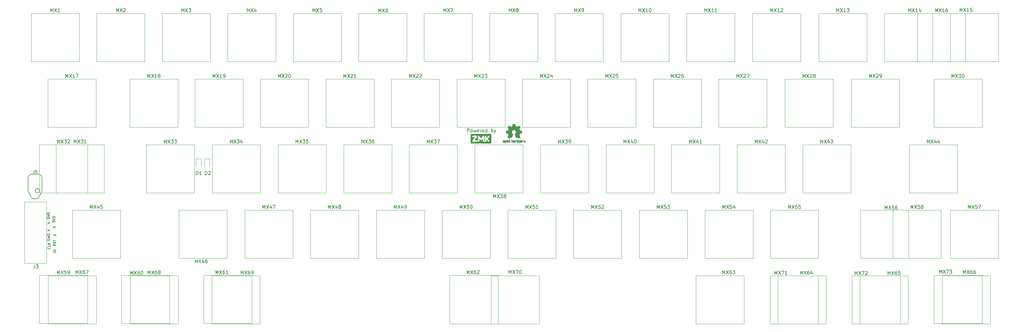
<source format=gbr>
%TF.GenerationSoftware,KiCad,Pcbnew,7.0.1-0*%
%TF.CreationDate,2023-07-30T23:25:48+05:30*%
%TF.ProjectId,Keyboard_60%,4b657962-6f61-4726-945f-3630252e6b69,rev?*%
%TF.SameCoordinates,Original*%
%TF.FileFunction,Legend,Top*%
%TF.FilePolarity,Positive*%
%FSLAX46Y46*%
G04 Gerber Fmt 4.6, Leading zero omitted, Abs format (unit mm)*
G04 Created by KiCad (PCBNEW 7.0.1-0) date 2023-07-30 23:25:48*
%MOMM*%
%LPD*%
G01*
G04 APERTURE LIST*
%ADD10C,0.150000*%
%ADD11C,0.010000*%
%ADD12C,0.120000*%
%ADD13C,0.100000*%
%ADD14C,0.127000*%
G04 APERTURE END LIST*
D10*
X57279333Y-121400000D02*
X57979333Y-120933333D01*
X57279333Y-120933333D02*
X57979333Y-121400000D01*
X56212666Y-124733333D02*
X56246000Y-124766666D01*
X56246000Y-124766666D02*
X56279333Y-124866666D01*
X56279333Y-124866666D02*
X56279333Y-124933333D01*
X56279333Y-124933333D02*
X56246000Y-125033333D01*
X56246000Y-125033333D02*
X56179333Y-125100000D01*
X56179333Y-125100000D02*
X56112666Y-125133333D01*
X56112666Y-125133333D02*
X55979333Y-125166666D01*
X55979333Y-125166666D02*
X55879333Y-125166666D01*
X55879333Y-125166666D02*
X55746000Y-125133333D01*
X55746000Y-125133333D02*
X55679333Y-125100000D01*
X55679333Y-125100000D02*
X55612666Y-125033333D01*
X55612666Y-125033333D02*
X55579333Y-124933333D01*
X55579333Y-124933333D02*
X55579333Y-124866666D01*
X55579333Y-124866666D02*
X55612666Y-124766666D01*
X55612666Y-124766666D02*
X55646000Y-124733333D01*
X56279333Y-124100000D02*
X56279333Y-124433333D01*
X56279333Y-124433333D02*
X55579333Y-124433333D01*
X56279333Y-123866666D02*
X55579333Y-123866666D01*
X56279333Y-123466666D02*
X55879333Y-123766666D01*
X55579333Y-123466666D02*
X55979333Y-123866666D01*
X57879333Y-123833333D02*
X57546000Y-124066666D01*
X57879333Y-124233333D02*
X57179333Y-124233333D01*
X57179333Y-124233333D02*
X57179333Y-123966666D01*
X57179333Y-123966666D02*
X57212666Y-123900000D01*
X57212666Y-123900000D02*
X57246000Y-123866666D01*
X57246000Y-123866666D02*
X57312666Y-123833333D01*
X57312666Y-123833333D02*
X57412666Y-123833333D01*
X57412666Y-123833333D02*
X57479333Y-123866666D01*
X57479333Y-123866666D02*
X57512666Y-123900000D01*
X57512666Y-123900000D02*
X57546000Y-123966666D01*
X57546000Y-123966666D02*
X57546000Y-124233333D01*
X57846000Y-123566666D02*
X57879333Y-123466666D01*
X57879333Y-123466666D02*
X57879333Y-123300000D01*
X57879333Y-123300000D02*
X57846000Y-123233333D01*
X57846000Y-123233333D02*
X57812666Y-123200000D01*
X57812666Y-123200000D02*
X57746000Y-123166666D01*
X57746000Y-123166666D02*
X57679333Y-123166666D01*
X57679333Y-123166666D02*
X57612666Y-123200000D01*
X57612666Y-123200000D02*
X57579333Y-123233333D01*
X57579333Y-123233333D02*
X57546000Y-123300000D01*
X57546000Y-123300000D02*
X57512666Y-123433333D01*
X57512666Y-123433333D02*
X57479333Y-123500000D01*
X57479333Y-123500000D02*
X57446000Y-123533333D01*
X57446000Y-123533333D02*
X57379333Y-123566666D01*
X57379333Y-123566666D02*
X57312666Y-123566666D01*
X57312666Y-123566666D02*
X57246000Y-123533333D01*
X57246000Y-123533333D02*
X57212666Y-123500000D01*
X57212666Y-123500000D02*
X57179333Y-123433333D01*
X57179333Y-123433333D02*
X57179333Y-123266666D01*
X57179333Y-123266666D02*
X57212666Y-123166666D01*
X57179333Y-122966666D02*
X57179333Y-122566666D01*
X57879333Y-122766666D02*
X57179333Y-122766666D01*
X55479333Y-120000000D02*
X56179333Y-119533333D01*
X55479333Y-119533333D02*
X56179333Y-120000000D01*
X56146000Y-122766666D02*
X56179333Y-122666666D01*
X56179333Y-122666666D02*
X56179333Y-122500000D01*
X56179333Y-122500000D02*
X56146000Y-122433333D01*
X56146000Y-122433333D02*
X56112666Y-122400000D01*
X56112666Y-122400000D02*
X56046000Y-122366666D01*
X56046000Y-122366666D02*
X55979333Y-122366666D01*
X55979333Y-122366666D02*
X55912666Y-122400000D01*
X55912666Y-122400000D02*
X55879333Y-122433333D01*
X55879333Y-122433333D02*
X55846000Y-122500000D01*
X55846000Y-122500000D02*
X55812666Y-122633333D01*
X55812666Y-122633333D02*
X55779333Y-122700000D01*
X55779333Y-122700000D02*
X55746000Y-122733333D01*
X55746000Y-122733333D02*
X55679333Y-122766666D01*
X55679333Y-122766666D02*
X55612666Y-122766666D01*
X55612666Y-122766666D02*
X55546000Y-122733333D01*
X55546000Y-122733333D02*
X55512666Y-122700000D01*
X55512666Y-122700000D02*
X55479333Y-122633333D01*
X55479333Y-122633333D02*
X55479333Y-122466666D01*
X55479333Y-122466666D02*
X55512666Y-122366666D01*
X55479333Y-122133333D02*
X56179333Y-121966666D01*
X56179333Y-121966666D02*
X55679333Y-121833333D01*
X55679333Y-121833333D02*
X56179333Y-121699999D01*
X56179333Y-121699999D02*
X55479333Y-121533333D01*
X55479333Y-121133333D02*
X55479333Y-120999999D01*
X55479333Y-120999999D02*
X55512666Y-120933333D01*
X55512666Y-120933333D02*
X55579333Y-120866666D01*
X55579333Y-120866666D02*
X55712666Y-120833333D01*
X55712666Y-120833333D02*
X55946000Y-120833333D01*
X55946000Y-120833333D02*
X56079333Y-120866666D01*
X56079333Y-120866666D02*
X56146000Y-120933333D01*
X56146000Y-120933333D02*
X56179333Y-120999999D01*
X56179333Y-120999999D02*
X56179333Y-121133333D01*
X56179333Y-121133333D02*
X56146000Y-121199999D01*
X56146000Y-121199999D02*
X56079333Y-121266666D01*
X56079333Y-121266666D02*
X55946000Y-121299999D01*
X55946000Y-121299999D02*
X55712666Y-121299999D01*
X55712666Y-121299999D02*
X55579333Y-121266666D01*
X55579333Y-121266666D02*
X55512666Y-121199999D01*
X55512666Y-121199999D02*
X55479333Y-121133333D01*
X189378095Y-132337619D02*
X189378095Y-131337619D01*
X189378095Y-131337619D02*
X189711428Y-132051904D01*
X189711428Y-132051904D02*
X190044761Y-131337619D01*
X190044761Y-131337619D02*
X190044761Y-132337619D01*
X190425714Y-131337619D02*
X191092380Y-132337619D01*
X191092380Y-131337619D02*
X190425714Y-132337619D01*
X191378095Y-131337619D02*
X192044761Y-131337619D01*
X192044761Y-131337619D02*
X191616190Y-132337619D01*
X192616190Y-131337619D02*
X192711428Y-131337619D01*
X192711428Y-131337619D02*
X192806666Y-131385238D01*
X192806666Y-131385238D02*
X192854285Y-131432857D01*
X192854285Y-131432857D02*
X192901904Y-131528095D01*
X192901904Y-131528095D02*
X192949523Y-131718571D01*
X192949523Y-131718571D02*
X192949523Y-131956666D01*
X192949523Y-131956666D02*
X192901904Y-132147142D01*
X192901904Y-132147142D02*
X192854285Y-132242380D01*
X192854285Y-132242380D02*
X192806666Y-132290000D01*
X192806666Y-132290000D02*
X192711428Y-132337619D01*
X192711428Y-132337619D02*
X192616190Y-132337619D01*
X192616190Y-132337619D02*
X192520952Y-132290000D01*
X192520952Y-132290000D02*
X192473333Y-132242380D01*
X192473333Y-132242380D02*
X192425714Y-132147142D01*
X192425714Y-132147142D02*
X192378095Y-131956666D01*
X192378095Y-131956666D02*
X192378095Y-131718571D01*
X192378095Y-131718571D02*
X192425714Y-131528095D01*
X192425714Y-131528095D02*
X192473333Y-131432857D01*
X192473333Y-131432857D02*
X192520952Y-131385238D01*
X192520952Y-131385238D02*
X192616190Y-131337619D01*
X57879333Y-126233333D02*
X57179333Y-126233333D01*
X57179333Y-125766667D02*
X57179333Y-125633333D01*
X57179333Y-125633333D02*
X57212666Y-125566667D01*
X57212666Y-125566667D02*
X57279333Y-125500000D01*
X57279333Y-125500000D02*
X57412666Y-125466667D01*
X57412666Y-125466667D02*
X57646000Y-125466667D01*
X57646000Y-125466667D02*
X57779333Y-125500000D01*
X57779333Y-125500000D02*
X57846000Y-125566667D01*
X57846000Y-125566667D02*
X57879333Y-125633333D01*
X57879333Y-125633333D02*
X57879333Y-125766667D01*
X57879333Y-125766667D02*
X57846000Y-125833333D01*
X57846000Y-125833333D02*
X57779333Y-125900000D01*
X57779333Y-125900000D02*
X57646000Y-125933333D01*
X57646000Y-125933333D02*
X57412666Y-125933333D01*
X57412666Y-125933333D02*
X57279333Y-125900000D01*
X57279333Y-125900000D02*
X57212666Y-125833333D01*
X57212666Y-125833333D02*
X57179333Y-125766667D01*
X55412666Y-116066666D02*
X55379333Y-116133333D01*
X55379333Y-116133333D02*
X55379333Y-116233333D01*
X55379333Y-116233333D02*
X55412666Y-116333333D01*
X55412666Y-116333333D02*
X55479333Y-116400000D01*
X55479333Y-116400000D02*
X55546000Y-116433333D01*
X55546000Y-116433333D02*
X55679333Y-116466666D01*
X55679333Y-116466666D02*
X55779333Y-116466666D01*
X55779333Y-116466666D02*
X55912666Y-116433333D01*
X55912666Y-116433333D02*
X55979333Y-116400000D01*
X55979333Y-116400000D02*
X56046000Y-116333333D01*
X56046000Y-116333333D02*
X56079333Y-116233333D01*
X56079333Y-116233333D02*
X56079333Y-116166666D01*
X56079333Y-116166666D02*
X56046000Y-116066666D01*
X56046000Y-116066666D02*
X56012666Y-116033333D01*
X56012666Y-116033333D02*
X55779333Y-116033333D01*
X55779333Y-116033333D02*
X55779333Y-116166666D01*
X56079333Y-115733333D02*
X55379333Y-115733333D01*
X55379333Y-115733333D02*
X56079333Y-115333333D01*
X56079333Y-115333333D02*
X55379333Y-115333333D01*
X56079333Y-115000000D02*
X55379333Y-115000000D01*
X55379333Y-115000000D02*
X55379333Y-114833333D01*
X55379333Y-114833333D02*
X55412666Y-114733333D01*
X55412666Y-114733333D02*
X55479333Y-114666667D01*
X55479333Y-114666667D02*
X55546000Y-114633333D01*
X55546000Y-114633333D02*
X55679333Y-114600000D01*
X55679333Y-114600000D02*
X55779333Y-114600000D01*
X55779333Y-114600000D02*
X55912666Y-114633333D01*
X55912666Y-114633333D02*
X55979333Y-114666667D01*
X55979333Y-114666667D02*
X56046000Y-114733333D01*
X56046000Y-114733333D02*
X56079333Y-114833333D01*
X56079333Y-114833333D02*
X56079333Y-115000000D01*
X57079333Y-119100000D02*
X57779333Y-118633333D01*
X57079333Y-118633333D02*
X57779333Y-119100000D01*
X56979333Y-117500000D02*
X56979333Y-117066666D01*
X56979333Y-117066666D02*
X57246000Y-117300000D01*
X57246000Y-117300000D02*
X57246000Y-117200000D01*
X57246000Y-117200000D02*
X57279333Y-117133333D01*
X57279333Y-117133333D02*
X57312666Y-117100000D01*
X57312666Y-117100000D02*
X57379333Y-117066666D01*
X57379333Y-117066666D02*
X57546000Y-117066666D01*
X57546000Y-117066666D02*
X57612666Y-117100000D01*
X57612666Y-117100000D02*
X57646000Y-117133333D01*
X57646000Y-117133333D02*
X57679333Y-117200000D01*
X57679333Y-117200000D02*
X57679333Y-117400000D01*
X57679333Y-117400000D02*
X57646000Y-117466666D01*
X57646000Y-117466666D02*
X57612666Y-117500000D01*
X56979333Y-116866666D02*
X57679333Y-116633333D01*
X57679333Y-116633333D02*
X56979333Y-116399999D01*
X56979333Y-116233333D02*
X56979333Y-115799999D01*
X56979333Y-115799999D02*
X57246000Y-116033333D01*
X57246000Y-116033333D02*
X57246000Y-115933333D01*
X57246000Y-115933333D02*
X57279333Y-115866666D01*
X57279333Y-115866666D02*
X57312666Y-115833333D01*
X57312666Y-115833333D02*
X57379333Y-115799999D01*
X57379333Y-115799999D02*
X57546000Y-115799999D01*
X57546000Y-115799999D02*
X57612666Y-115833333D01*
X57612666Y-115833333D02*
X57646000Y-115866666D01*
X57646000Y-115866666D02*
X57679333Y-115933333D01*
X57679333Y-115933333D02*
X57679333Y-116133333D01*
X57679333Y-116133333D02*
X57646000Y-116199999D01*
X57646000Y-116199999D02*
X57612666Y-116233333D01*
X177303095Y-91277619D02*
X177303095Y-90277619D01*
X177303095Y-90277619D02*
X177684047Y-90277619D01*
X177684047Y-90277619D02*
X177779285Y-90325238D01*
X177779285Y-90325238D02*
X177826904Y-90372857D01*
X177826904Y-90372857D02*
X177874523Y-90468095D01*
X177874523Y-90468095D02*
X177874523Y-90610952D01*
X177874523Y-90610952D02*
X177826904Y-90706190D01*
X177826904Y-90706190D02*
X177779285Y-90753809D01*
X177779285Y-90753809D02*
X177684047Y-90801428D01*
X177684047Y-90801428D02*
X177303095Y-90801428D01*
X178445952Y-91277619D02*
X178350714Y-91230000D01*
X178350714Y-91230000D02*
X178303095Y-91182380D01*
X178303095Y-91182380D02*
X178255476Y-91087142D01*
X178255476Y-91087142D02*
X178255476Y-90801428D01*
X178255476Y-90801428D02*
X178303095Y-90706190D01*
X178303095Y-90706190D02*
X178350714Y-90658571D01*
X178350714Y-90658571D02*
X178445952Y-90610952D01*
X178445952Y-90610952D02*
X178588809Y-90610952D01*
X178588809Y-90610952D02*
X178684047Y-90658571D01*
X178684047Y-90658571D02*
X178731666Y-90706190D01*
X178731666Y-90706190D02*
X178779285Y-90801428D01*
X178779285Y-90801428D02*
X178779285Y-91087142D01*
X178779285Y-91087142D02*
X178731666Y-91182380D01*
X178731666Y-91182380D02*
X178684047Y-91230000D01*
X178684047Y-91230000D02*
X178588809Y-91277619D01*
X178588809Y-91277619D02*
X178445952Y-91277619D01*
X179112619Y-90610952D02*
X179303095Y-91277619D01*
X179303095Y-91277619D02*
X179493571Y-90801428D01*
X179493571Y-90801428D02*
X179684047Y-91277619D01*
X179684047Y-91277619D02*
X179874523Y-90610952D01*
X180636428Y-91230000D02*
X180541190Y-91277619D01*
X180541190Y-91277619D02*
X180350714Y-91277619D01*
X180350714Y-91277619D02*
X180255476Y-91230000D01*
X180255476Y-91230000D02*
X180207857Y-91134761D01*
X180207857Y-91134761D02*
X180207857Y-90753809D01*
X180207857Y-90753809D02*
X180255476Y-90658571D01*
X180255476Y-90658571D02*
X180350714Y-90610952D01*
X180350714Y-90610952D02*
X180541190Y-90610952D01*
X180541190Y-90610952D02*
X180636428Y-90658571D01*
X180636428Y-90658571D02*
X180684047Y-90753809D01*
X180684047Y-90753809D02*
X180684047Y-90849047D01*
X180684047Y-90849047D02*
X180207857Y-90944285D01*
X181112619Y-91277619D02*
X181112619Y-90610952D01*
X181112619Y-90801428D02*
X181160238Y-90706190D01*
X181160238Y-90706190D02*
X181207857Y-90658571D01*
X181207857Y-90658571D02*
X181303095Y-90610952D01*
X181303095Y-90610952D02*
X181398333Y-90610952D01*
X182112619Y-91230000D02*
X182017381Y-91277619D01*
X182017381Y-91277619D02*
X181826905Y-91277619D01*
X181826905Y-91277619D02*
X181731667Y-91230000D01*
X181731667Y-91230000D02*
X181684048Y-91134761D01*
X181684048Y-91134761D02*
X181684048Y-90753809D01*
X181684048Y-90753809D02*
X181731667Y-90658571D01*
X181731667Y-90658571D02*
X181826905Y-90610952D01*
X181826905Y-90610952D02*
X182017381Y-90610952D01*
X182017381Y-90610952D02*
X182112619Y-90658571D01*
X182112619Y-90658571D02*
X182160238Y-90753809D01*
X182160238Y-90753809D02*
X182160238Y-90849047D01*
X182160238Y-90849047D02*
X181684048Y-90944285D01*
X183017381Y-91277619D02*
X183017381Y-90277619D01*
X183017381Y-91230000D02*
X182922143Y-91277619D01*
X182922143Y-91277619D02*
X182731667Y-91277619D01*
X182731667Y-91277619D02*
X182636429Y-91230000D01*
X182636429Y-91230000D02*
X182588810Y-91182380D01*
X182588810Y-91182380D02*
X182541191Y-91087142D01*
X182541191Y-91087142D02*
X182541191Y-90801428D01*
X182541191Y-90801428D02*
X182588810Y-90706190D01*
X182588810Y-90706190D02*
X182636429Y-90658571D01*
X182636429Y-90658571D02*
X182731667Y-90610952D01*
X182731667Y-90610952D02*
X182922143Y-90610952D01*
X182922143Y-90610952D02*
X183017381Y-90658571D01*
X184255477Y-91277619D02*
X184255477Y-90277619D01*
X184255477Y-90658571D02*
X184350715Y-90610952D01*
X184350715Y-90610952D02*
X184541191Y-90610952D01*
X184541191Y-90610952D02*
X184636429Y-90658571D01*
X184636429Y-90658571D02*
X184684048Y-90706190D01*
X184684048Y-90706190D02*
X184731667Y-90801428D01*
X184731667Y-90801428D02*
X184731667Y-91087142D01*
X184731667Y-91087142D02*
X184684048Y-91182380D01*
X184684048Y-91182380D02*
X184636429Y-91230000D01*
X184636429Y-91230000D02*
X184541191Y-91277619D01*
X184541191Y-91277619D02*
X184350715Y-91277619D01*
X184350715Y-91277619D02*
X184255477Y-91230000D01*
X185065001Y-90610952D02*
X185303096Y-91277619D01*
X185541191Y-90610952D02*
X185303096Y-91277619D01*
X185303096Y-91277619D02*
X185207858Y-91515714D01*
X185207858Y-91515714D02*
X185160239Y-91563333D01*
X185160239Y-91563333D02*
X185065001Y-91610952D01*
X55479333Y-118000000D02*
X56179333Y-117533333D01*
X55479333Y-117533333D02*
X56179333Y-118000000D01*
%TO.C,MX17*%
X60763095Y-75468619D02*
X60763095Y-74468619D01*
X60763095Y-74468619D02*
X61096428Y-75182904D01*
X61096428Y-75182904D02*
X61429761Y-74468619D01*
X61429761Y-74468619D02*
X61429761Y-75468619D01*
X61810714Y-74468619D02*
X62477380Y-75468619D01*
X62477380Y-74468619D02*
X61810714Y-75468619D01*
X63382142Y-75468619D02*
X62810714Y-75468619D01*
X63096428Y-75468619D02*
X63096428Y-74468619D01*
X63096428Y-74468619D02*
X63001190Y-74611476D01*
X63001190Y-74611476D02*
X62905952Y-74706714D01*
X62905952Y-74706714D02*
X62810714Y-74754333D01*
X63715476Y-74468619D02*
X64382142Y-74468619D01*
X64382142Y-74468619D02*
X63953571Y-75468619D01*
%TO.C,MX68*%
X84643095Y-132488619D02*
X84643095Y-131488619D01*
X84643095Y-131488619D02*
X84976428Y-132202904D01*
X84976428Y-132202904D02*
X85309761Y-131488619D01*
X85309761Y-131488619D02*
X85309761Y-132488619D01*
X85690714Y-131488619D02*
X86357380Y-132488619D01*
X86357380Y-131488619D02*
X85690714Y-132488619D01*
X87166904Y-131488619D02*
X86976428Y-131488619D01*
X86976428Y-131488619D02*
X86881190Y-131536238D01*
X86881190Y-131536238D02*
X86833571Y-131583857D01*
X86833571Y-131583857D02*
X86738333Y-131726714D01*
X86738333Y-131726714D02*
X86690714Y-131917190D01*
X86690714Y-131917190D02*
X86690714Y-132298142D01*
X86690714Y-132298142D02*
X86738333Y-132393380D01*
X86738333Y-132393380D02*
X86785952Y-132441000D01*
X86785952Y-132441000D02*
X86881190Y-132488619D01*
X86881190Y-132488619D02*
X87071666Y-132488619D01*
X87071666Y-132488619D02*
X87166904Y-132441000D01*
X87166904Y-132441000D02*
X87214523Y-132393380D01*
X87214523Y-132393380D02*
X87262142Y-132298142D01*
X87262142Y-132298142D02*
X87262142Y-132060047D01*
X87262142Y-132060047D02*
X87214523Y-131964809D01*
X87214523Y-131964809D02*
X87166904Y-131917190D01*
X87166904Y-131917190D02*
X87071666Y-131869571D01*
X87071666Y-131869571D02*
X86881190Y-131869571D01*
X86881190Y-131869571D02*
X86785952Y-131917190D01*
X86785952Y-131917190D02*
X86738333Y-131964809D01*
X86738333Y-131964809D02*
X86690714Y-132060047D01*
X87833571Y-131917190D02*
X87738333Y-131869571D01*
X87738333Y-131869571D02*
X87690714Y-131821952D01*
X87690714Y-131821952D02*
X87643095Y-131726714D01*
X87643095Y-131726714D02*
X87643095Y-131679095D01*
X87643095Y-131679095D02*
X87690714Y-131583857D01*
X87690714Y-131583857D02*
X87738333Y-131536238D01*
X87738333Y-131536238D02*
X87833571Y-131488619D01*
X87833571Y-131488619D02*
X88024047Y-131488619D01*
X88024047Y-131488619D02*
X88119285Y-131536238D01*
X88119285Y-131536238D02*
X88166904Y-131583857D01*
X88166904Y-131583857D02*
X88214523Y-131679095D01*
X88214523Y-131679095D02*
X88214523Y-131726714D01*
X88214523Y-131726714D02*
X88166904Y-131821952D01*
X88166904Y-131821952D02*
X88119285Y-131869571D01*
X88119285Y-131869571D02*
X88024047Y-131917190D01*
X88024047Y-131917190D02*
X87833571Y-131917190D01*
X87833571Y-131917190D02*
X87738333Y-131964809D01*
X87738333Y-131964809D02*
X87690714Y-132012428D01*
X87690714Y-132012428D02*
X87643095Y-132107666D01*
X87643095Y-132107666D02*
X87643095Y-132298142D01*
X87643095Y-132298142D02*
X87690714Y-132393380D01*
X87690714Y-132393380D02*
X87738333Y-132441000D01*
X87738333Y-132441000D02*
X87833571Y-132488619D01*
X87833571Y-132488619D02*
X88024047Y-132488619D01*
X88024047Y-132488619D02*
X88119285Y-132441000D01*
X88119285Y-132441000D02*
X88166904Y-132393380D01*
X88166904Y-132393380D02*
X88214523Y-132298142D01*
X88214523Y-132298142D02*
X88214523Y-132107666D01*
X88214523Y-132107666D02*
X88166904Y-132012428D01*
X88166904Y-132012428D02*
X88119285Y-131964809D01*
X88119285Y-131964809D02*
X88024047Y-131917190D01*
%TO.C,MX3*%
X94439286Y-56368619D02*
X94439286Y-55368619D01*
X94439286Y-55368619D02*
X94772619Y-56082904D01*
X94772619Y-56082904D02*
X95105952Y-55368619D01*
X95105952Y-55368619D02*
X95105952Y-56368619D01*
X95486905Y-55368619D02*
X96153571Y-56368619D01*
X96153571Y-55368619D02*
X95486905Y-56368619D01*
X96439286Y-55368619D02*
X97058333Y-55368619D01*
X97058333Y-55368619D02*
X96725000Y-55749571D01*
X96725000Y-55749571D02*
X96867857Y-55749571D01*
X96867857Y-55749571D02*
X96963095Y-55797190D01*
X96963095Y-55797190D02*
X97010714Y-55844809D01*
X97010714Y-55844809D02*
X97058333Y-55940047D01*
X97058333Y-55940047D02*
X97058333Y-56178142D01*
X97058333Y-56178142D02*
X97010714Y-56273380D01*
X97010714Y-56273380D02*
X96963095Y-56321000D01*
X96963095Y-56321000D02*
X96867857Y-56368619D01*
X96867857Y-56368619D02*
X96582143Y-56368619D01*
X96582143Y-56368619D02*
X96486905Y-56321000D01*
X96486905Y-56321000D02*
X96439286Y-56273380D01*
%TO.C,MX34*%
X108463095Y-94468619D02*
X108463095Y-93468619D01*
X108463095Y-93468619D02*
X108796428Y-94182904D01*
X108796428Y-94182904D02*
X109129761Y-93468619D01*
X109129761Y-93468619D02*
X109129761Y-94468619D01*
X109510714Y-93468619D02*
X110177380Y-94468619D01*
X110177380Y-93468619D02*
X109510714Y-94468619D01*
X110463095Y-93468619D02*
X111082142Y-93468619D01*
X111082142Y-93468619D02*
X110748809Y-93849571D01*
X110748809Y-93849571D02*
X110891666Y-93849571D01*
X110891666Y-93849571D02*
X110986904Y-93897190D01*
X110986904Y-93897190D02*
X111034523Y-93944809D01*
X111034523Y-93944809D02*
X111082142Y-94040047D01*
X111082142Y-94040047D02*
X111082142Y-94278142D01*
X111082142Y-94278142D02*
X111034523Y-94373380D01*
X111034523Y-94373380D02*
X110986904Y-94421000D01*
X110986904Y-94421000D02*
X110891666Y-94468619D01*
X110891666Y-94468619D02*
X110605952Y-94468619D01*
X110605952Y-94468619D02*
X110510714Y-94421000D01*
X110510714Y-94421000D02*
X110463095Y-94373380D01*
X111939285Y-93801952D02*
X111939285Y-94468619D01*
X111701190Y-93421000D02*
X111463095Y-94135285D01*
X111463095Y-94135285D02*
X112082142Y-94135285D01*
%TO.C,MX61*%
X104303095Y-132462619D02*
X104303095Y-131462619D01*
X104303095Y-131462619D02*
X104636428Y-132176904D01*
X104636428Y-132176904D02*
X104969761Y-131462619D01*
X104969761Y-131462619D02*
X104969761Y-132462619D01*
X105350714Y-131462619D02*
X106017380Y-132462619D01*
X106017380Y-131462619D02*
X105350714Y-132462619D01*
X106826904Y-131462619D02*
X106636428Y-131462619D01*
X106636428Y-131462619D02*
X106541190Y-131510238D01*
X106541190Y-131510238D02*
X106493571Y-131557857D01*
X106493571Y-131557857D02*
X106398333Y-131700714D01*
X106398333Y-131700714D02*
X106350714Y-131891190D01*
X106350714Y-131891190D02*
X106350714Y-132272142D01*
X106350714Y-132272142D02*
X106398333Y-132367380D01*
X106398333Y-132367380D02*
X106445952Y-132415000D01*
X106445952Y-132415000D02*
X106541190Y-132462619D01*
X106541190Y-132462619D02*
X106731666Y-132462619D01*
X106731666Y-132462619D02*
X106826904Y-132415000D01*
X106826904Y-132415000D02*
X106874523Y-132367380D01*
X106874523Y-132367380D02*
X106922142Y-132272142D01*
X106922142Y-132272142D02*
X106922142Y-132034047D01*
X106922142Y-132034047D02*
X106874523Y-131938809D01*
X106874523Y-131938809D02*
X106826904Y-131891190D01*
X106826904Y-131891190D02*
X106731666Y-131843571D01*
X106731666Y-131843571D02*
X106541190Y-131843571D01*
X106541190Y-131843571D02*
X106445952Y-131891190D01*
X106445952Y-131891190D02*
X106398333Y-131938809D01*
X106398333Y-131938809D02*
X106350714Y-132034047D01*
X107874523Y-132462619D02*
X107303095Y-132462619D01*
X107588809Y-132462619D02*
X107588809Y-131462619D01*
X107588809Y-131462619D02*
X107493571Y-131605476D01*
X107493571Y-131605476D02*
X107398333Y-131700714D01*
X107398333Y-131700714D02*
X107303095Y-131748333D01*
%TO.C,MX59*%
X58333095Y-132468619D02*
X58333095Y-131468619D01*
X58333095Y-131468619D02*
X58666428Y-132182904D01*
X58666428Y-132182904D02*
X58999761Y-131468619D01*
X58999761Y-131468619D02*
X58999761Y-132468619D01*
X59380714Y-131468619D02*
X60047380Y-132468619D01*
X60047380Y-131468619D02*
X59380714Y-132468619D01*
X60904523Y-131468619D02*
X60428333Y-131468619D01*
X60428333Y-131468619D02*
X60380714Y-131944809D01*
X60380714Y-131944809D02*
X60428333Y-131897190D01*
X60428333Y-131897190D02*
X60523571Y-131849571D01*
X60523571Y-131849571D02*
X60761666Y-131849571D01*
X60761666Y-131849571D02*
X60856904Y-131897190D01*
X60856904Y-131897190D02*
X60904523Y-131944809D01*
X60904523Y-131944809D02*
X60952142Y-132040047D01*
X60952142Y-132040047D02*
X60952142Y-132278142D01*
X60952142Y-132278142D02*
X60904523Y-132373380D01*
X60904523Y-132373380D02*
X60856904Y-132421000D01*
X60856904Y-132421000D02*
X60761666Y-132468619D01*
X60761666Y-132468619D02*
X60523571Y-132468619D01*
X60523571Y-132468619D02*
X60428333Y-132421000D01*
X60428333Y-132421000D02*
X60380714Y-132373380D01*
X61428333Y-132468619D02*
X61618809Y-132468619D01*
X61618809Y-132468619D02*
X61714047Y-132421000D01*
X61714047Y-132421000D02*
X61761666Y-132373380D01*
X61761666Y-132373380D02*
X61856904Y-132230523D01*
X61856904Y-132230523D02*
X61904523Y-132040047D01*
X61904523Y-132040047D02*
X61904523Y-131659095D01*
X61904523Y-131659095D02*
X61856904Y-131563857D01*
X61856904Y-131563857D02*
X61809285Y-131516238D01*
X61809285Y-131516238D02*
X61714047Y-131468619D01*
X61714047Y-131468619D02*
X61523571Y-131468619D01*
X61523571Y-131468619D02*
X61428333Y-131516238D01*
X61428333Y-131516238D02*
X61380714Y-131563857D01*
X61380714Y-131563857D02*
X61333095Y-131659095D01*
X61333095Y-131659095D02*
X61333095Y-131897190D01*
X61333095Y-131897190D02*
X61380714Y-131992428D01*
X61380714Y-131992428D02*
X61428333Y-132040047D01*
X61428333Y-132040047D02*
X61523571Y-132087666D01*
X61523571Y-132087666D02*
X61714047Y-132087666D01*
X61714047Y-132087666D02*
X61809285Y-132040047D01*
X61809285Y-132040047D02*
X61856904Y-131992428D01*
X61856904Y-131992428D02*
X61904523Y-131897190D01*
%TO.C,MX56*%
X298503095Y-113662619D02*
X298503095Y-112662619D01*
X298503095Y-112662619D02*
X298836428Y-113376904D01*
X298836428Y-113376904D02*
X299169761Y-112662619D01*
X299169761Y-112662619D02*
X299169761Y-113662619D01*
X299550714Y-112662619D02*
X300217380Y-113662619D01*
X300217380Y-112662619D02*
X299550714Y-113662619D01*
X301074523Y-112662619D02*
X300598333Y-112662619D01*
X300598333Y-112662619D02*
X300550714Y-113138809D01*
X300550714Y-113138809D02*
X300598333Y-113091190D01*
X300598333Y-113091190D02*
X300693571Y-113043571D01*
X300693571Y-113043571D02*
X300931666Y-113043571D01*
X300931666Y-113043571D02*
X301026904Y-113091190D01*
X301026904Y-113091190D02*
X301074523Y-113138809D01*
X301074523Y-113138809D02*
X301122142Y-113234047D01*
X301122142Y-113234047D02*
X301122142Y-113472142D01*
X301122142Y-113472142D02*
X301074523Y-113567380D01*
X301074523Y-113567380D02*
X301026904Y-113615000D01*
X301026904Y-113615000D02*
X300931666Y-113662619D01*
X300931666Y-113662619D02*
X300693571Y-113662619D01*
X300693571Y-113662619D02*
X300598333Y-113615000D01*
X300598333Y-113615000D02*
X300550714Y-113567380D01*
X301979285Y-112662619D02*
X301788809Y-112662619D01*
X301788809Y-112662619D02*
X301693571Y-112710238D01*
X301693571Y-112710238D02*
X301645952Y-112757857D01*
X301645952Y-112757857D02*
X301550714Y-112900714D01*
X301550714Y-112900714D02*
X301503095Y-113091190D01*
X301503095Y-113091190D02*
X301503095Y-113472142D01*
X301503095Y-113472142D02*
X301550714Y-113567380D01*
X301550714Y-113567380D02*
X301598333Y-113615000D01*
X301598333Y-113615000D02*
X301693571Y-113662619D01*
X301693571Y-113662619D02*
X301884047Y-113662619D01*
X301884047Y-113662619D02*
X301979285Y-113615000D01*
X301979285Y-113615000D02*
X302026904Y-113567380D01*
X302026904Y-113567380D02*
X302074523Y-113472142D01*
X302074523Y-113472142D02*
X302074523Y-113234047D01*
X302074523Y-113234047D02*
X302026904Y-113138809D01*
X302026904Y-113138809D02*
X301979285Y-113091190D01*
X301979285Y-113091190D02*
X301884047Y-113043571D01*
X301884047Y-113043571D02*
X301693571Y-113043571D01*
X301693571Y-113043571D02*
X301598333Y-113091190D01*
X301598333Y-113091190D02*
X301550714Y-113138809D01*
X301550714Y-113138809D02*
X301503095Y-113234047D01*
%TO.C,MX18*%
X84563095Y-75468619D02*
X84563095Y-74468619D01*
X84563095Y-74468619D02*
X84896428Y-75182904D01*
X84896428Y-75182904D02*
X85229761Y-74468619D01*
X85229761Y-74468619D02*
X85229761Y-75468619D01*
X85610714Y-74468619D02*
X86277380Y-75468619D01*
X86277380Y-74468619D02*
X85610714Y-75468619D01*
X87182142Y-75468619D02*
X86610714Y-75468619D01*
X86896428Y-75468619D02*
X86896428Y-74468619D01*
X86896428Y-74468619D02*
X86801190Y-74611476D01*
X86801190Y-74611476D02*
X86705952Y-74706714D01*
X86705952Y-74706714D02*
X86610714Y-74754333D01*
X87753571Y-74897190D02*
X87658333Y-74849571D01*
X87658333Y-74849571D02*
X87610714Y-74801952D01*
X87610714Y-74801952D02*
X87563095Y-74706714D01*
X87563095Y-74706714D02*
X87563095Y-74659095D01*
X87563095Y-74659095D02*
X87610714Y-74563857D01*
X87610714Y-74563857D02*
X87658333Y-74516238D01*
X87658333Y-74516238D02*
X87753571Y-74468619D01*
X87753571Y-74468619D02*
X87944047Y-74468619D01*
X87944047Y-74468619D02*
X88039285Y-74516238D01*
X88039285Y-74516238D02*
X88086904Y-74563857D01*
X88086904Y-74563857D02*
X88134523Y-74659095D01*
X88134523Y-74659095D02*
X88134523Y-74706714D01*
X88134523Y-74706714D02*
X88086904Y-74801952D01*
X88086904Y-74801952D02*
X88039285Y-74849571D01*
X88039285Y-74849571D02*
X87944047Y-74897190D01*
X87944047Y-74897190D02*
X87753571Y-74897190D01*
X87753571Y-74897190D02*
X87658333Y-74944809D01*
X87658333Y-74944809D02*
X87610714Y-74992428D01*
X87610714Y-74992428D02*
X87563095Y-75087666D01*
X87563095Y-75087666D02*
X87563095Y-75278142D01*
X87563095Y-75278142D02*
X87610714Y-75373380D01*
X87610714Y-75373380D02*
X87658333Y-75421000D01*
X87658333Y-75421000D02*
X87753571Y-75468619D01*
X87753571Y-75468619D02*
X87944047Y-75468619D01*
X87944047Y-75468619D02*
X88039285Y-75421000D01*
X88039285Y-75421000D02*
X88086904Y-75373380D01*
X88086904Y-75373380D02*
X88134523Y-75278142D01*
X88134523Y-75278142D02*
X88134523Y-75087666D01*
X88134523Y-75087666D02*
X88086904Y-74992428D01*
X88086904Y-74992428D02*
X88039285Y-74944809D01*
X88039285Y-74944809D02*
X87944047Y-74897190D01*
%TO.C,MX5*%
X132439286Y-56368619D02*
X132439286Y-55368619D01*
X132439286Y-55368619D02*
X132772619Y-56082904D01*
X132772619Y-56082904D02*
X133105952Y-55368619D01*
X133105952Y-55368619D02*
X133105952Y-56368619D01*
X133486905Y-55368619D02*
X134153571Y-56368619D01*
X134153571Y-55368619D02*
X133486905Y-56368619D01*
X135010714Y-55368619D02*
X134534524Y-55368619D01*
X134534524Y-55368619D02*
X134486905Y-55844809D01*
X134486905Y-55844809D02*
X134534524Y-55797190D01*
X134534524Y-55797190D02*
X134629762Y-55749571D01*
X134629762Y-55749571D02*
X134867857Y-55749571D01*
X134867857Y-55749571D02*
X134963095Y-55797190D01*
X134963095Y-55797190D02*
X135010714Y-55844809D01*
X135010714Y-55844809D02*
X135058333Y-55940047D01*
X135058333Y-55940047D02*
X135058333Y-56178142D01*
X135058333Y-56178142D02*
X135010714Y-56273380D01*
X135010714Y-56273380D02*
X134963095Y-56321000D01*
X134963095Y-56321000D02*
X134867857Y-56368619D01*
X134867857Y-56368619D02*
X134629762Y-56368619D01*
X134629762Y-56368619D02*
X134534524Y-56321000D01*
X134534524Y-56321000D02*
X134486905Y-56273380D01*
%TO.C,MX26*%
X236463095Y-75468619D02*
X236463095Y-74468619D01*
X236463095Y-74468619D02*
X236796428Y-75182904D01*
X236796428Y-75182904D02*
X237129761Y-74468619D01*
X237129761Y-74468619D02*
X237129761Y-75468619D01*
X237510714Y-74468619D02*
X238177380Y-75468619D01*
X238177380Y-74468619D02*
X237510714Y-75468619D01*
X238510714Y-74563857D02*
X238558333Y-74516238D01*
X238558333Y-74516238D02*
X238653571Y-74468619D01*
X238653571Y-74468619D02*
X238891666Y-74468619D01*
X238891666Y-74468619D02*
X238986904Y-74516238D01*
X238986904Y-74516238D02*
X239034523Y-74563857D01*
X239034523Y-74563857D02*
X239082142Y-74659095D01*
X239082142Y-74659095D02*
X239082142Y-74754333D01*
X239082142Y-74754333D02*
X239034523Y-74897190D01*
X239034523Y-74897190D02*
X238463095Y-75468619D01*
X238463095Y-75468619D02*
X239082142Y-75468619D01*
X239939285Y-74468619D02*
X239748809Y-74468619D01*
X239748809Y-74468619D02*
X239653571Y-74516238D01*
X239653571Y-74516238D02*
X239605952Y-74563857D01*
X239605952Y-74563857D02*
X239510714Y-74706714D01*
X239510714Y-74706714D02*
X239463095Y-74897190D01*
X239463095Y-74897190D02*
X239463095Y-75278142D01*
X239463095Y-75278142D02*
X239510714Y-75373380D01*
X239510714Y-75373380D02*
X239558333Y-75421000D01*
X239558333Y-75421000D02*
X239653571Y-75468619D01*
X239653571Y-75468619D02*
X239844047Y-75468619D01*
X239844047Y-75468619D02*
X239939285Y-75421000D01*
X239939285Y-75421000D02*
X239986904Y-75373380D01*
X239986904Y-75373380D02*
X240034523Y-75278142D01*
X240034523Y-75278142D02*
X240034523Y-75040047D01*
X240034523Y-75040047D02*
X239986904Y-74944809D01*
X239986904Y-74944809D02*
X239939285Y-74897190D01*
X239939285Y-74897190D02*
X239844047Y-74849571D01*
X239844047Y-74849571D02*
X239653571Y-74849571D01*
X239653571Y-74849571D02*
X239558333Y-74897190D01*
X239558333Y-74897190D02*
X239510714Y-74944809D01*
X239510714Y-74944809D02*
X239463095Y-75040047D01*
%TO.C,MX19*%
X103463095Y-75468619D02*
X103463095Y-74468619D01*
X103463095Y-74468619D02*
X103796428Y-75182904D01*
X103796428Y-75182904D02*
X104129761Y-74468619D01*
X104129761Y-74468619D02*
X104129761Y-75468619D01*
X104510714Y-74468619D02*
X105177380Y-75468619D01*
X105177380Y-74468619D02*
X104510714Y-75468619D01*
X106082142Y-75468619D02*
X105510714Y-75468619D01*
X105796428Y-75468619D02*
X105796428Y-74468619D01*
X105796428Y-74468619D02*
X105701190Y-74611476D01*
X105701190Y-74611476D02*
X105605952Y-74706714D01*
X105605952Y-74706714D02*
X105510714Y-74754333D01*
X106558333Y-75468619D02*
X106748809Y-75468619D01*
X106748809Y-75468619D02*
X106844047Y-75421000D01*
X106844047Y-75421000D02*
X106891666Y-75373380D01*
X106891666Y-75373380D02*
X106986904Y-75230523D01*
X106986904Y-75230523D02*
X107034523Y-75040047D01*
X107034523Y-75040047D02*
X107034523Y-74659095D01*
X107034523Y-74659095D02*
X106986904Y-74563857D01*
X106986904Y-74563857D02*
X106939285Y-74516238D01*
X106939285Y-74516238D02*
X106844047Y-74468619D01*
X106844047Y-74468619D02*
X106653571Y-74468619D01*
X106653571Y-74468619D02*
X106558333Y-74516238D01*
X106558333Y-74516238D02*
X106510714Y-74563857D01*
X106510714Y-74563857D02*
X106463095Y-74659095D01*
X106463095Y-74659095D02*
X106463095Y-74897190D01*
X106463095Y-74897190D02*
X106510714Y-74992428D01*
X106510714Y-74992428D02*
X106558333Y-75040047D01*
X106558333Y-75040047D02*
X106653571Y-75087666D01*
X106653571Y-75087666D02*
X106844047Y-75087666D01*
X106844047Y-75087666D02*
X106939285Y-75040047D01*
X106939285Y-75040047D02*
X106986904Y-74992428D01*
X106986904Y-74992428D02*
X107034523Y-74897190D01*
%TO.C,J3*%
X51746666Y-129762619D02*
X51746666Y-130476904D01*
X51746666Y-130476904D02*
X51699047Y-130619761D01*
X51699047Y-130619761D02*
X51603809Y-130715000D01*
X51603809Y-130715000D02*
X51460952Y-130762619D01*
X51460952Y-130762619D02*
X51365714Y-130762619D01*
X52127619Y-129762619D02*
X52746666Y-129762619D01*
X52746666Y-129762619D02*
X52413333Y-130143571D01*
X52413333Y-130143571D02*
X52556190Y-130143571D01*
X52556190Y-130143571D02*
X52651428Y-130191190D01*
X52651428Y-130191190D02*
X52699047Y-130238809D01*
X52699047Y-130238809D02*
X52746666Y-130334047D01*
X52746666Y-130334047D02*
X52746666Y-130572142D01*
X52746666Y-130572142D02*
X52699047Y-130667380D01*
X52699047Y-130667380D02*
X52651428Y-130715000D01*
X52651428Y-130715000D02*
X52556190Y-130762619D01*
X52556190Y-130762619D02*
X52270476Y-130762619D01*
X52270476Y-130762619D02*
X52175238Y-130715000D01*
X52175238Y-130715000D02*
X52127619Y-130667380D01*
%TO.C,MX40*%
X222748095Y-94468619D02*
X222748095Y-93468619D01*
X222748095Y-93468619D02*
X223081428Y-94182904D01*
X223081428Y-94182904D02*
X223414761Y-93468619D01*
X223414761Y-93468619D02*
X223414761Y-94468619D01*
X223795714Y-93468619D02*
X224462380Y-94468619D01*
X224462380Y-93468619D02*
X223795714Y-94468619D01*
X225271904Y-93801952D02*
X225271904Y-94468619D01*
X225033809Y-93421000D02*
X224795714Y-94135285D01*
X224795714Y-94135285D02*
X225414761Y-94135285D01*
X225986190Y-93468619D02*
X226081428Y-93468619D01*
X226081428Y-93468619D02*
X226176666Y-93516238D01*
X226176666Y-93516238D02*
X226224285Y-93563857D01*
X226224285Y-93563857D02*
X226271904Y-93659095D01*
X226271904Y-93659095D02*
X226319523Y-93849571D01*
X226319523Y-93849571D02*
X226319523Y-94087666D01*
X226319523Y-94087666D02*
X226271904Y-94278142D01*
X226271904Y-94278142D02*
X226224285Y-94373380D01*
X226224285Y-94373380D02*
X226176666Y-94421000D01*
X226176666Y-94421000D02*
X226081428Y-94468619D01*
X226081428Y-94468619D02*
X225986190Y-94468619D01*
X225986190Y-94468619D02*
X225890952Y-94421000D01*
X225890952Y-94421000D02*
X225843333Y-94373380D01*
X225843333Y-94373380D02*
X225795714Y-94278142D01*
X225795714Y-94278142D02*
X225748095Y-94087666D01*
X225748095Y-94087666D02*
X225748095Y-93849571D01*
X225748095Y-93849571D02*
X225795714Y-93659095D01*
X225795714Y-93659095D02*
X225843333Y-93563857D01*
X225843333Y-93563857D02*
X225890952Y-93516238D01*
X225890952Y-93516238D02*
X225986190Y-93468619D01*
%TO.C,MX41*%
X241748095Y-94468619D02*
X241748095Y-93468619D01*
X241748095Y-93468619D02*
X242081428Y-94182904D01*
X242081428Y-94182904D02*
X242414761Y-93468619D01*
X242414761Y-93468619D02*
X242414761Y-94468619D01*
X242795714Y-93468619D02*
X243462380Y-94468619D01*
X243462380Y-93468619D02*
X242795714Y-94468619D01*
X244271904Y-93801952D02*
X244271904Y-94468619D01*
X244033809Y-93421000D02*
X243795714Y-94135285D01*
X243795714Y-94135285D02*
X244414761Y-94135285D01*
X245319523Y-94468619D02*
X244748095Y-94468619D01*
X245033809Y-94468619D02*
X245033809Y-93468619D01*
X245033809Y-93468619D02*
X244938571Y-93611476D01*
X244938571Y-93611476D02*
X244843333Y-93706714D01*
X244843333Y-93706714D02*
X244748095Y-93754333D01*
%TO.C,MX57*%
X322648095Y-113488619D02*
X322648095Y-112488619D01*
X322648095Y-112488619D02*
X322981428Y-113202904D01*
X322981428Y-113202904D02*
X323314761Y-112488619D01*
X323314761Y-112488619D02*
X323314761Y-113488619D01*
X323695714Y-112488619D02*
X324362380Y-113488619D01*
X324362380Y-112488619D02*
X323695714Y-113488619D01*
X325219523Y-112488619D02*
X324743333Y-112488619D01*
X324743333Y-112488619D02*
X324695714Y-112964809D01*
X324695714Y-112964809D02*
X324743333Y-112917190D01*
X324743333Y-112917190D02*
X324838571Y-112869571D01*
X324838571Y-112869571D02*
X325076666Y-112869571D01*
X325076666Y-112869571D02*
X325171904Y-112917190D01*
X325171904Y-112917190D02*
X325219523Y-112964809D01*
X325219523Y-112964809D02*
X325267142Y-113060047D01*
X325267142Y-113060047D02*
X325267142Y-113298142D01*
X325267142Y-113298142D02*
X325219523Y-113393380D01*
X325219523Y-113393380D02*
X325171904Y-113441000D01*
X325171904Y-113441000D02*
X325076666Y-113488619D01*
X325076666Y-113488619D02*
X324838571Y-113488619D01*
X324838571Y-113488619D02*
X324743333Y-113441000D01*
X324743333Y-113441000D02*
X324695714Y-113393380D01*
X325600476Y-112488619D02*
X326267142Y-112488619D01*
X326267142Y-112488619D02*
X325838571Y-113488619D01*
%TO.C,MX45*%
X67873095Y-113468619D02*
X67873095Y-112468619D01*
X67873095Y-112468619D02*
X68206428Y-113182904D01*
X68206428Y-113182904D02*
X68539761Y-112468619D01*
X68539761Y-112468619D02*
X68539761Y-113468619D01*
X68920714Y-112468619D02*
X69587380Y-113468619D01*
X69587380Y-112468619D02*
X68920714Y-113468619D01*
X70396904Y-112801952D02*
X70396904Y-113468619D01*
X70158809Y-112421000D02*
X69920714Y-113135285D01*
X69920714Y-113135285D02*
X70539761Y-113135285D01*
X71396904Y-112468619D02*
X70920714Y-112468619D01*
X70920714Y-112468619D02*
X70873095Y-112944809D01*
X70873095Y-112944809D02*
X70920714Y-112897190D01*
X70920714Y-112897190D02*
X71015952Y-112849571D01*
X71015952Y-112849571D02*
X71254047Y-112849571D01*
X71254047Y-112849571D02*
X71349285Y-112897190D01*
X71349285Y-112897190D02*
X71396904Y-112944809D01*
X71396904Y-112944809D02*
X71444523Y-113040047D01*
X71444523Y-113040047D02*
X71444523Y-113278142D01*
X71444523Y-113278142D02*
X71396904Y-113373380D01*
X71396904Y-113373380D02*
X71349285Y-113421000D01*
X71349285Y-113421000D02*
X71254047Y-113468619D01*
X71254047Y-113468619D02*
X71015952Y-113468619D01*
X71015952Y-113468619D02*
X70920714Y-113421000D01*
X70920714Y-113421000D02*
X70873095Y-113373380D01*
%TO.C,MX33*%
X89363095Y-94468619D02*
X89363095Y-93468619D01*
X89363095Y-93468619D02*
X89696428Y-94182904D01*
X89696428Y-94182904D02*
X90029761Y-93468619D01*
X90029761Y-93468619D02*
X90029761Y-94468619D01*
X90410714Y-93468619D02*
X91077380Y-94468619D01*
X91077380Y-93468619D02*
X90410714Y-94468619D01*
X91363095Y-93468619D02*
X91982142Y-93468619D01*
X91982142Y-93468619D02*
X91648809Y-93849571D01*
X91648809Y-93849571D02*
X91791666Y-93849571D01*
X91791666Y-93849571D02*
X91886904Y-93897190D01*
X91886904Y-93897190D02*
X91934523Y-93944809D01*
X91934523Y-93944809D02*
X91982142Y-94040047D01*
X91982142Y-94040047D02*
X91982142Y-94278142D01*
X91982142Y-94278142D02*
X91934523Y-94373380D01*
X91934523Y-94373380D02*
X91886904Y-94421000D01*
X91886904Y-94421000D02*
X91791666Y-94468619D01*
X91791666Y-94468619D02*
X91505952Y-94468619D01*
X91505952Y-94468619D02*
X91410714Y-94421000D01*
X91410714Y-94421000D02*
X91363095Y-94373380D01*
X92315476Y-93468619D02*
X92934523Y-93468619D01*
X92934523Y-93468619D02*
X92601190Y-93849571D01*
X92601190Y-93849571D02*
X92744047Y-93849571D01*
X92744047Y-93849571D02*
X92839285Y-93897190D01*
X92839285Y-93897190D02*
X92886904Y-93944809D01*
X92886904Y-93944809D02*
X92934523Y-94040047D01*
X92934523Y-94040047D02*
X92934523Y-94278142D01*
X92934523Y-94278142D02*
X92886904Y-94373380D01*
X92886904Y-94373380D02*
X92839285Y-94421000D01*
X92839285Y-94421000D02*
X92744047Y-94468619D01*
X92744047Y-94468619D02*
X92458333Y-94468619D01*
X92458333Y-94468619D02*
X92363095Y-94421000D01*
X92363095Y-94421000D02*
X92315476Y-94373380D01*
%TO.C,MX69*%
X111653095Y-132512619D02*
X111653095Y-131512619D01*
X111653095Y-131512619D02*
X111986428Y-132226904D01*
X111986428Y-132226904D02*
X112319761Y-131512619D01*
X112319761Y-131512619D02*
X112319761Y-132512619D01*
X112700714Y-131512619D02*
X113367380Y-132512619D01*
X113367380Y-131512619D02*
X112700714Y-132512619D01*
X114176904Y-131512619D02*
X113986428Y-131512619D01*
X113986428Y-131512619D02*
X113891190Y-131560238D01*
X113891190Y-131560238D02*
X113843571Y-131607857D01*
X113843571Y-131607857D02*
X113748333Y-131750714D01*
X113748333Y-131750714D02*
X113700714Y-131941190D01*
X113700714Y-131941190D02*
X113700714Y-132322142D01*
X113700714Y-132322142D02*
X113748333Y-132417380D01*
X113748333Y-132417380D02*
X113795952Y-132465000D01*
X113795952Y-132465000D02*
X113891190Y-132512619D01*
X113891190Y-132512619D02*
X114081666Y-132512619D01*
X114081666Y-132512619D02*
X114176904Y-132465000D01*
X114176904Y-132465000D02*
X114224523Y-132417380D01*
X114224523Y-132417380D02*
X114272142Y-132322142D01*
X114272142Y-132322142D02*
X114272142Y-132084047D01*
X114272142Y-132084047D02*
X114224523Y-131988809D01*
X114224523Y-131988809D02*
X114176904Y-131941190D01*
X114176904Y-131941190D02*
X114081666Y-131893571D01*
X114081666Y-131893571D02*
X113891190Y-131893571D01*
X113891190Y-131893571D02*
X113795952Y-131941190D01*
X113795952Y-131941190D02*
X113748333Y-131988809D01*
X113748333Y-131988809D02*
X113700714Y-132084047D01*
X114748333Y-132512619D02*
X114938809Y-132512619D01*
X114938809Y-132512619D02*
X115034047Y-132465000D01*
X115034047Y-132465000D02*
X115081666Y-132417380D01*
X115081666Y-132417380D02*
X115176904Y-132274523D01*
X115176904Y-132274523D02*
X115224523Y-132084047D01*
X115224523Y-132084047D02*
X115224523Y-131703095D01*
X115224523Y-131703095D02*
X115176904Y-131607857D01*
X115176904Y-131607857D02*
X115129285Y-131560238D01*
X115129285Y-131560238D02*
X115034047Y-131512619D01*
X115034047Y-131512619D02*
X114843571Y-131512619D01*
X114843571Y-131512619D02*
X114748333Y-131560238D01*
X114748333Y-131560238D02*
X114700714Y-131607857D01*
X114700714Y-131607857D02*
X114653095Y-131703095D01*
X114653095Y-131703095D02*
X114653095Y-131941190D01*
X114653095Y-131941190D02*
X114700714Y-132036428D01*
X114700714Y-132036428D02*
X114748333Y-132084047D01*
X114748333Y-132084047D02*
X114843571Y-132131666D01*
X114843571Y-132131666D02*
X115034047Y-132131666D01*
X115034047Y-132131666D02*
X115129285Y-132084047D01*
X115129285Y-132084047D02*
X115176904Y-132036428D01*
X115176904Y-132036428D02*
X115224523Y-131941190D01*
%TO.C,MX20*%
X122463095Y-75468619D02*
X122463095Y-74468619D01*
X122463095Y-74468619D02*
X122796428Y-75182904D01*
X122796428Y-75182904D02*
X123129761Y-74468619D01*
X123129761Y-74468619D02*
X123129761Y-75468619D01*
X123510714Y-74468619D02*
X124177380Y-75468619D01*
X124177380Y-74468619D02*
X123510714Y-75468619D01*
X124510714Y-74563857D02*
X124558333Y-74516238D01*
X124558333Y-74516238D02*
X124653571Y-74468619D01*
X124653571Y-74468619D02*
X124891666Y-74468619D01*
X124891666Y-74468619D02*
X124986904Y-74516238D01*
X124986904Y-74516238D02*
X125034523Y-74563857D01*
X125034523Y-74563857D02*
X125082142Y-74659095D01*
X125082142Y-74659095D02*
X125082142Y-74754333D01*
X125082142Y-74754333D02*
X125034523Y-74897190D01*
X125034523Y-74897190D02*
X124463095Y-75468619D01*
X124463095Y-75468619D02*
X125082142Y-75468619D01*
X125701190Y-74468619D02*
X125796428Y-74468619D01*
X125796428Y-74468619D02*
X125891666Y-74516238D01*
X125891666Y-74516238D02*
X125939285Y-74563857D01*
X125939285Y-74563857D02*
X125986904Y-74659095D01*
X125986904Y-74659095D02*
X126034523Y-74849571D01*
X126034523Y-74849571D02*
X126034523Y-75087666D01*
X126034523Y-75087666D02*
X125986904Y-75278142D01*
X125986904Y-75278142D02*
X125939285Y-75373380D01*
X125939285Y-75373380D02*
X125891666Y-75421000D01*
X125891666Y-75421000D02*
X125796428Y-75468619D01*
X125796428Y-75468619D02*
X125701190Y-75468619D01*
X125701190Y-75468619D02*
X125605952Y-75421000D01*
X125605952Y-75421000D02*
X125558333Y-75373380D01*
X125558333Y-75373380D02*
X125510714Y-75278142D01*
X125510714Y-75278142D02*
X125463095Y-75087666D01*
X125463095Y-75087666D02*
X125463095Y-74849571D01*
X125463095Y-74849571D02*
X125510714Y-74659095D01*
X125510714Y-74659095D02*
X125558333Y-74563857D01*
X125558333Y-74563857D02*
X125605952Y-74516238D01*
X125605952Y-74516238D02*
X125701190Y-74468619D01*
%TO.C,MX24*%
X198463095Y-75468619D02*
X198463095Y-74468619D01*
X198463095Y-74468619D02*
X198796428Y-75182904D01*
X198796428Y-75182904D02*
X199129761Y-74468619D01*
X199129761Y-74468619D02*
X199129761Y-75468619D01*
X199510714Y-74468619D02*
X200177380Y-75468619D01*
X200177380Y-74468619D02*
X199510714Y-75468619D01*
X200510714Y-74563857D02*
X200558333Y-74516238D01*
X200558333Y-74516238D02*
X200653571Y-74468619D01*
X200653571Y-74468619D02*
X200891666Y-74468619D01*
X200891666Y-74468619D02*
X200986904Y-74516238D01*
X200986904Y-74516238D02*
X201034523Y-74563857D01*
X201034523Y-74563857D02*
X201082142Y-74659095D01*
X201082142Y-74659095D02*
X201082142Y-74754333D01*
X201082142Y-74754333D02*
X201034523Y-74897190D01*
X201034523Y-74897190D02*
X200463095Y-75468619D01*
X200463095Y-75468619D02*
X201082142Y-75468619D01*
X201939285Y-74801952D02*
X201939285Y-75468619D01*
X201701190Y-74421000D02*
X201463095Y-75135285D01*
X201463095Y-75135285D02*
X202082142Y-75135285D01*
%TO.C,MX8*%
X189439286Y-56368619D02*
X189439286Y-55368619D01*
X189439286Y-55368619D02*
X189772619Y-56082904D01*
X189772619Y-56082904D02*
X190105952Y-55368619D01*
X190105952Y-55368619D02*
X190105952Y-56368619D01*
X190486905Y-55368619D02*
X191153571Y-56368619D01*
X191153571Y-55368619D02*
X190486905Y-56368619D01*
X191677381Y-55797190D02*
X191582143Y-55749571D01*
X191582143Y-55749571D02*
X191534524Y-55701952D01*
X191534524Y-55701952D02*
X191486905Y-55606714D01*
X191486905Y-55606714D02*
X191486905Y-55559095D01*
X191486905Y-55559095D02*
X191534524Y-55463857D01*
X191534524Y-55463857D02*
X191582143Y-55416238D01*
X191582143Y-55416238D02*
X191677381Y-55368619D01*
X191677381Y-55368619D02*
X191867857Y-55368619D01*
X191867857Y-55368619D02*
X191963095Y-55416238D01*
X191963095Y-55416238D02*
X192010714Y-55463857D01*
X192010714Y-55463857D02*
X192058333Y-55559095D01*
X192058333Y-55559095D02*
X192058333Y-55606714D01*
X192058333Y-55606714D02*
X192010714Y-55701952D01*
X192010714Y-55701952D02*
X191963095Y-55749571D01*
X191963095Y-55749571D02*
X191867857Y-55797190D01*
X191867857Y-55797190D02*
X191677381Y-55797190D01*
X191677381Y-55797190D02*
X191582143Y-55844809D01*
X191582143Y-55844809D02*
X191534524Y-55892428D01*
X191534524Y-55892428D02*
X191486905Y-55987666D01*
X191486905Y-55987666D02*
X191486905Y-56178142D01*
X191486905Y-56178142D02*
X191534524Y-56273380D01*
X191534524Y-56273380D02*
X191582143Y-56321000D01*
X191582143Y-56321000D02*
X191677381Y-56368619D01*
X191677381Y-56368619D02*
X191867857Y-56368619D01*
X191867857Y-56368619D02*
X191963095Y-56321000D01*
X191963095Y-56321000D02*
X192010714Y-56273380D01*
X192010714Y-56273380D02*
X192058333Y-56178142D01*
X192058333Y-56178142D02*
X192058333Y-55987666D01*
X192058333Y-55987666D02*
X192010714Y-55892428D01*
X192010714Y-55892428D02*
X191963095Y-55844809D01*
X191963095Y-55844809D02*
X191867857Y-55797190D01*
%TO.C,MX48*%
X136983095Y-113468619D02*
X136983095Y-112468619D01*
X136983095Y-112468619D02*
X137316428Y-113182904D01*
X137316428Y-113182904D02*
X137649761Y-112468619D01*
X137649761Y-112468619D02*
X137649761Y-113468619D01*
X138030714Y-112468619D02*
X138697380Y-113468619D01*
X138697380Y-112468619D02*
X138030714Y-113468619D01*
X139506904Y-112801952D02*
X139506904Y-113468619D01*
X139268809Y-112421000D02*
X139030714Y-113135285D01*
X139030714Y-113135285D02*
X139649761Y-113135285D01*
X140173571Y-112897190D02*
X140078333Y-112849571D01*
X140078333Y-112849571D02*
X140030714Y-112801952D01*
X140030714Y-112801952D02*
X139983095Y-112706714D01*
X139983095Y-112706714D02*
X139983095Y-112659095D01*
X139983095Y-112659095D02*
X140030714Y-112563857D01*
X140030714Y-112563857D02*
X140078333Y-112516238D01*
X140078333Y-112516238D02*
X140173571Y-112468619D01*
X140173571Y-112468619D02*
X140364047Y-112468619D01*
X140364047Y-112468619D02*
X140459285Y-112516238D01*
X140459285Y-112516238D02*
X140506904Y-112563857D01*
X140506904Y-112563857D02*
X140554523Y-112659095D01*
X140554523Y-112659095D02*
X140554523Y-112706714D01*
X140554523Y-112706714D02*
X140506904Y-112801952D01*
X140506904Y-112801952D02*
X140459285Y-112849571D01*
X140459285Y-112849571D02*
X140364047Y-112897190D01*
X140364047Y-112897190D02*
X140173571Y-112897190D01*
X140173571Y-112897190D02*
X140078333Y-112944809D01*
X140078333Y-112944809D02*
X140030714Y-112992428D01*
X140030714Y-112992428D02*
X139983095Y-113087666D01*
X139983095Y-113087666D02*
X139983095Y-113278142D01*
X139983095Y-113278142D02*
X140030714Y-113373380D01*
X140030714Y-113373380D02*
X140078333Y-113421000D01*
X140078333Y-113421000D02*
X140173571Y-113468619D01*
X140173571Y-113468619D02*
X140364047Y-113468619D01*
X140364047Y-113468619D02*
X140459285Y-113421000D01*
X140459285Y-113421000D02*
X140506904Y-113373380D01*
X140506904Y-113373380D02*
X140554523Y-113278142D01*
X140554523Y-113278142D02*
X140554523Y-113087666D01*
X140554523Y-113087666D02*
X140506904Y-112992428D01*
X140506904Y-112992428D02*
X140459285Y-112944809D01*
X140459285Y-112944809D02*
X140364047Y-112897190D01*
%TO.C,MX51*%
X194263095Y-113468619D02*
X194263095Y-112468619D01*
X194263095Y-112468619D02*
X194596428Y-113182904D01*
X194596428Y-113182904D02*
X194929761Y-112468619D01*
X194929761Y-112468619D02*
X194929761Y-113468619D01*
X195310714Y-112468619D02*
X195977380Y-113468619D01*
X195977380Y-112468619D02*
X195310714Y-113468619D01*
X196834523Y-112468619D02*
X196358333Y-112468619D01*
X196358333Y-112468619D02*
X196310714Y-112944809D01*
X196310714Y-112944809D02*
X196358333Y-112897190D01*
X196358333Y-112897190D02*
X196453571Y-112849571D01*
X196453571Y-112849571D02*
X196691666Y-112849571D01*
X196691666Y-112849571D02*
X196786904Y-112897190D01*
X196786904Y-112897190D02*
X196834523Y-112944809D01*
X196834523Y-112944809D02*
X196882142Y-113040047D01*
X196882142Y-113040047D02*
X196882142Y-113278142D01*
X196882142Y-113278142D02*
X196834523Y-113373380D01*
X196834523Y-113373380D02*
X196786904Y-113421000D01*
X196786904Y-113421000D02*
X196691666Y-113468619D01*
X196691666Y-113468619D02*
X196453571Y-113468619D01*
X196453571Y-113468619D02*
X196358333Y-113421000D01*
X196358333Y-113421000D02*
X196310714Y-113373380D01*
X197834523Y-113468619D02*
X197263095Y-113468619D01*
X197548809Y-113468619D02*
X197548809Y-112468619D01*
X197548809Y-112468619D02*
X197453571Y-112611476D01*
X197453571Y-112611476D02*
X197358333Y-112706714D01*
X197358333Y-112706714D02*
X197263095Y-112754333D01*
%TO.C,MX7*%
X170439286Y-56368619D02*
X170439286Y-55368619D01*
X170439286Y-55368619D02*
X170772619Y-56082904D01*
X170772619Y-56082904D02*
X171105952Y-55368619D01*
X171105952Y-55368619D02*
X171105952Y-56368619D01*
X171486905Y-55368619D02*
X172153571Y-56368619D01*
X172153571Y-55368619D02*
X171486905Y-56368619D01*
X172439286Y-55368619D02*
X173105952Y-55368619D01*
X173105952Y-55368619D02*
X172677381Y-56368619D01*
%TO.C,MX2*%
X75439286Y-56368619D02*
X75439286Y-55368619D01*
X75439286Y-55368619D02*
X75772619Y-56082904D01*
X75772619Y-56082904D02*
X76105952Y-55368619D01*
X76105952Y-55368619D02*
X76105952Y-56368619D01*
X76486905Y-55368619D02*
X77153571Y-56368619D01*
X77153571Y-55368619D02*
X76486905Y-56368619D01*
X77486905Y-55463857D02*
X77534524Y-55416238D01*
X77534524Y-55416238D02*
X77629762Y-55368619D01*
X77629762Y-55368619D02*
X77867857Y-55368619D01*
X77867857Y-55368619D02*
X77963095Y-55416238D01*
X77963095Y-55416238D02*
X78010714Y-55463857D01*
X78010714Y-55463857D02*
X78058333Y-55559095D01*
X78058333Y-55559095D02*
X78058333Y-55654333D01*
X78058333Y-55654333D02*
X78010714Y-55797190D01*
X78010714Y-55797190D02*
X77439286Y-56368619D01*
X77439286Y-56368619D02*
X78058333Y-56368619D01*
%TO.C,MX62*%
X177203095Y-132412619D02*
X177203095Y-131412619D01*
X177203095Y-131412619D02*
X177536428Y-132126904D01*
X177536428Y-132126904D02*
X177869761Y-131412619D01*
X177869761Y-131412619D02*
X177869761Y-132412619D01*
X178250714Y-131412619D02*
X178917380Y-132412619D01*
X178917380Y-131412619D02*
X178250714Y-132412619D01*
X179726904Y-131412619D02*
X179536428Y-131412619D01*
X179536428Y-131412619D02*
X179441190Y-131460238D01*
X179441190Y-131460238D02*
X179393571Y-131507857D01*
X179393571Y-131507857D02*
X179298333Y-131650714D01*
X179298333Y-131650714D02*
X179250714Y-131841190D01*
X179250714Y-131841190D02*
X179250714Y-132222142D01*
X179250714Y-132222142D02*
X179298333Y-132317380D01*
X179298333Y-132317380D02*
X179345952Y-132365000D01*
X179345952Y-132365000D02*
X179441190Y-132412619D01*
X179441190Y-132412619D02*
X179631666Y-132412619D01*
X179631666Y-132412619D02*
X179726904Y-132365000D01*
X179726904Y-132365000D02*
X179774523Y-132317380D01*
X179774523Y-132317380D02*
X179822142Y-132222142D01*
X179822142Y-132222142D02*
X179822142Y-131984047D01*
X179822142Y-131984047D02*
X179774523Y-131888809D01*
X179774523Y-131888809D02*
X179726904Y-131841190D01*
X179726904Y-131841190D02*
X179631666Y-131793571D01*
X179631666Y-131793571D02*
X179441190Y-131793571D01*
X179441190Y-131793571D02*
X179345952Y-131841190D01*
X179345952Y-131841190D02*
X179298333Y-131888809D01*
X179298333Y-131888809D02*
X179250714Y-131984047D01*
X180203095Y-131507857D02*
X180250714Y-131460238D01*
X180250714Y-131460238D02*
X180345952Y-131412619D01*
X180345952Y-131412619D02*
X180584047Y-131412619D01*
X180584047Y-131412619D02*
X180679285Y-131460238D01*
X180679285Y-131460238D02*
X180726904Y-131507857D01*
X180726904Y-131507857D02*
X180774523Y-131603095D01*
X180774523Y-131603095D02*
X180774523Y-131698333D01*
X180774523Y-131698333D02*
X180726904Y-131841190D01*
X180726904Y-131841190D02*
X180155476Y-132412619D01*
X180155476Y-132412619D02*
X180774523Y-132412619D01*
%TO.C,MX47*%
X117933095Y-113468619D02*
X117933095Y-112468619D01*
X117933095Y-112468619D02*
X118266428Y-113182904D01*
X118266428Y-113182904D02*
X118599761Y-112468619D01*
X118599761Y-112468619D02*
X118599761Y-113468619D01*
X118980714Y-112468619D02*
X119647380Y-113468619D01*
X119647380Y-112468619D02*
X118980714Y-113468619D01*
X120456904Y-112801952D02*
X120456904Y-113468619D01*
X120218809Y-112421000D02*
X119980714Y-113135285D01*
X119980714Y-113135285D02*
X120599761Y-113135285D01*
X120885476Y-112468619D02*
X121552142Y-112468619D01*
X121552142Y-112468619D02*
X121123571Y-113468619D01*
%TO.C,MX16*%
X313098095Y-56428619D02*
X313098095Y-55428619D01*
X313098095Y-55428619D02*
X313431428Y-56142904D01*
X313431428Y-56142904D02*
X313764761Y-55428619D01*
X313764761Y-55428619D02*
X313764761Y-56428619D01*
X314145714Y-55428619D02*
X314812380Y-56428619D01*
X314812380Y-55428619D02*
X314145714Y-56428619D01*
X315717142Y-56428619D02*
X315145714Y-56428619D01*
X315431428Y-56428619D02*
X315431428Y-55428619D01*
X315431428Y-55428619D02*
X315336190Y-55571476D01*
X315336190Y-55571476D02*
X315240952Y-55666714D01*
X315240952Y-55666714D02*
X315145714Y-55714333D01*
X316574285Y-55428619D02*
X316383809Y-55428619D01*
X316383809Y-55428619D02*
X316288571Y-55476238D01*
X316288571Y-55476238D02*
X316240952Y-55523857D01*
X316240952Y-55523857D02*
X316145714Y-55666714D01*
X316145714Y-55666714D02*
X316098095Y-55857190D01*
X316098095Y-55857190D02*
X316098095Y-56238142D01*
X316098095Y-56238142D02*
X316145714Y-56333380D01*
X316145714Y-56333380D02*
X316193333Y-56381000D01*
X316193333Y-56381000D02*
X316288571Y-56428619D01*
X316288571Y-56428619D02*
X316479047Y-56428619D01*
X316479047Y-56428619D02*
X316574285Y-56381000D01*
X316574285Y-56381000D02*
X316621904Y-56333380D01*
X316621904Y-56333380D02*
X316669523Y-56238142D01*
X316669523Y-56238142D02*
X316669523Y-56000047D01*
X316669523Y-56000047D02*
X316621904Y-55904809D01*
X316621904Y-55904809D02*
X316574285Y-55857190D01*
X316574285Y-55857190D02*
X316479047Y-55809571D01*
X316479047Y-55809571D02*
X316288571Y-55809571D01*
X316288571Y-55809571D02*
X316193333Y-55857190D01*
X316193333Y-55857190D02*
X316145714Y-55904809D01*
X316145714Y-55904809D02*
X316098095Y-56000047D01*
%TO.C,J5*%
X51597808Y-102369249D02*
X51597808Y-102941802D01*
X51597808Y-102941802D02*
X51559638Y-103056313D01*
X51559638Y-103056313D02*
X51483297Y-103132654D01*
X51483297Y-103132654D02*
X51368787Y-103170824D01*
X51368787Y-103170824D02*
X51292446Y-103170824D01*
X52361213Y-102369249D02*
X51979511Y-102369249D01*
X51979511Y-102369249D02*
X51941340Y-102750951D01*
X51941340Y-102750951D02*
X51979511Y-102712781D01*
X51979511Y-102712781D02*
X52055851Y-102674611D01*
X52055851Y-102674611D02*
X52246702Y-102674611D01*
X52246702Y-102674611D02*
X52323043Y-102712781D01*
X52323043Y-102712781D02*
X52361213Y-102750951D01*
X52361213Y-102750951D02*
X52399383Y-102827292D01*
X52399383Y-102827292D02*
X52399383Y-103018143D01*
X52399383Y-103018143D02*
X52361213Y-103094483D01*
X52361213Y-103094483D02*
X52323043Y-103132654D01*
X52323043Y-103132654D02*
X52246702Y-103170824D01*
X52246702Y-103170824D02*
X52055851Y-103170824D01*
X52055851Y-103170824D02*
X51979511Y-103132654D01*
X51979511Y-103132654D02*
X51941340Y-103094483D01*
%TO.C,MX55*%
X270463095Y-113468619D02*
X270463095Y-112468619D01*
X270463095Y-112468619D02*
X270796428Y-113182904D01*
X270796428Y-113182904D02*
X271129761Y-112468619D01*
X271129761Y-112468619D02*
X271129761Y-113468619D01*
X271510714Y-112468619D02*
X272177380Y-113468619D01*
X272177380Y-112468619D02*
X271510714Y-113468619D01*
X273034523Y-112468619D02*
X272558333Y-112468619D01*
X272558333Y-112468619D02*
X272510714Y-112944809D01*
X272510714Y-112944809D02*
X272558333Y-112897190D01*
X272558333Y-112897190D02*
X272653571Y-112849571D01*
X272653571Y-112849571D02*
X272891666Y-112849571D01*
X272891666Y-112849571D02*
X272986904Y-112897190D01*
X272986904Y-112897190D02*
X273034523Y-112944809D01*
X273034523Y-112944809D02*
X273082142Y-113040047D01*
X273082142Y-113040047D02*
X273082142Y-113278142D01*
X273082142Y-113278142D02*
X273034523Y-113373380D01*
X273034523Y-113373380D02*
X272986904Y-113421000D01*
X272986904Y-113421000D02*
X272891666Y-113468619D01*
X272891666Y-113468619D02*
X272653571Y-113468619D01*
X272653571Y-113468619D02*
X272558333Y-113421000D01*
X272558333Y-113421000D02*
X272510714Y-113373380D01*
X273986904Y-112468619D02*
X273510714Y-112468619D01*
X273510714Y-112468619D02*
X273463095Y-112944809D01*
X273463095Y-112944809D02*
X273510714Y-112897190D01*
X273510714Y-112897190D02*
X273605952Y-112849571D01*
X273605952Y-112849571D02*
X273844047Y-112849571D01*
X273844047Y-112849571D02*
X273939285Y-112897190D01*
X273939285Y-112897190D02*
X273986904Y-112944809D01*
X273986904Y-112944809D02*
X274034523Y-113040047D01*
X274034523Y-113040047D02*
X274034523Y-113278142D01*
X274034523Y-113278142D02*
X273986904Y-113373380D01*
X273986904Y-113373380D02*
X273939285Y-113421000D01*
X273939285Y-113421000D02*
X273844047Y-113468619D01*
X273844047Y-113468619D02*
X273605952Y-113468619D01*
X273605952Y-113468619D02*
X273510714Y-113421000D01*
X273510714Y-113421000D02*
X273463095Y-113373380D01*
%TO.C,MX31*%
X63163095Y-94468619D02*
X63163095Y-93468619D01*
X63163095Y-93468619D02*
X63496428Y-94182904D01*
X63496428Y-94182904D02*
X63829761Y-93468619D01*
X63829761Y-93468619D02*
X63829761Y-94468619D01*
X64210714Y-93468619D02*
X64877380Y-94468619D01*
X64877380Y-93468619D02*
X64210714Y-94468619D01*
X65163095Y-93468619D02*
X65782142Y-93468619D01*
X65782142Y-93468619D02*
X65448809Y-93849571D01*
X65448809Y-93849571D02*
X65591666Y-93849571D01*
X65591666Y-93849571D02*
X65686904Y-93897190D01*
X65686904Y-93897190D02*
X65734523Y-93944809D01*
X65734523Y-93944809D02*
X65782142Y-94040047D01*
X65782142Y-94040047D02*
X65782142Y-94278142D01*
X65782142Y-94278142D02*
X65734523Y-94373380D01*
X65734523Y-94373380D02*
X65686904Y-94421000D01*
X65686904Y-94421000D02*
X65591666Y-94468619D01*
X65591666Y-94468619D02*
X65305952Y-94468619D01*
X65305952Y-94468619D02*
X65210714Y-94421000D01*
X65210714Y-94421000D02*
X65163095Y-94373380D01*
X66734523Y-94468619D02*
X66163095Y-94468619D01*
X66448809Y-94468619D02*
X66448809Y-93468619D01*
X66448809Y-93468619D02*
X66353571Y-93611476D01*
X66353571Y-93611476D02*
X66258333Y-93706714D01*
X66258333Y-93706714D02*
X66163095Y-93754333D01*
%TO.C,MX32*%
X58363095Y-94468619D02*
X58363095Y-93468619D01*
X58363095Y-93468619D02*
X58696428Y-94182904D01*
X58696428Y-94182904D02*
X59029761Y-93468619D01*
X59029761Y-93468619D02*
X59029761Y-94468619D01*
X59410714Y-93468619D02*
X60077380Y-94468619D01*
X60077380Y-93468619D02*
X59410714Y-94468619D01*
X60363095Y-93468619D02*
X60982142Y-93468619D01*
X60982142Y-93468619D02*
X60648809Y-93849571D01*
X60648809Y-93849571D02*
X60791666Y-93849571D01*
X60791666Y-93849571D02*
X60886904Y-93897190D01*
X60886904Y-93897190D02*
X60934523Y-93944809D01*
X60934523Y-93944809D02*
X60982142Y-94040047D01*
X60982142Y-94040047D02*
X60982142Y-94278142D01*
X60982142Y-94278142D02*
X60934523Y-94373380D01*
X60934523Y-94373380D02*
X60886904Y-94421000D01*
X60886904Y-94421000D02*
X60791666Y-94468619D01*
X60791666Y-94468619D02*
X60505952Y-94468619D01*
X60505952Y-94468619D02*
X60410714Y-94421000D01*
X60410714Y-94421000D02*
X60363095Y-94373380D01*
X61363095Y-93563857D02*
X61410714Y-93516238D01*
X61410714Y-93516238D02*
X61505952Y-93468619D01*
X61505952Y-93468619D02*
X61744047Y-93468619D01*
X61744047Y-93468619D02*
X61839285Y-93516238D01*
X61839285Y-93516238D02*
X61886904Y-93563857D01*
X61886904Y-93563857D02*
X61934523Y-93659095D01*
X61934523Y-93659095D02*
X61934523Y-93754333D01*
X61934523Y-93754333D02*
X61886904Y-93897190D01*
X61886904Y-93897190D02*
X61315476Y-94468619D01*
X61315476Y-94468619D02*
X61934523Y-94468619D01*
%TO.C,MX13*%
X284463095Y-56368619D02*
X284463095Y-55368619D01*
X284463095Y-55368619D02*
X284796428Y-56082904D01*
X284796428Y-56082904D02*
X285129761Y-55368619D01*
X285129761Y-55368619D02*
X285129761Y-56368619D01*
X285510714Y-55368619D02*
X286177380Y-56368619D01*
X286177380Y-55368619D02*
X285510714Y-56368619D01*
X287082142Y-56368619D02*
X286510714Y-56368619D01*
X286796428Y-56368619D02*
X286796428Y-55368619D01*
X286796428Y-55368619D02*
X286701190Y-55511476D01*
X286701190Y-55511476D02*
X286605952Y-55606714D01*
X286605952Y-55606714D02*
X286510714Y-55654333D01*
X287415476Y-55368619D02*
X288034523Y-55368619D01*
X288034523Y-55368619D02*
X287701190Y-55749571D01*
X287701190Y-55749571D02*
X287844047Y-55749571D01*
X287844047Y-55749571D02*
X287939285Y-55797190D01*
X287939285Y-55797190D02*
X287986904Y-55844809D01*
X287986904Y-55844809D02*
X288034523Y-55940047D01*
X288034523Y-55940047D02*
X288034523Y-56178142D01*
X288034523Y-56178142D02*
X287986904Y-56273380D01*
X287986904Y-56273380D02*
X287939285Y-56321000D01*
X287939285Y-56321000D02*
X287844047Y-56368619D01*
X287844047Y-56368619D02*
X287558333Y-56368619D01*
X287558333Y-56368619D02*
X287463095Y-56321000D01*
X287463095Y-56321000D02*
X287415476Y-56273380D01*
%TO.C,MX27*%
X255463095Y-75468619D02*
X255463095Y-74468619D01*
X255463095Y-74468619D02*
X255796428Y-75182904D01*
X255796428Y-75182904D02*
X256129761Y-74468619D01*
X256129761Y-74468619D02*
X256129761Y-75468619D01*
X256510714Y-74468619D02*
X257177380Y-75468619D01*
X257177380Y-74468619D02*
X256510714Y-75468619D01*
X257510714Y-74563857D02*
X257558333Y-74516238D01*
X257558333Y-74516238D02*
X257653571Y-74468619D01*
X257653571Y-74468619D02*
X257891666Y-74468619D01*
X257891666Y-74468619D02*
X257986904Y-74516238D01*
X257986904Y-74516238D02*
X258034523Y-74563857D01*
X258034523Y-74563857D02*
X258082142Y-74659095D01*
X258082142Y-74659095D02*
X258082142Y-74754333D01*
X258082142Y-74754333D02*
X258034523Y-74897190D01*
X258034523Y-74897190D02*
X257463095Y-75468619D01*
X257463095Y-75468619D02*
X258082142Y-75468619D01*
X258415476Y-74468619D02*
X259082142Y-74468619D01*
X259082142Y-74468619D02*
X258653571Y-75468619D01*
%TO.C,MX30*%
X317893095Y-75468619D02*
X317893095Y-74468619D01*
X317893095Y-74468619D02*
X318226428Y-75182904D01*
X318226428Y-75182904D02*
X318559761Y-74468619D01*
X318559761Y-74468619D02*
X318559761Y-75468619D01*
X318940714Y-74468619D02*
X319607380Y-75468619D01*
X319607380Y-74468619D02*
X318940714Y-75468619D01*
X319893095Y-74468619D02*
X320512142Y-74468619D01*
X320512142Y-74468619D02*
X320178809Y-74849571D01*
X320178809Y-74849571D02*
X320321666Y-74849571D01*
X320321666Y-74849571D02*
X320416904Y-74897190D01*
X320416904Y-74897190D02*
X320464523Y-74944809D01*
X320464523Y-74944809D02*
X320512142Y-75040047D01*
X320512142Y-75040047D02*
X320512142Y-75278142D01*
X320512142Y-75278142D02*
X320464523Y-75373380D01*
X320464523Y-75373380D02*
X320416904Y-75421000D01*
X320416904Y-75421000D02*
X320321666Y-75468619D01*
X320321666Y-75468619D02*
X320035952Y-75468619D01*
X320035952Y-75468619D02*
X319940714Y-75421000D01*
X319940714Y-75421000D02*
X319893095Y-75373380D01*
X321131190Y-74468619D02*
X321226428Y-74468619D01*
X321226428Y-74468619D02*
X321321666Y-74516238D01*
X321321666Y-74516238D02*
X321369285Y-74563857D01*
X321369285Y-74563857D02*
X321416904Y-74659095D01*
X321416904Y-74659095D02*
X321464523Y-74849571D01*
X321464523Y-74849571D02*
X321464523Y-75087666D01*
X321464523Y-75087666D02*
X321416904Y-75278142D01*
X321416904Y-75278142D02*
X321369285Y-75373380D01*
X321369285Y-75373380D02*
X321321666Y-75421000D01*
X321321666Y-75421000D02*
X321226428Y-75468619D01*
X321226428Y-75468619D02*
X321131190Y-75468619D01*
X321131190Y-75468619D02*
X321035952Y-75421000D01*
X321035952Y-75421000D02*
X320988333Y-75373380D01*
X320988333Y-75373380D02*
X320940714Y-75278142D01*
X320940714Y-75278142D02*
X320893095Y-75087666D01*
X320893095Y-75087666D02*
X320893095Y-74849571D01*
X320893095Y-74849571D02*
X320940714Y-74659095D01*
X320940714Y-74659095D02*
X320988333Y-74563857D01*
X320988333Y-74563857D02*
X321035952Y-74516238D01*
X321035952Y-74516238D02*
X321131190Y-74468619D01*
%TO.C,MX35*%
X127563095Y-94468619D02*
X127563095Y-93468619D01*
X127563095Y-93468619D02*
X127896428Y-94182904D01*
X127896428Y-94182904D02*
X128229761Y-93468619D01*
X128229761Y-93468619D02*
X128229761Y-94468619D01*
X128610714Y-93468619D02*
X129277380Y-94468619D01*
X129277380Y-93468619D02*
X128610714Y-94468619D01*
X129563095Y-93468619D02*
X130182142Y-93468619D01*
X130182142Y-93468619D02*
X129848809Y-93849571D01*
X129848809Y-93849571D02*
X129991666Y-93849571D01*
X129991666Y-93849571D02*
X130086904Y-93897190D01*
X130086904Y-93897190D02*
X130134523Y-93944809D01*
X130134523Y-93944809D02*
X130182142Y-94040047D01*
X130182142Y-94040047D02*
X130182142Y-94278142D01*
X130182142Y-94278142D02*
X130134523Y-94373380D01*
X130134523Y-94373380D02*
X130086904Y-94421000D01*
X130086904Y-94421000D02*
X129991666Y-94468619D01*
X129991666Y-94468619D02*
X129705952Y-94468619D01*
X129705952Y-94468619D02*
X129610714Y-94421000D01*
X129610714Y-94421000D02*
X129563095Y-94373380D01*
X131086904Y-93468619D02*
X130610714Y-93468619D01*
X130610714Y-93468619D02*
X130563095Y-93944809D01*
X130563095Y-93944809D02*
X130610714Y-93897190D01*
X130610714Y-93897190D02*
X130705952Y-93849571D01*
X130705952Y-93849571D02*
X130944047Y-93849571D01*
X130944047Y-93849571D02*
X131039285Y-93897190D01*
X131039285Y-93897190D02*
X131086904Y-93944809D01*
X131086904Y-93944809D02*
X131134523Y-94040047D01*
X131134523Y-94040047D02*
X131134523Y-94278142D01*
X131134523Y-94278142D02*
X131086904Y-94373380D01*
X131086904Y-94373380D02*
X131039285Y-94421000D01*
X131039285Y-94421000D02*
X130944047Y-94468619D01*
X130944047Y-94468619D02*
X130705952Y-94468619D01*
X130705952Y-94468619D02*
X130610714Y-94421000D01*
X130610714Y-94421000D02*
X130563095Y-94373380D01*
%TO.C,D1*%
X98626905Y-103662619D02*
X98626905Y-102662619D01*
X98626905Y-102662619D02*
X98865000Y-102662619D01*
X98865000Y-102662619D02*
X99007857Y-102710238D01*
X99007857Y-102710238D02*
X99103095Y-102805476D01*
X99103095Y-102805476D02*
X99150714Y-102900714D01*
X99150714Y-102900714D02*
X99198333Y-103091190D01*
X99198333Y-103091190D02*
X99198333Y-103234047D01*
X99198333Y-103234047D02*
X99150714Y-103424523D01*
X99150714Y-103424523D02*
X99103095Y-103519761D01*
X99103095Y-103519761D02*
X99007857Y-103615000D01*
X99007857Y-103615000D02*
X98865000Y-103662619D01*
X98865000Y-103662619D02*
X98626905Y-103662619D01*
X100150714Y-103662619D02*
X99579286Y-103662619D01*
X99865000Y-103662619D02*
X99865000Y-102662619D01*
X99865000Y-102662619D02*
X99769762Y-102805476D01*
X99769762Y-102805476D02*
X99674524Y-102900714D01*
X99674524Y-102900714D02*
X99579286Y-102948333D01*
%TO.C,MX64*%
X273903095Y-132562619D02*
X273903095Y-131562619D01*
X273903095Y-131562619D02*
X274236428Y-132276904D01*
X274236428Y-132276904D02*
X274569761Y-131562619D01*
X274569761Y-131562619D02*
X274569761Y-132562619D01*
X274950714Y-131562619D02*
X275617380Y-132562619D01*
X275617380Y-131562619D02*
X274950714Y-132562619D01*
X276426904Y-131562619D02*
X276236428Y-131562619D01*
X276236428Y-131562619D02*
X276141190Y-131610238D01*
X276141190Y-131610238D02*
X276093571Y-131657857D01*
X276093571Y-131657857D02*
X275998333Y-131800714D01*
X275998333Y-131800714D02*
X275950714Y-131991190D01*
X275950714Y-131991190D02*
X275950714Y-132372142D01*
X275950714Y-132372142D02*
X275998333Y-132467380D01*
X275998333Y-132467380D02*
X276045952Y-132515000D01*
X276045952Y-132515000D02*
X276141190Y-132562619D01*
X276141190Y-132562619D02*
X276331666Y-132562619D01*
X276331666Y-132562619D02*
X276426904Y-132515000D01*
X276426904Y-132515000D02*
X276474523Y-132467380D01*
X276474523Y-132467380D02*
X276522142Y-132372142D01*
X276522142Y-132372142D02*
X276522142Y-132134047D01*
X276522142Y-132134047D02*
X276474523Y-132038809D01*
X276474523Y-132038809D02*
X276426904Y-131991190D01*
X276426904Y-131991190D02*
X276331666Y-131943571D01*
X276331666Y-131943571D02*
X276141190Y-131943571D01*
X276141190Y-131943571D02*
X276045952Y-131991190D01*
X276045952Y-131991190D02*
X275998333Y-132038809D01*
X275998333Y-132038809D02*
X275950714Y-132134047D01*
X277379285Y-131895952D02*
X277379285Y-132562619D01*
X277141190Y-131515000D02*
X276903095Y-132229285D01*
X276903095Y-132229285D02*
X277522142Y-132229285D01*
%TO.C,MX58*%
X305988095Y-113488619D02*
X305988095Y-112488619D01*
X305988095Y-112488619D02*
X306321428Y-113202904D01*
X306321428Y-113202904D02*
X306654761Y-112488619D01*
X306654761Y-112488619D02*
X306654761Y-113488619D01*
X307035714Y-112488619D02*
X307702380Y-113488619D01*
X307702380Y-112488619D02*
X307035714Y-113488619D01*
X308559523Y-112488619D02*
X308083333Y-112488619D01*
X308083333Y-112488619D02*
X308035714Y-112964809D01*
X308035714Y-112964809D02*
X308083333Y-112917190D01*
X308083333Y-112917190D02*
X308178571Y-112869571D01*
X308178571Y-112869571D02*
X308416666Y-112869571D01*
X308416666Y-112869571D02*
X308511904Y-112917190D01*
X308511904Y-112917190D02*
X308559523Y-112964809D01*
X308559523Y-112964809D02*
X308607142Y-113060047D01*
X308607142Y-113060047D02*
X308607142Y-113298142D01*
X308607142Y-113298142D02*
X308559523Y-113393380D01*
X308559523Y-113393380D02*
X308511904Y-113441000D01*
X308511904Y-113441000D02*
X308416666Y-113488619D01*
X308416666Y-113488619D02*
X308178571Y-113488619D01*
X308178571Y-113488619D02*
X308083333Y-113441000D01*
X308083333Y-113441000D02*
X308035714Y-113393380D01*
X309178571Y-112917190D02*
X309083333Y-112869571D01*
X309083333Y-112869571D02*
X309035714Y-112821952D01*
X309035714Y-112821952D02*
X308988095Y-112726714D01*
X308988095Y-112726714D02*
X308988095Y-112679095D01*
X308988095Y-112679095D02*
X309035714Y-112583857D01*
X309035714Y-112583857D02*
X309083333Y-112536238D01*
X309083333Y-112536238D02*
X309178571Y-112488619D01*
X309178571Y-112488619D02*
X309369047Y-112488619D01*
X309369047Y-112488619D02*
X309464285Y-112536238D01*
X309464285Y-112536238D02*
X309511904Y-112583857D01*
X309511904Y-112583857D02*
X309559523Y-112679095D01*
X309559523Y-112679095D02*
X309559523Y-112726714D01*
X309559523Y-112726714D02*
X309511904Y-112821952D01*
X309511904Y-112821952D02*
X309464285Y-112869571D01*
X309464285Y-112869571D02*
X309369047Y-112917190D01*
X309369047Y-112917190D02*
X309178571Y-112917190D01*
X309178571Y-112917190D02*
X309083333Y-112964809D01*
X309083333Y-112964809D02*
X309035714Y-113012428D01*
X309035714Y-113012428D02*
X308988095Y-113107666D01*
X308988095Y-113107666D02*
X308988095Y-113298142D01*
X308988095Y-113298142D02*
X309035714Y-113393380D01*
X309035714Y-113393380D02*
X309083333Y-113441000D01*
X309083333Y-113441000D02*
X309178571Y-113488619D01*
X309178571Y-113488619D02*
X309369047Y-113488619D01*
X309369047Y-113488619D02*
X309464285Y-113441000D01*
X309464285Y-113441000D02*
X309511904Y-113393380D01*
X309511904Y-113393380D02*
X309559523Y-113298142D01*
X309559523Y-113298142D02*
X309559523Y-113107666D01*
X309559523Y-113107666D02*
X309511904Y-113012428D01*
X309511904Y-113012428D02*
X309464285Y-112964809D01*
X309464285Y-112964809D02*
X309369047Y-112917190D01*
%TO.C,MX72*%
X289803095Y-132662619D02*
X289803095Y-131662619D01*
X289803095Y-131662619D02*
X290136428Y-132376904D01*
X290136428Y-132376904D02*
X290469761Y-131662619D01*
X290469761Y-131662619D02*
X290469761Y-132662619D01*
X290850714Y-131662619D02*
X291517380Y-132662619D01*
X291517380Y-131662619D02*
X290850714Y-132662619D01*
X291803095Y-131662619D02*
X292469761Y-131662619D01*
X292469761Y-131662619D02*
X292041190Y-132662619D01*
X292803095Y-131757857D02*
X292850714Y-131710238D01*
X292850714Y-131710238D02*
X292945952Y-131662619D01*
X292945952Y-131662619D02*
X293184047Y-131662619D01*
X293184047Y-131662619D02*
X293279285Y-131710238D01*
X293279285Y-131710238D02*
X293326904Y-131757857D01*
X293326904Y-131757857D02*
X293374523Y-131853095D01*
X293374523Y-131853095D02*
X293374523Y-131948333D01*
X293374523Y-131948333D02*
X293326904Y-132091190D01*
X293326904Y-132091190D02*
X292755476Y-132662619D01*
X292755476Y-132662619D02*
X293374523Y-132662619D01*
%TO.C,MX67*%
X63703095Y-132387619D02*
X63703095Y-131387619D01*
X63703095Y-131387619D02*
X64036428Y-132101904D01*
X64036428Y-132101904D02*
X64369761Y-131387619D01*
X64369761Y-131387619D02*
X64369761Y-132387619D01*
X64750714Y-131387619D02*
X65417380Y-132387619D01*
X65417380Y-131387619D02*
X64750714Y-132387619D01*
X66226904Y-131387619D02*
X66036428Y-131387619D01*
X66036428Y-131387619D02*
X65941190Y-131435238D01*
X65941190Y-131435238D02*
X65893571Y-131482857D01*
X65893571Y-131482857D02*
X65798333Y-131625714D01*
X65798333Y-131625714D02*
X65750714Y-131816190D01*
X65750714Y-131816190D02*
X65750714Y-132197142D01*
X65750714Y-132197142D02*
X65798333Y-132292380D01*
X65798333Y-132292380D02*
X65845952Y-132340000D01*
X65845952Y-132340000D02*
X65941190Y-132387619D01*
X65941190Y-132387619D02*
X66131666Y-132387619D01*
X66131666Y-132387619D02*
X66226904Y-132340000D01*
X66226904Y-132340000D02*
X66274523Y-132292380D01*
X66274523Y-132292380D02*
X66322142Y-132197142D01*
X66322142Y-132197142D02*
X66322142Y-131959047D01*
X66322142Y-131959047D02*
X66274523Y-131863809D01*
X66274523Y-131863809D02*
X66226904Y-131816190D01*
X66226904Y-131816190D02*
X66131666Y-131768571D01*
X66131666Y-131768571D02*
X65941190Y-131768571D01*
X65941190Y-131768571D02*
X65845952Y-131816190D01*
X65845952Y-131816190D02*
X65798333Y-131863809D01*
X65798333Y-131863809D02*
X65750714Y-131959047D01*
X66655476Y-131387619D02*
X67322142Y-131387619D01*
X67322142Y-131387619D02*
X66893571Y-132387619D01*
%TO.C,MX42*%
X260798095Y-94468619D02*
X260798095Y-93468619D01*
X260798095Y-93468619D02*
X261131428Y-94182904D01*
X261131428Y-94182904D02*
X261464761Y-93468619D01*
X261464761Y-93468619D02*
X261464761Y-94468619D01*
X261845714Y-93468619D02*
X262512380Y-94468619D01*
X262512380Y-93468619D02*
X261845714Y-94468619D01*
X263321904Y-93801952D02*
X263321904Y-94468619D01*
X263083809Y-93421000D02*
X262845714Y-94135285D01*
X262845714Y-94135285D02*
X263464761Y-94135285D01*
X263798095Y-93563857D02*
X263845714Y-93516238D01*
X263845714Y-93516238D02*
X263940952Y-93468619D01*
X263940952Y-93468619D02*
X264179047Y-93468619D01*
X264179047Y-93468619D02*
X264274285Y-93516238D01*
X264274285Y-93516238D02*
X264321904Y-93563857D01*
X264321904Y-93563857D02*
X264369523Y-93659095D01*
X264369523Y-93659095D02*
X264369523Y-93754333D01*
X264369523Y-93754333D02*
X264321904Y-93897190D01*
X264321904Y-93897190D02*
X263750476Y-94468619D01*
X263750476Y-94468619D02*
X264369523Y-94468619D01*
%TO.C,MX28*%
X274698095Y-75468619D02*
X274698095Y-74468619D01*
X274698095Y-74468619D02*
X275031428Y-75182904D01*
X275031428Y-75182904D02*
X275364761Y-74468619D01*
X275364761Y-74468619D02*
X275364761Y-75468619D01*
X275745714Y-74468619D02*
X276412380Y-75468619D01*
X276412380Y-74468619D02*
X275745714Y-75468619D01*
X276745714Y-74563857D02*
X276793333Y-74516238D01*
X276793333Y-74516238D02*
X276888571Y-74468619D01*
X276888571Y-74468619D02*
X277126666Y-74468619D01*
X277126666Y-74468619D02*
X277221904Y-74516238D01*
X277221904Y-74516238D02*
X277269523Y-74563857D01*
X277269523Y-74563857D02*
X277317142Y-74659095D01*
X277317142Y-74659095D02*
X277317142Y-74754333D01*
X277317142Y-74754333D02*
X277269523Y-74897190D01*
X277269523Y-74897190D02*
X276698095Y-75468619D01*
X276698095Y-75468619D02*
X277317142Y-75468619D01*
X277888571Y-74897190D02*
X277793333Y-74849571D01*
X277793333Y-74849571D02*
X277745714Y-74801952D01*
X277745714Y-74801952D02*
X277698095Y-74706714D01*
X277698095Y-74706714D02*
X277698095Y-74659095D01*
X277698095Y-74659095D02*
X277745714Y-74563857D01*
X277745714Y-74563857D02*
X277793333Y-74516238D01*
X277793333Y-74516238D02*
X277888571Y-74468619D01*
X277888571Y-74468619D02*
X278079047Y-74468619D01*
X278079047Y-74468619D02*
X278174285Y-74516238D01*
X278174285Y-74516238D02*
X278221904Y-74563857D01*
X278221904Y-74563857D02*
X278269523Y-74659095D01*
X278269523Y-74659095D02*
X278269523Y-74706714D01*
X278269523Y-74706714D02*
X278221904Y-74801952D01*
X278221904Y-74801952D02*
X278174285Y-74849571D01*
X278174285Y-74849571D02*
X278079047Y-74897190D01*
X278079047Y-74897190D02*
X277888571Y-74897190D01*
X277888571Y-74897190D02*
X277793333Y-74944809D01*
X277793333Y-74944809D02*
X277745714Y-74992428D01*
X277745714Y-74992428D02*
X277698095Y-75087666D01*
X277698095Y-75087666D02*
X277698095Y-75278142D01*
X277698095Y-75278142D02*
X277745714Y-75373380D01*
X277745714Y-75373380D02*
X277793333Y-75421000D01*
X277793333Y-75421000D02*
X277888571Y-75468619D01*
X277888571Y-75468619D02*
X278079047Y-75468619D01*
X278079047Y-75468619D02*
X278174285Y-75421000D01*
X278174285Y-75421000D02*
X278221904Y-75373380D01*
X278221904Y-75373380D02*
X278269523Y-75278142D01*
X278269523Y-75278142D02*
X278269523Y-75087666D01*
X278269523Y-75087666D02*
X278221904Y-74992428D01*
X278221904Y-74992428D02*
X278174285Y-74944809D01*
X278174285Y-74944809D02*
X278079047Y-74897190D01*
%TO.C,MX66*%
X321203095Y-132362619D02*
X321203095Y-131362619D01*
X321203095Y-131362619D02*
X321536428Y-132076904D01*
X321536428Y-132076904D02*
X321869761Y-131362619D01*
X321869761Y-131362619D02*
X321869761Y-132362619D01*
X322250714Y-131362619D02*
X322917380Y-132362619D01*
X322917380Y-131362619D02*
X322250714Y-132362619D01*
X323726904Y-131362619D02*
X323536428Y-131362619D01*
X323536428Y-131362619D02*
X323441190Y-131410238D01*
X323441190Y-131410238D02*
X323393571Y-131457857D01*
X323393571Y-131457857D02*
X323298333Y-131600714D01*
X323298333Y-131600714D02*
X323250714Y-131791190D01*
X323250714Y-131791190D02*
X323250714Y-132172142D01*
X323250714Y-132172142D02*
X323298333Y-132267380D01*
X323298333Y-132267380D02*
X323345952Y-132315000D01*
X323345952Y-132315000D02*
X323441190Y-132362619D01*
X323441190Y-132362619D02*
X323631666Y-132362619D01*
X323631666Y-132362619D02*
X323726904Y-132315000D01*
X323726904Y-132315000D02*
X323774523Y-132267380D01*
X323774523Y-132267380D02*
X323822142Y-132172142D01*
X323822142Y-132172142D02*
X323822142Y-131934047D01*
X323822142Y-131934047D02*
X323774523Y-131838809D01*
X323774523Y-131838809D02*
X323726904Y-131791190D01*
X323726904Y-131791190D02*
X323631666Y-131743571D01*
X323631666Y-131743571D02*
X323441190Y-131743571D01*
X323441190Y-131743571D02*
X323345952Y-131791190D01*
X323345952Y-131791190D02*
X323298333Y-131838809D01*
X323298333Y-131838809D02*
X323250714Y-131934047D01*
X324679285Y-131362619D02*
X324488809Y-131362619D01*
X324488809Y-131362619D02*
X324393571Y-131410238D01*
X324393571Y-131410238D02*
X324345952Y-131457857D01*
X324345952Y-131457857D02*
X324250714Y-131600714D01*
X324250714Y-131600714D02*
X324203095Y-131791190D01*
X324203095Y-131791190D02*
X324203095Y-132172142D01*
X324203095Y-132172142D02*
X324250714Y-132267380D01*
X324250714Y-132267380D02*
X324298333Y-132315000D01*
X324298333Y-132315000D02*
X324393571Y-132362619D01*
X324393571Y-132362619D02*
X324584047Y-132362619D01*
X324584047Y-132362619D02*
X324679285Y-132315000D01*
X324679285Y-132315000D02*
X324726904Y-132267380D01*
X324726904Y-132267380D02*
X324774523Y-132172142D01*
X324774523Y-132172142D02*
X324774523Y-131934047D01*
X324774523Y-131934047D02*
X324726904Y-131838809D01*
X324726904Y-131838809D02*
X324679285Y-131791190D01*
X324679285Y-131791190D02*
X324584047Y-131743571D01*
X324584047Y-131743571D02*
X324393571Y-131743571D01*
X324393571Y-131743571D02*
X324298333Y-131791190D01*
X324298333Y-131791190D02*
X324250714Y-131838809D01*
X324250714Y-131838809D02*
X324203095Y-131934047D01*
%TO.C,MX49*%
X156093095Y-113468619D02*
X156093095Y-112468619D01*
X156093095Y-112468619D02*
X156426428Y-113182904D01*
X156426428Y-113182904D02*
X156759761Y-112468619D01*
X156759761Y-112468619D02*
X156759761Y-113468619D01*
X157140714Y-112468619D02*
X157807380Y-113468619D01*
X157807380Y-112468619D02*
X157140714Y-113468619D01*
X158616904Y-112801952D02*
X158616904Y-113468619D01*
X158378809Y-112421000D02*
X158140714Y-113135285D01*
X158140714Y-113135285D02*
X158759761Y-113135285D01*
X159188333Y-113468619D02*
X159378809Y-113468619D01*
X159378809Y-113468619D02*
X159474047Y-113421000D01*
X159474047Y-113421000D02*
X159521666Y-113373380D01*
X159521666Y-113373380D02*
X159616904Y-113230523D01*
X159616904Y-113230523D02*
X159664523Y-113040047D01*
X159664523Y-113040047D02*
X159664523Y-112659095D01*
X159664523Y-112659095D02*
X159616904Y-112563857D01*
X159616904Y-112563857D02*
X159569285Y-112516238D01*
X159569285Y-112516238D02*
X159474047Y-112468619D01*
X159474047Y-112468619D02*
X159283571Y-112468619D01*
X159283571Y-112468619D02*
X159188333Y-112516238D01*
X159188333Y-112516238D02*
X159140714Y-112563857D01*
X159140714Y-112563857D02*
X159093095Y-112659095D01*
X159093095Y-112659095D02*
X159093095Y-112897190D01*
X159093095Y-112897190D02*
X159140714Y-112992428D01*
X159140714Y-112992428D02*
X159188333Y-113040047D01*
X159188333Y-113040047D02*
X159283571Y-113087666D01*
X159283571Y-113087666D02*
X159474047Y-113087666D01*
X159474047Y-113087666D02*
X159569285Y-113040047D01*
X159569285Y-113040047D02*
X159616904Y-112992428D01*
X159616904Y-112992428D02*
X159664523Y-112897190D01*
%TO.C,MX10*%
X227063095Y-56368619D02*
X227063095Y-55368619D01*
X227063095Y-55368619D02*
X227396428Y-56082904D01*
X227396428Y-56082904D02*
X227729761Y-55368619D01*
X227729761Y-55368619D02*
X227729761Y-56368619D01*
X228110714Y-55368619D02*
X228777380Y-56368619D01*
X228777380Y-55368619D02*
X228110714Y-56368619D01*
X229682142Y-56368619D02*
X229110714Y-56368619D01*
X229396428Y-56368619D02*
X229396428Y-55368619D01*
X229396428Y-55368619D02*
X229301190Y-55511476D01*
X229301190Y-55511476D02*
X229205952Y-55606714D01*
X229205952Y-55606714D02*
X229110714Y-55654333D01*
X230301190Y-55368619D02*
X230396428Y-55368619D01*
X230396428Y-55368619D02*
X230491666Y-55416238D01*
X230491666Y-55416238D02*
X230539285Y-55463857D01*
X230539285Y-55463857D02*
X230586904Y-55559095D01*
X230586904Y-55559095D02*
X230634523Y-55749571D01*
X230634523Y-55749571D02*
X230634523Y-55987666D01*
X230634523Y-55987666D02*
X230586904Y-56178142D01*
X230586904Y-56178142D02*
X230539285Y-56273380D01*
X230539285Y-56273380D02*
X230491666Y-56321000D01*
X230491666Y-56321000D02*
X230396428Y-56368619D01*
X230396428Y-56368619D02*
X230301190Y-56368619D01*
X230301190Y-56368619D02*
X230205952Y-56321000D01*
X230205952Y-56321000D02*
X230158333Y-56273380D01*
X230158333Y-56273380D02*
X230110714Y-56178142D01*
X230110714Y-56178142D02*
X230063095Y-55987666D01*
X230063095Y-55987666D02*
X230063095Y-55749571D01*
X230063095Y-55749571D02*
X230110714Y-55559095D01*
X230110714Y-55559095D02*
X230158333Y-55463857D01*
X230158333Y-55463857D02*
X230205952Y-55416238D01*
X230205952Y-55416238D02*
X230301190Y-55368619D01*
%TO.C,MX15*%
X320203095Y-56312619D02*
X320203095Y-55312619D01*
X320203095Y-55312619D02*
X320536428Y-56026904D01*
X320536428Y-56026904D02*
X320869761Y-55312619D01*
X320869761Y-55312619D02*
X320869761Y-56312619D01*
X321250714Y-55312619D02*
X321917380Y-56312619D01*
X321917380Y-55312619D02*
X321250714Y-56312619D01*
X322822142Y-56312619D02*
X322250714Y-56312619D01*
X322536428Y-56312619D02*
X322536428Y-55312619D01*
X322536428Y-55312619D02*
X322441190Y-55455476D01*
X322441190Y-55455476D02*
X322345952Y-55550714D01*
X322345952Y-55550714D02*
X322250714Y-55598333D01*
X323726904Y-55312619D02*
X323250714Y-55312619D01*
X323250714Y-55312619D02*
X323203095Y-55788809D01*
X323203095Y-55788809D02*
X323250714Y-55741190D01*
X323250714Y-55741190D02*
X323345952Y-55693571D01*
X323345952Y-55693571D02*
X323584047Y-55693571D01*
X323584047Y-55693571D02*
X323679285Y-55741190D01*
X323679285Y-55741190D02*
X323726904Y-55788809D01*
X323726904Y-55788809D02*
X323774523Y-55884047D01*
X323774523Y-55884047D02*
X323774523Y-56122142D01*
X323774523Y-56122142D02*
X323726904Y-56217380D01*
X323726904Y-56217380D02*
X323679285Y-56265000D01*
X323679285Y-56265000D02*
X323584047Y-56312619D01*
X323584047Y-56312619D02*
X323345952Y-56312619D01*
X323345952Y-56312619D02*
X323250714Y-56265000D01*
X323250714Y-56265000D02*
X323203095Y-56217380D01*
%TO.C,MX21*%
X141463095Y-75468619D02*
X141463095Y-74468619D01*
X141463095Y-74468619D02*
X141796428Y-75182904D01*
X141796428Y-75182904D02*
X142129761Y-74468619D01*
X142129761Y-74468619D02*
X142129761Y-75468619D01*
X142510714Y-74468619D02*
X143177380Y-75468619D01*
X143177380Y-74468619D02*
X142510714Y-75468619D01*
X143510714Y-74563857D02*
X143558333Y-74516238D01*
X143558333Y-74516238D02*
X143653571Y-74468619D01*
X143653571Y-74468619D02*
X143891666Y-74468619D01*
X143891666Y-74468619D02*
X143986904Y-74516238D01*
X143986904Y-74516238D02*
X144034523Y-74563857D01*
X144034523Y-74563857D02*
X144082142Y-74659095D01*
X144082142Y-74659095D02*
X144082142Y-74754333D01*
X144082142Y-74754333D02*
X144034523Y-74897190D01*
X144034523Y-74897190D02*
X143463095Y-75468619D01*
X143463095Y-75468619D02*
X144082142Y-75468619D01*
X145034523Y-75468619D02*
X144463095Y-75468619D01*
X144748809Y-75468619D02*
X144748809Y-74468619D01*
X144748809Y-74468619D02*
X144653571Y-74611476D01*
X144653571Y-74611476D02*
X144558333Y-74706714D01*
X144558333Y-74706714D02*
X144463095Y-74754333D01*
%TO.C,MX43*%
X279798095Y-94468619D02*
X279798095Y-93468619D01*
X279798095Y-93468619D02*
X280131428Y-94182904D01*
X280131428Y-94182904D02*
X280464761Y-93468619D01*
X280464761Y-93468619D02*
X280464761Y-94468619D01*
X280845714Y-93468619D02*
X281512380Y-94468619D01*
X281512380Y-93468619D02*
X280845714Y-94468619D01*
X282321904Y-93801952D02*
X282321904Y-94468619D01*
X282083809Y-93421000D02*
X281845714Y-94135285D01*
X281845714Y-94135285D02*
X282464761Y-94135285D01*
X282750476Y-93468619D02*
X283369523Y-93468619D01*
X283369523Y-93468619D02*
X283036190Y-93849571D01*
X283036190Y-93849571D02*
X283179047Y-93849571D01*
X283179047Y-93849571D02*
X283274285Y-93897190D01*
X283274285Y-93897190D02*
X283321904Y-93944809D01*
X283321904Y-93944809D02*
X283369523Y-94040047D01*
X283369523Y-94040047D02*
X283369523Y-94278142D01*
X283369523Y-94278142D02*
X283321904Y-94373380D01*
X283321904Y-94373380D02*
X283274285Y-94421000D01*
X283274285Y-94421000D02*
X283179047Y-94468619D01*
X283179047Y-94468619D02*
X282893333Y-94468619D01*
X282893333Y-94468619D02*
X282798095Y-94421000D01*
X282798095Y-94421000D02*
X282750476Y-94373380D01*
%TO.C,MX39*%
X203748095Y-94468619D02*
X203748095Y-93468619D01*
X203748095Y-93468619D02*
X204081428Y-94182904D01*
X204081428Y-94182904D02*
X204414761Y-93468619D01*
X204414761Y-93468619D02*
X204414761Y-94468619D01*
X204795714Y-93468619D02*
X205462380Y-94468619D01*
X205462380Y-93468619D02*
X204795714Y-94468619D01*
X205748095Y-93468619D02*
X206367142Y-93468619D01*
X206367142Y-93468619D02*
X206033809Y-93849571D01*
X206033809Y-93849571D02*
X206176666Y-93849571D01*
X206176666Y-93849571D02*
X206271904Y-93897190D01*
X206271904Y-93897190D02*
X206319523Y-93944809D01*
X206319523Y-93944809D02*
X206367142Y-94040047D01*
X206367142Y-94040047D02*
X206367142Y-94278142D01*
X206367142Y-94278142D02*
X206319523Y-94373380D01*
X206319523Y-94373380D02*
X206271904Y-94421000D01*
X206271904Y-94421000D02*
X206176666Y-94468619D01*
X206176666Y-94468619D02*
X205890952Y-94468619D01*
X205890952Y-94468619D02*
X205795714Y-94421000D01*
X205795714Y-94421000D02*
X205748095Y-94373380D01*
X206843333Y-94468619D02*
X207033809Y-94468619D01*
X207033809Y-94468619D02*
X207129047Y-94421000D01*
X207129047Y-94421000D02*
X207176666Y-94373380D01*
X207176666Y-94373380D02*
X207271904Y-94230523D01*
X207271904Y-94230523D02*
X207319523Y-94040047D01*
X207319523Y-94040047D02*
X207319523Y-93659095D01*
X207319523Y-93659095D02*
X207271904Y-93563857D01*
X207271904Y-93563857D02*
X207224285Y-93516238D01*
X207224285Y-93516238D02*
X207129047Y-93468619D01*
X207129047Y-93468619D02*
X206938571Y-93468619D01*
X206938571Y-93468619D02*
X206843333Y-93516238D01*
X206843333Y-93516238D02*
X206795714Y-93563857D01*
X206795714Y-93563857D02*
X206748095Y-93659095D01*
X206748095Y-93659095D02*
X206748095Y-93897190D01*
X206748095Y-93897190D02*
X206795714Y-93992428D01*
X206795714Y-93992428D02*
X206843333Y-94040047D01*
X206843333Y-94040047D02*
X206938571Y-94087666D01*
X206938571Y-94087666D02*
X207129047Y-94087666D01*
X207129047Y-94087666D02*
X207224285Y-94040047D01*
X207224285Y-94040047D02*
X207271904Y-93992428D01*
X207271904Y-93992428D02*
X207319523Y-93897190D01*
%TO.C,MX29*%
X293963095Y-75468619D02*
X293963095Y-74468619D01*
X293963095Y-74468619D02*
X294296428Y-75182904D01*
X294296428Y-75182904D02*
X294629761Y-74468619D01*
X294629761Y-74468619D02*
X294629761Y-75468619D01*
X295010714Y-74468619D02*
X295677380Y-75468619D01*
X295677380Y-74468619D02*
X295010714Y-75468619D01*
X296010714Y-74563857D02*
X296058333Y-74516238D01*
X296058333Y-74516238D02*
X296153571Y-74468619D01*
X296153571Y-74468619D02*
X296391666Y-74468619D01*
X296391666Y-74468619D02*
X296486904Y-74516238D01*
X296486904Y-74516238D02*
X296534523Y-74563857D01*
X296534523Y-74563857D02*
X296582142Y-74659095D01*
X296582142Y-74659095D02*
X296582142Y-74754333D01*
X296582142Y-74754333D02*
X296534523Y-74897190D01*
X296534523Y-74897190D02*
X295963095Y-75468619D01*
X295963095Y-75468619D02*
X296582142Y-75468619D01*
X297058333Y-75468619D02*
X297248809Y-75468619D01*
X297248809Y-75468619D02*
X297344047Y-75421000D01*
X297344047Y-75421000D02*
X297391666Y-75373380D01*
X297391666Y-75373380D02*
X297486904Y-75230523D01*
X297486904Y-75230523D02*
X297534523Y-75040047D01*
X297534523Y-75040047D02*
X297534523Y-74659095D01*
X297534523Y-74659095D02*
X297486904Y-74563857D01*
X297486904Y-74563857D02*
X297439285Y-74516238D01*
X297439285Y-74516238D02*
X297344047Y-74468619D01*
X297344047Y-74468619D02*
X297153571Y-74468619D01*
X297153571Y-74468619D02*
X297058333Y-74516238D01*
X297058333Y-74516238D02*
X297010714Y-74563857D01*
X297010714Y-74563857D02*
X296963095Y-74659095D01*
X296963095Y-74659095D02*
X296963095Y-74897190D01*
X296963095Y-74897190D02*
X297010714Y-74992428D01*
X297010714Y-74992428D02*
X297058333Y-75040047D01*
X297058333Y-75040047D02*
X297153571Y-75087666D01*
X297153571Y-75087666D02*
X297344047Y-75087666D01*
X297344047Y-75087666D02*
X297439285Y-75040047D01*
X297439285Y-75040047D02*
X297486904Y-74992428D01*
X297486904Y-74992428D02*
X297534523Y-74897190D01*
%TO.C,MX73*%
X314303095Y-132262619D02*
X314303095Y-131262619D01*
X314303095Y-131262619D02*
X314636428Y-131976904D01*
X314636428Y-131976904D02*
X314969761Y-131262619D01*
X314969761Y-131262619D02*
X314969761Y-132262619D01*
X315350714Y-131262619D02*
X316017380Y-132262619D01*
X316017380Y-131262619D02*
X315350714Y-132262619D01*
X316303095Y-131262619D02*
X316969761Y-131262619D01*
X316969761Y-131262619D02*
X316541190Y-132262619D01*
X317255476Y-131262619D02*
X317874523Y-131262619D01*
X317874523Y-131262619D02*
X317541190Y-131643571D01*
X317541190Y-131643571D02*
X317684047Y-131643571D01*
X317684047Y-131643571D02*
X317779285Y-131691190D01*
X317779285Y-131691190D02*
X317826904Y-131738809D01*
X317826904Y-131738809D02*
X317874523Y-131834047D01*
X317874523Y-131834047D02*
X317874523Y-132072142D01*
X317874523Y-132072142D02*
X317826904Y-132167380D01*
X317826904Y-132167380D02*
X317779285Y-132215000D01*
X317779285Y-132215000D02*
X317684047Y-132262619D01*
X317684047Y-132262619D02*
X317398333Y-132262619D01*
X317398333Y-132262619D02*
X317303095Y-132215000D01*
X317303095Y-132215000D02*
X317255476Y-132167380D01*
%TO.C,MX60*%
X79603095Y-132612619D02*
X79603095Y-131612619D01*
X79603095Y-131612619D02*
X79936428Y-132326904D01*
X79936428Y-132326904D02*
X80269761Y-131612619D01*
X80269761Y-131612619D02*
X80269761Y-132612619D01*
X80650714Y-131612619D02*
X81317380Y-132612619D01*
X81317380Y-131612619D02*
X80650714Y-132612619D01*
X82126904Y-131612619D02*
X81936428Y-131612619D01*
X81936428Y-131612619D02*
X81841190Y-131660238D01*
X81841190Y-131660238D02*
X81793571Y-131707857D01*
X81793571Y-131707857D02*
X81698333Y-131850714D01*
X81698333Y-131850714D02*
X81650714Y-132041190D01*
X81650714Y-132041190D02*
X81650714Y-132422142D01*
X81650714Y-132422142D02*
X81698333Y-132517380D01*
X81698333Y-132517380D02*
X81745952Y-132565000D01*
X81745952Y-132565000D02*
X81841190Y-132612619D01*
X81841190Y-132612619D02*
X82031666Y-132612619D01*
X82031666Y-132612619D02*
X82126904Y-132565000D01*
X82126904Y-132565000D02*
X82174523Y-132517380D01*
X82174523Y-132517380D02*
X82222142Y-132422142D01*
X82222142Y-132422142D02*
X82222142Y-132184047D01*
X82222142Y-132184047D02*
X82174523Y-132088809D01*
X82174523Y-132088809D02*
X82126904Y-132041190D01*
X82126904Y-132041190D02*
X82031666Y-131993571D01*
X82031666Y-131993571D02*
X81841190Y-131993571D01*
X81841190Y-131993571D02*
X81745952Y-132041190D01*
X81745952Y-132041190D02*
X81698333Y-132088809D01*
X81698333Y-132088809D02*
X81650714Y-132184047D01*
X82841190Y-131612619D02*
X82936428Y-131612619D01*
X82936428Y-131612619D02*
X83031666Y-131660238D01*
X83031666Y-131660238D02*
X83079285Y-131707857D01*
X83079285Y-131707857D02*
X83126904Y-131803095D01*
X83126904Y-131803095D02*
X83174523Y-131993571D01*
X83174523Y-131993571D02*
X83174523Y-132231666D01*
X83174523Y-132231666D02*
X83126904Y-132422142D01*
X83126904Y-132422142D02*
X83079285Y-132517380D01*
X83079285Y-132517380D02*
X83031666Y-132565000D01*
X83031666Y-132565000D02*
X82936428Y-132612619D01*
X82936428Y-132612619D02*
X82841190Y-132612619D01*
X82841190Y-132612619D02*
X82745952Y-132565000D01*
X82745952Y-132565000D02*
X82698333Y-132517380D01*
X82698333Y-132517380D02*
X82650714Y-132422142D01*
X82650714Y-132422142D02*
X82603095Y-132231666D01*
X82603095Y-132231666D02*
X82603095Y-131993571D01*
X82603095Y-131993571D02*
X82650714Y-131803095D01*
X82650714Y-131803095D02*
X82698333Y-131707857D01*
X82698333Y-131707857D02*
X82745952Y-131660238D01*
X82745952Y-131660238D02*
X82841190Y-131612619D01*
%TO.C,MX23*%
X179463095Y-75468619D02*
X179463095Y-74468619D01*
X179463095Y-74468619D02*
X179796428Y-75182904D01*
X179796428Y-75182904D02*
X180129761Y-74468619D01*
X180129761Y-74468619D02*
X180129761Y-75468619D01*
X180510714Y-74468619D02*
X181177380Y-75468619D01*
X181177380Y-74468619D02*
X180510714Y-75468619D01*
X181510714Y-74563857D02*
X181558333Y-74516238D01*
X181558333Y-74516238D02*
X181653571Y-74468619D01*
X181653571Y-74468619D02*
X181891666Y-74468619D01*
X181891666Y-74468619D02*
X181986904Y-74516238D01*
X181986904Y-74516238D02*
X182034523Y-74563857D01*
X182034523Y-74563857D02*
X182082142Y-74659095D01*
X182082142Y-74659095D02*
X182082142Y-74754333D01*
X182082142Y-74754333D02*
X182034523Y-74897190D01*
X182034523Y-74897190D02*
X181463095Y-75468619D01*
X181463095Y-75468619D02*
X182082142Y-75468619D01*
X182415476Y-74468619D02*
X183034523Y-74468619D01*
X183034523Y-74468619D02*
X182701190Y-74849571D01*
X182701190Y-74849571D02*
X182844047Y-74849571D01*
X182844047Y-74849571D02*
X182939285Y-74897190D01*
X182939285Y-74897190D02*
X182986904Y-74944809D01*
X182986904Y-74944809D02*
X183034523Y-75040047D01*
X183034523Y-75040047D02*
X183034523Y-75278142D01*
X183034523Y-75278142D02*
X182986904Y-75373380D01*
X182986904Y-75373380D02*
X182939285Y-75421000D01*
X182939285Y-75421000D02*
X182844047Y-75468619D01*
X182844047Y-75468619D02*
X182558333Y-75468619D01*
X182558333Y-75468619D02*
X182463095Y-75421000D01*
X182463095Y-75421000D02*
X182415476Y-75373380D01*
%TO.C,MX46*%
X98303095Y-129262619D02*
X98303095Y-128262619D01*
X98303095Y-128262619D02*
X98636428Y-128976904D01*
X98636428Y-128976904D02*
X98969761Y-128262619D01*
X98969761Y-128262619D02*
X98969761Y-129262619D01*
X99350714Y-128262619D02*
X100017380Y-129262619D01*
X100017380Y-128262619D02*
X99350714Y-129262619D01*
X100826904Y-128595952D02*
X100826904Y-129262619D01*
X100588809Y-128215000D02*
X100350714Y-128929285D01*
X100350714Y-128929285D02*
X100969761Y-128929285D01*
X101779285Y-128262619D02*
X101588809Y-128262619D01*
X101588809Y-128262619D02*
X101493571Y-128310238D01*
X101493571Y-128310238D02*
X101445952Y-128357857D01*
X101445952Y-128357857D02*
X101350714Y-128500714D01*
X101350714Y-128500714D02*
X101303095Y-128691190D01*
X101303095Y-128691190D02*
X101303095Y-129072142D01*
X101303095Y-129072142D02*
X101350714Y-129167380D01*
X101350714Y-129167380D02*
X101398333Y-129215000D01*
X101398333Y-129215000D02*
X101493571Y-129262619D01*
X101493571Y-129262619D02*
X101684047Y-129262619D01*
X101684047Y-129262619D02*
X101779285Y-129215000D01*
X101779285Y-129215000D02*
X101826904Y-129167380D01*
X101826904Y-129167380D02*
X101874523Y-129072142D01*
X101874523Y-129072142D02*
X101874523Y-128834047D01*
X101874523Y-128834047D02*
X101826904Y-128738809D01*
X101826904Y-128738809D02*
X101779285Y-128691190D01*
X101779285Y-128691190D02*
X101684047Y-128643571D01*
X101684047Y-128643571D02*
X101493571Y-128643571D01*
X101493571Y-128643571D02*
X101398333Y-128691190D01*
X101398333Y-128691190D02*
X101350714Y-128738809D01*
X101350714Y-128738809D02*
X101303095Y-128834047D01*
%TO.C,MX11*%
X246163095Y-56368619D02*
X246163095Y-55368619D01*
X246163095Y-55368619D02*
X246496428Y-56082904D01*
X246496428Y-56082904D02*
X246829761Y-55368619D01*
X246829761Y-55368619D02*
X246829761Y-56368619D01*
X247210714Y-55368619D02*
X247877380Y-56368619D01*
X247877380Y-55368619D02*
X247210714Y-56368619D01*
X248782142Y-56368619D02*
X248210714Y-56368619D01*
X248496428Y-56368619D02*
X248496428Y-55368619D01*
X248496428Y-55368619D02*
X248401190Y-55511476D01*
X248401190Y-55511476D02*
X248305952Y-55606714D01*
X248305952Y-55606714D02*
X248210714Y-55654333D01*
X249734523Y-56368619D02*
X249163095Y-56368619D01*
X249448809Y-56368619D02*
X249448809Y-55368619D01*
X249448809Y-55368619D02*
X249353571Y-55511476D01*
X249353571Y-55511476D02*
X249258333Y-55606714D01*
X249258333Y-55606714D02*
X249163095Y-55654333D01*
%TO.C,MX9*%
X208439286Y-56368619D02*
X208439286Y-55368619D01*
X208439286Y-55368619D02*
X208772619Y-56082904D01*
X208772619Y-56082904D02*
X209105952Y-55368619D01*
X209105952Y-55368619D02*
X209105952Y-56368619D01*
X209486905Y-55368619D02*
X210153571Y-56368619D01*
X210153571Y-55368619D02*
X209486905Y-56368619D01*
X210582143Y-56368619D02*
X210772619Y-56368619D01*
X210772619Y-56368619D02*
X210867857Y-56321000D01*
X210867857Y-56321000D02*
X210915476Y-56273380D01*
X210915476Y-56273380D02*
X211010714Y-56130523D01*
X211010714Y-56130523D02*
X211058333Y-55940047D01*
X211058333Y-55940047D02*
X211058333Y-55559095D01*
X211058333Y-55559095D02*
X211010714Y-55463857D01*
X211010714Y-55463857D02*
X210963095Y-55416238D01*
X210963095Y-55416238D02*
X210867857Y-55368619D01*
X210867857Y-55368619D02*
X210677381Y-55368619D01*
X210677381Y-55368619D02*
X210582143Y-55416238D01*
X210582143Y-55416238D02*
X210534524Y-55463857D01*
X210534524Y-55463857D02*
X210486905Y-55559095D01*
X210486905Y-55559095D02*
X210486905Y-55797190D01*
X210486905Y-55797190D02*
X210534524Y-55892428D01*
X210534524Y-55892428D02*
X210582143Y-55940047D01*
X210582143Y-55940047D02*
X210677381Y-55987666D01*
X210677381Y-55987666D02*
X210867857Y-55987666D01*
X210867857Y-55987666D02*
X210963095Y-55940047D01*
X210963095Y-55940047D02*
X211010714Y-55892428D01*
X211010714Y-55892428D02*
X211058333Y-55797190D01*
%TO.C,MX12*%
X265263095Y-56368619D02*
X265263095Y-55368619D01*
X265263095Y-55368619D02*
X265596428Y-56082904D01*
X265596428Y-56082904D02*
X265929761Y-55368619D01*
X265929761Y-55368619D02*
X265929761Y-56368619D01*
X266310714Y-55368619D02*
X266977380Y-56368619D01*
X266977380Y-55368619D02*
X266310714Y-56368619D01*
X267882142Y-56368619D02*
X267310714Y-56368619D01*
X267596428Y-56368619D02*
X267596428Y-55368619D01*
X267596428Y-55368619D02*
X267501190Y-55511476D01*
X267501190Y-55511476D02*
X267405952Y-55606714D01*
X267405952Y-55606714D02*
X267310714Y-55654333D01*
X268263095Y-55463857D02*
X268310714Y-55416238D01*
X268310714Y-55416238D02*
X268405952Y-55368619D01*
X268405952Y-55368619D02*
X268644047Y-55368619D01*
X268644047Y-55368619D02*
X268739285Y-55416238D01*
X268739285Y-55416238D02*
X268786904Y-55463857D01*
X268786904Y-55463857D02*
X268834523Y-55559095D01*
X268834523Y-55559095D02*
X268834523Y-55654333D01*
X268834523Y-55654333D02*
X268786904Y-55797190D01*
X268786904Y-55797190D02*
X268215476Y-56368619D01*
X268215476Y-56368619D02*
X268834523Y-56368619D01*
%TO.C,MX50*%
X175173095Y-113468619D02*
X175173095Y-112468619D01*
X175173095Y-112468619D02*
X175506428Y-113182904D01*
X175506428Y-113182904D02*
X175839761Y-112468619D01*
X175839761Y-112468619D02*
X175839761Y-113468619D01*
X176220714Y-112468619D02*
X176887380Y-113468619D01*
X176887380Y-112468619D02*
X176220714Y-113468619D01*
X177744523Y-112468619D02*
X177268333Y-112468619D01*
X177268333Y-112468619D02*
X177220714Y-112944809D01*
X177220714Y-112944809D02*
X177268333Y-112897190D01*
X177268333Y-112897190D02*
X177363571Y-112849571D01*
X177363571Y-112849571D02*
X177601666Y-112849571D01*
X177601666Y-112849571D02*
X177696904Y-112897190D01*
X177696904Y-112897190D02*
X177744523Y-112944809D01*
X177744523Y-112944809D02*
X177792142Y-113040047D01*
X177792142Y-113040047D02*
X177792142Y-113278142D01*
X177792142Y-113278142D02*
X177744523Y-113373380D01*
X177744523Y-113373380D02*
X177696904Y-113421000D01*
X177696904Y-113421000D02*
X177601666Y-113468619D01*
X177601666Y-113468619D02*
X177363571Y-113468619D01*
X177363571Y-113468619D02*
X177268333Y-113421000D01*
X177268333Y-113421000D02*
X177220714Y-113373380D01*
X178411190Y-112468619D02*
X178506428Y-112468619D01*
X178506428Y-112468619D02*
X178601666Y-112516238D01*
X178601666Y-112516238D02*
X178649285Y-112563857D01*
X178649285Y-112563857D02*
X178696904Y-112659095D01*
X178696904Y-112659095D02*
X178744523Y-112849571D01*
X178744523Y-112849571D02*
X178744523Y-113087666D01*
X178744523Y-113087666D02*
X178696904Y-113278142D01*
X178696904Y-113278142D02*
X178649285Y-113373380D01*
X178649285Y-113373380D02*
X178601666Y-113421000D01*
X178601666Y-113421000D02*
X178506428Y-113468619D01*
X178506428Y-113468619D02*
X178411190Y-113468619D01*
X178411190Y-113468619D02*
X178315952Y-113421000D01*
X178315952Y-113421000D02*
X178268333Y-113373380D01*
X178268333Y-113373380D02*
X178220714Y-113278142D01*
X178220714Y-113278142D02*
X178173095Y-113087666D01*
X178173095Y-113087666D02*
X178173095Y-112849571D01*
X178173095Y-112849571D02*
X178220714Y-112659095D01*
X178220714Y-112659095D02*
X178268333Y-112563857D01*
X178268333Y-112563857D02*
X178315952Y-112516238D01*
X178315952Y-112516238D02*
X178411190Y-112468619D01*
%TO.C,MX6*%
X151579286Y-56462619D02*
X151579286Y-55462619D01*
X151579286Y-55462619D02*
X151912619Y-56176904D01*
X151912619Y-56176904D02*
X152245952Y-55462619D01*
X152245952Y-55462619D02*
X152245952Y-56462619D01*
X152626905Y-55462619D02*
X153293571Y-56462619D01*
X153293571Y-55462619D02*
X152626905Y-56462619D01*
X154103095Y-55462619D02*
X153912619Y-55462619D01*
X153912619Y-55462619D02*
X153817381Y-55510238D01*
X153817381Y-55510238D02*
X153769762Y-55557857D01*
X153769762Y-55557857D02*
X153674524Y-55700714D01*
X153674524Y-55700714D02*
X153626905Y-55891190D01*
X153626905Y-55891190D02*
X153626905Y-56272142D01*
X153626905Y-56272142D02*
X153674524Y-56367380D01*
X153674524Y-56367380D02*
X153722143Y-56415000D01*
X153722143Y-56415000D02*
X153817381Y-56462619D01*
X153817381Y-56462619D02*
X154007857Y-56462619D01*
X154007857Y-56462619D02*
X154103095Y-56415000D01*
X154103095Y-56415000D02*
X154150714Y-56367380D01*
X154150714Y-56367380D02*
X154198333Y-56272142D01*
X154198333Y-56272142D02*
X154198333Y-56034047D01*
X154198333Y-56034047D02*
X154150714Y-55938809D01*
X154150714Y-55938809D02*
X154103095Y-55891190D01*
X154103095Y-55891190D02*
X154007857Y-55843571D01*
X154007857Y-55843571D02*
X153817381Y-55843571D01*
X153817381Y-55843571D02*
X153722143Y-55891190D01*
X153722143Y-55891190D02*
X153674524Y-55938809D01*
X153674524Y-55938809D02*
X153626905Y-56034047D01*
%TO.C,D2*%
X101226905Y-103662619D02*
X101226905Y-102662619D01*
X101226905Y-102662619D02*
X101465000Y-102662619D01*
X101465000Y-102662619D02*
X101607857Y-102710238D01*
X101607857Y-102710238D02*
X101703095Y-102805476D01*
X101703095Y-102805476D02*
X101750714Y-102900714D01*
X101750714Y-102900714D02*
X101798333Y-103091190D01*
X101798333Y-103091190D02*
X101798333Y-103234047D01*
X101798333Y-103234047D02*
X101750714Y-103424523D01*
X101750714Y-103424523D02*
X101703095Y-103519761D01*
X101703095Y-103519761D02*
X101607857Y-103615000D01*
X101607857Y-103615000D02*
X101465000Y-103662619D01*
X101465000Y-103662619D02*
X101226905Y-103662619D01*
X102179286Y-102757857D02*
X102226905Y-102710238D01*
X102226905Y-102710238D02*
X102322143Y-102662619D01*
X102322143Y-102662619D02*
X102560238Y-102662619D01*
X102560238Y-102662619D02*
X102655476Y-102710238D01*
X102655476Y-102710238D02*
X102703095Y-102757857D01*
X102703095Y-102757857D02*
X102750714Y-102853095D01*
X102750714Y-102853095D02*
X102750714Y-102948333D01*
X102750714Y-102948333D02*
X102703095Y-103091190D01*
X102703095Y-103091190D02*
X102131667Y-103662619D01*
X102131667Y-103662619D02*
X102750714Y-103662619D01*
%TO.C,MX1*%
X56439286Y-56368619D02*
X56439286Y-55368619D01*
X56439286Y-55368619D02*
X56772619Y-56082904D01*
X56772619Y-56082904D02*
X57105952Y-55368619D01*
X57105952Y-55368619D02*
X57105952Y-56368619D01*
X57486905Y-55368619D02*
X58153571Y-56368619D01*
X58153571Y-55368619D02*
X57486905Y-56368619D01*
X59058333Y-56368619D02*
X58486905Y-56368619D01*
X58772619Y-56368619D02*
X58772619Y-55368619D01*
X58772619Y-55368619D02*
X58677381Y-55511476D01*
X58677381Y-55511476D02*
X58582143Y-55606714D01*
X58582143Y-55606714D02*
X58486905Y-55654333D01*
%TO.C,MX54*%
X251433095Y-113468619D02*
X251433095Y-112468619D01*
X251433095Y-112468619D02*
X251766428Y-113182904D01*
X251766428Y-113182904D02*
X252099761Y-112468619D01*
X252099761Y-112468619D02*
X252099761Y-113468619D01*
X252480714Y-112468619D02*
X253147380Y-113468619D01*
X253147380Y-112468619D02*
X252480714Y-113468619D01*
X254004523Y-112468619D02*
X253528333Y-112468619D01*
X253528333Y-112468619D02*
X253480714Y-112944809D01*
X253480714Y-112944809D02*
X253528333Y-112897190D01*
X253528333Y-112897190D02*
X253623571Y-112849571D01*
X253623571Y-112849571D02*
X253861666Y-112849571D01*
X253861666Y-112849571D02*
X253956904Y-112897190D01*
X253956904Y-112897190D02*
X254004523Y-112944809D01*
X254004523Y-112944809D02*
X254052142Y-113040047D01*
X254052142Y-113040047D02*
X254052142Y-113278142D01*
X254052142Y-113278142D02*
X254004523Y-113373380D01*
X254004523Y-113373380D02*
X253956904Y-113421000D01*
X253956904Y-113421000D02*
X253861666Y-113468619D01*
X253861666Y-113468619D02*
X253623571Y-113468619D01*
X253623571Y-113468619D02*
X253528333Y-113421000D01*
X253528333Y-113421000D02*
X253480714Y-113373380D01*
X254909285Y-112801952D02*
X254909285Y-113468619D01*
X254671190Y-112421000D02*
X254433095Y-113135285D01*
X254433095Y-113135285D02*
X255052142Y-113135285D01*
%TO.C,MX4*%
X113439286Y-56368619D02*
X113439286Y-55368619D01*
X113439286Y-55368619D02*
X113772619Y-56082904D01*
X113772619Y-56082904D02*
X114105952Y-55368619D01*
X114105952Y-55368619D02*
X114105952Y-56368619D01*
X114486905Y-55368619D02*
X115153571Y-56368619D01*
X115153571Y-55368619D02*
X114486905Y-56368619D01*
X115963095Y-55701952D02*
X115963095Y-56368619D01*
X115725000Y-55321000D02*
X115486905Y-56035285D01*
X115486905Y-56035285D02*
X116105952Y-56035285D01*
%TO.C,MX22*%
X160463095Y-75468619D02*
X160463095Y-74468619D01*
X160463095Y-74468619D02*
X160796428Y-75182904D01*
X160796428Y-75182904D02*
X161129761Y-74468619D01*
X161129761Y-74468619D02*
X161129761Y-75468619D01*
X161510714Y-74468619D02*
X162177380Y-75468619D01*
X162177380Y-74468619D02*
X161510714Y-75468619D01*
X162510714Y-74563857D02*
X162558333Y-74516238D01*
X162558333Y-74516238D02*
X162653571Y-74468619D01*
X162653571Y-74468619D02*
X162891666Y-74468619D01*
X162891666Y-74468619D02*
X162986904Y-74516238D01*
X162986904Y-74516238D02*
X163034523Y-74563857D01*
X163034523Y-74563857D02*
X163082142Y-74659095D01*
X163082142Y-74659095D02*
X163082142Y-74754333D01*
X163082142Y-74754333D02*
X163034523Y-74897190D01*
X163034523Y-74897190D02*
X162463095Y-75468619D01*
X162463095Y-75468619D02*
X163082142Y-75468619D01*
X163463095Y-74563857D02*
X163510714Y-74516238D01*
X163510714Y-74516238D02*
X163605952Y-74468619D01*
X163605952Y-74468619D02*
X163844047Y-74468619D01*
X163844047Y-74468619D02*
X163939285Y-74516238D01*
X163939285Y-74516238D02*
X163986904Y-74563857D01*
X163986904Y-74563857D02*
X164034523Y-74659095D01*
X164034523Y-74659095D02*
X164034523Y-74754333D01*
X164034523Y-74754333D02*
X163986904Y-74897190D01*
X163986904Y-74897190D02*
X163415476Y-75468619D01*
X163415476Y-75468619D02*
X164034523Y-75468619D01*
%TO.C,MX14*%
X305353095Y-56368619D02*
X305353095Y-55368619D01*
X305353095Y-55368619D02*
X305686428Y-56082904D01*
X305686428Y-56082904D02*
X306019761Y-55368619D01*
X306019761Y-55368619D02*
X306019761Y-56368619D01*
X306400714Y-55368619D02*
X307067380Y-56368619D01*
X307067380Y-55368619D02*
X306400714Y-56368619D01*
X307972142Y-56368619D02*
X307400714Y-56368619D01*
X307686428Y-56368619D02*
X307686428Y-55368619D01*
X307686428Y-55368619D02*
X307591190Y-55511476D01*
X307591190Y-55511476D02*
X307495952Y-55606714D01*
X307495952Y-55606714D02*
X307400714Y-55654333D01*
X308829285Y-55701952D02*
X308829285Y-56368619D01*
X308591190Y-55321000D02*
X308353095Y-56035285D01*
X308353095Y-56035285D02*
X308972142Y-56035285D01*
%TO.C,MX65*%
X299353095Y-132662619D02*
X299353095Y-131662619D01*
X299353095Y-131662619D02*
X299686428Y-132376904D01*
X299686428Y-132376904D02*
X300019761Y-131662619D01*
X300019761Y-131662619D02*
X300019761Y-132662619D01*
X300400714Y-131662619D02*
X301067380Y-132662619D01*
X301067380Y-131662619D02*
X300400714Y-132662619D01*
X301876904Y-131662619D02*
X301686428Y-131662619D01*
X301686428Y-131662619D02*
X301591190Y-131710238D01*
X301591190Y-131710238D02*
X301543571Y-131757857D01*
X301543571Y-131757857D02*
X301448333Y-131900714D01*
X301448333Y-131900714D02*
X301400714Y-132091190D01*
X301400714Y-132091190D02*
X301400714Y-132472142D01*
X301400714Y-132472142D02*
X301448333Y-132567380D01*
X301448333Y-132567380D02*
X301495952Y-132615000D01*
X301495952Y-132615000D02*
X301591190Y-132662619D01*
X301591190Y-132662619D02*
X301781666Y-132662619D01*
X301781666Y-132662619D02*
X301876904Y-132615000D01*
X301876904Y-132615000D02*
X301924523Y-132567380D01*
X301924523Y-132567380D02*
X301972142Y-132472142D01*
X301972142Y-132472142D02*
X301972142Y-132234047D01*
X301972142Y-132234047D02*
X301924523Y-132138809D01*
X301924523Y-132138809D02*
X301876904Y-132091190D01*
X301876904Y-132091190D02*
X301781666Y-132043571D01*
X301781666Y-132043571D02*
X301591190Y-132043571D01*
X301591190Y-132043571D02*
X301495952Y-132091190D01*
X301495952Y-132091190D02*
X301448333Y-132138809D01*
X301448333Y-132138809D02*
X301400714Y-132234047D01*
X302876904Y-131662619D02*
X302400714Y-131662619D01*
X302400714Y-131662619D02*
X302353095Y-132138809D01*
X302353095Y-132138809D02*
X302400714Y-132091190D01*
X302400714Y-132091190D02*
X302495952Y-132043571D01*
X302495952Y-132043571D02*
X302734047Y-132043571D01*
X302734047Y-132043571D02*
X302829285Y-132091190D01*
X302829285Y-132091190D02*
X302876904Y-132138809D01*
X302876904Y-132138809D02*
X302924523Y-132234047D01*
X302924523Y-132234047D02*
X302924523Y-132472142D01*
X302924523Y-132472142D02*
X302876904Y-132567380D01*
X302876904Y-132567380D02*
X302829285Y-132615000D01*
X302829285Y-132615000D02*
X302734047Y-132662619D01*
X302734047Y-132662619D02*
X302495952Y-132662619D01*
X302495952Y-132662619D02*
X302400714Y-132615000D01*
X302400714Y-132615000D02*
X302353095Y-132567380D01*
%TO.C,MX53*%
X232393095Y-113468619D02*
X232393095Y-112468619D01*
X232393095Y-112468619D02*
X232726428Y-113182904D01*
X232726428Y-113182904D02*
X233059761Y-112468619D01*
X233059761Y-112468619D02*
X233059761Y-113468619D01*
X233440714Y-112468619D02*
X234107380Y-113468619D01*
X234107380Y-112468619D02*
X233440714Y-113468619D01*
X234964523Y-112468619D02*
X234488333Y-112468619D01*
X234488333Y-112468619D02*
X234440714Y-112944809D01*
X234440714Y-112944809D02*
X234488333Y-112897190D01*
X234488333Y-112897190D02*
X234583571Y-112849571D01*
X234583571Y-112849571D02*
X234821666Y-112849571D01*
X234821666Y-112849571D02*
X234916904Y-112897190D01*
X234916904Y-112897190D02*
X234964523Y-112944809D01*
X234964523Y-112944809D02*
X235012142Y-113040047D01*
X235012142Y-113040047D02*
X235012142Y-113278142D01*
X235012142Y-113278142D02*
X234964523Y-113373380D01*
X234964523Y-113373380D02*
X234916904Y-113421000D01*
X234916904Y-113421000D02*
X234821666Y-113468619D01*
X234821666Y-113468619D02*
X234583571Y-113468619D01*
X234583571Y-113468619D02*
X234488333Y-113421000D01*
X234488333Y-113421000D02*
X234440714Y-113373380D01*
X235345476Y-112468619D02*
X235964523Y-112468619D01*
X235964523Y-112468619D02*
X235631190Y-112849571D01*
X235631190Y-112849571D02*
X235774047Y-112849571D01*
X235774047Y-112849571D02*
X235869285Y-112897190D01*
X235869285Y-112897190D02*
X235916904Y-112944809D01*
X235916904Y-112944809D02*
X235964523Y-113040047D01*
X235964523Y-113040047D02*
X235964523Y-113278142D01*
X235964523Y-113278142D02*
X235916904Y-113373380D01*
X235916904Y-113373380D02*
X235869285Y-113421000D01*
X235869285Y-113421000D02*
X235774047Y-113468619D01*
X235774047Y-113468619D02*
X235488333Y-113468619D01*
X235488333Y-113468619D02*
X235393095Y-113421000D01*
X235393095Y-113421000D02*
X235345476Y-113373380D01*
%TO.C,MX38*%
X184903095Y-110362619D02*
X184903095Y-109362619D01*
X184903095Y-109362619D02*
X185236428Y-110076904D01*
X185236428Y-110076904D02*
X185569761Y-109362619D01*
X185569761Y-109362619D02*
X185569761Y-110362619D01*
X185950714Y-109362619D02*
X186617380Y-110362619D01*
X186617380Y-109362619D02*
X185950714Y-110362619D01*
X186903095Y-109362619D02*
X187522142Y-109362619D01*
X187522142Y-109362619D02*
X187188809Y-109743571D01*
X187188809Y-109743571D02*
X187331666Y-109743571D01*
X187331666Y-109743571D02*
X187426904Y-109791190D01*
X187426904Y-109791190D02*
X187474523Y-109838809D01*
X187474523Y-109838809D02*
X187522142Y-109934047D01*
X187522142Y-109934047D02*
X187522142Y-110172142D01*
X187522142Y-110172142D02*
X187474523Y-110267380D01*
X187474523Y-110267380D02*
X187426904Y-110315000D01*
X187426904Y-110315000D02*
X187331666Y-110362619D01*
X187331666Y-110362619D02*
X187045952Y-110362619D01*
X187045952Y-110362619D02*
X186950714Y-110315000D01*
X186950714Y-110315000D02*
X186903095Y-110267380D01*
X188093571Y-109791190D02*
X187998333Y-109743571D01*
X187998333Y-109743571D02*
X187950714Y-109695952D01*
X187950714Y-109695952D02*
X187903095Y-109600714D01*
X187903095Y-109600714D02*
X187903095Y-109553095D01*
X187903095Y-109553095D02*
X187950714Y-109457857D01*
X187950714Y-109457857D02*
X187998333Y-109410238D01*
X187998333Y-109410238D02*
X188093571Y-109362619D01*
X188093571Y-109362619D02*
X188284047Y-109362619D01*
X188284047Y-109362619D02*
X188379285Y-109410238D01*
X188379285Y-109410238D02*
X188426904Y-109457857D01*
X188426904Y-109457857D02*
X188474523Y-109553095D01*
X188474523Y-109553095D02*
X188474523Y-109600714D01*
X188474523Y-109600714D02*
X188426904Y-109695952D01*
X188426904Y-109695952D02*
X188379285Y-109743571D01*
X188379285Y-109743571D02*
X188284047Y-109791190D01*
X188284047Y-109791190D02*
X188093571Y-109791190D01*
X188093571Y-109791190D02*
X187998333Y-109838809D01*
X187998333Y-109838809D02*
X187950714Y-109886428D01*
X187950714Y-109886428D02*
X187903095Y-109981666D01*
X187903095Y-109981666D02*
X187903095Y-110172142D01*
X187903095Y-110172142D02*
X187950714Y-110267380D01*
X187950714Y-110267380D02*
X187998333Y-110315000D01*
X187998333Y-110315000D02*
X188093571Y-110362619D01*
X188093571Y-110362619D02*
X188284047Y-110362619D01*
X188284047Y-110362619D02*
X188379285Y-110315000D01*
X188379285Y-110315000D02*
X188426904Y-110267380D01*
X188426904Y-110267380D02*
X188474523Y-110172142D01*
X188474523Y-110172142D02*
X188474523Y-109981666D01*
X188474523Y-109981666D02*
X188426904Y-109886428D01*
X188426904Y-109886428D02*
X188379285Y-109838809D01*
X188379285Y-109838809D02*
X188284047Y-109791190D01*
%TO.C,MX37*%
X165648095Y-94468619D02*
X165648095Y-93468619D01*
X165648095Y-93468619D02*
X165981428Y-94182904D01*
X165981428Y-94182904D02*
X166314761Y-93468619D01*
X166314761Y-93468619D02*
X166314761Y-94468619D01*
X166695714Y-93468619D02*
X167362380Y-94468619D01*
X167362380Y-93468619D02*
X166695714Y-94468619D01*
X167648095Y-93468619D02*
X168267142Y-93468619D01*
X168267142Y-93468619D02*
X167933809Y-93849571D01*
X167933809Y-93849571D02*
X168076666Y-93849571D01*
X168076666Y-93849571D02*
X168171904Y-93897190D01*
X168171904Y-93897190D02*
X168219523Y-93944809D01*
X168219523Y-93944809D02*
X168267142Y-94040047D01*
X168267142Y-94040047D02*
X168267142Y-94278142D01*
X168267142Y-94278142D02*
X168219523Y-94373380D01*
X168219523Y-94373380D02*
X168171904Y-94421000D01*
X168171904Y-94421000D02*
X168076666Y-94468619D01*
X168076666Y-94468619D02*
X167790952Y-94468619D01*
X167790952Y-94468619D02*
X167695714Y-94421000D01*
X167695714Y-94421000D02*
X167648095Y-94373380D01*
X168600476Y-93468619D02*
X169267142Y-93468619D01*
X169267142Y-93468619D02*
X168838571Y-94468619D01*
%TO.C,MX52*%
X213323095Y-113468619D02*
X213323095Y-112468619D01*
X213323095Y-112468619D02*
X213656428Y-113182904D01*
X213656428Y-113182904D02*
X213989761Y-112468619D01*
X213989761Y-112468619D02*
X213989761Y-113468619D01*
X214370714Y-112468619D02*
X215037380Y-113468619D01*
X215037380Y-112468619D02*
X214370714Y-113468619D01*
X215894523Y-112468619D02*
X215418333Y-112468619D01*
X215418333Y-112468619D02*
X215370714Y-112944809D01*
X215370714Y-112944809D02*
X215418333Y-112897190D01*
X215418333Y-112897190D02*
X215513571Y-112849571D01*
X215513571Y-112849571D02*
X215751666Y-112849571D01*
X215751666Y-112849571D02*
X215846904Y-112897190D01*
X215846904Y-112897190D02*
X215894523Y-112944809D01*
X215894523Y-112944809D02*
X215942142Y-113040047D01*
X215942142Y-113040047D02*
X215942142Y-113278142D01*
X215942142Y-113278142D02*
X215894523Y-113373380D01*
X215894523Y-113373380D02*
X215846904Y-113421000D01*
X215846904Y-113421000D02*
X215751666Y-113468619D01*
X215751666Y-113468619D02*
X215513571Y-113468619D01*
X215513571Y-113468619D02*
X215418333Y-113421000D01*
X215418333Y-113421000D02*
X215370714Y-113373380D01*
X216323095Y-112563857D02*
X216370714Y-112516238D01*
X216370714Y-112516238D02*
X216465952Y-112468619D01*
X216465952Y-112468619D02*
X216704047Y-112468619D01*
X216704047Y-112468619D02*
X216799285Y-112516238D01*
X216799285Y-112516238D02*
X216846904Y-112563857D01*
X216846904Y-112563857D02*
X216894523Y-112659095D01*
X216894523Y-112659095D02*
X216894523Y-112754333D01*
X216894523Y-112754333D02*
X216846904Y-112897190D01*
X216846904Y-112897190D02*
X216275476Y-113468619D01*
X216275476Y-113468619D02*
X216894523Y-113468619D01*
%TO.C,MX63*%
X251353095Y-132412619D02*
X251353095Y-131412619D01*
X251353095Y-131412619D02*
X251686428Y-132126904D01*
X251686428Y-132126904D02*
X252019761Y-131412619D01*
X252019761Y-131412619D02*
X252019761Y-132412619D01*
X252400714Y-131412619D02*
X253067380Y-132412619D01*
X253067380Y-131412619D02*
X252400714Y-132412619D01*
X253876904Y-131412619D02*
X253686428Y-131412619D01*
X253686428Y-131412619D02*
X253591190Y-131460238D01*
X253591190Y-131460238D02*
X253543571Y-131507857D01*
X253543571Y-131507857D02*
X253448333Y-131650714D01*
X253448333Y-131650714D02*
X253400714Y-131841190D01*
X253400714Y-131841190D02*
X253400714Y-132222142D01*
X253400714Y-132222142D02*
X253448333Y-132317380D01*
X253448333Y-132317380D02*
X253495952Y-132365000D01*
X253495952Y-132365000D02*
X253591190Y-132412619D01*
X253591190Y-132412619D02*
X253781666Y-132412619D01*
X253781666Y-132412619D02*
X253876904Y-132365000D01*
X253876904Y-132365000D02*
X253924523Y-132317380D01*
X253924523Y-132317380D02*
X253972142Y-132222142D01*
X253972142Y-132222142D02*
X253972142Y-131984047D01*
X253972142Y-131984047D02*
X253924523Y-131888809D01*
X253924523Y-131888809D02*
X253876904Y-131841190D01*
X253876904Y-131841190D02*
X253781666Y-131793571D01*
X253781666Y-131793571D02*
X253591190Y-131793571D01*
X253591190Y-131793571D02*
X253495952Y-131841190D01*
X253495952Y-131841190D02*
X253448333Y-131888809D01*
X253448333Y-131888809D02*
X253400714Y-131984047D01*
X254305476Y-131412619D02*
X254924523Y-131412619D01*
X254924523Y-131412619D02*
X254591190Y-131793571D01*
X254591190Y-131793571D02*
X254734047Y-131793571D01*
X254734047Y-131793571D02*
X254829285Y-131841190D01*
X254829285Y-131841190D02*
X254876904Y-131888809D01*
X254876904Y-131888809D02*
X254924523Y-131984047D01*
X254924523Y-131984047D02*
X254924523Y-132222142D01*
X254924523Y-132222142D02*
X254876904Y-132317380D01*
X254876904Y-132317380D02*
X254829285Y-132365000D01*
X254829285Y-132365000D02*
X254734047Y-132412619D01*
X254734047Y-132412619D02*
X254448333Y-132412619D01*
X254448333Y-132412619D02*
X254353095Y-132365000D01*
X254353095Y-132365000D02*
X254305476Y-132317380D01*
%TO.C,MX44*%
X310763095Y-94468619D02*
X310763095Y-93468619D01*
X310763095Y-93468619D02*
X311096428Y-94182904D01*
X311096428Y-94182904D02*
X311429761Y-93468619D01*
X311429761Y-93468619D02*
X311429761Y-94468619D01*
X311810714Y-93468619D02*
X312477380Y-94468619D01*
X312477380Y-93468619D02*
X311810714Y-94468619D01*
X313286904Y-93801952D02*
X313286904Y-94468619D01*
X313048809Y-93421000D02*
X312810714Y-94135285D01*
X312810714Y-94135285D02*
X313429761Y-94135285D01*
X314239285Y-93801952D02*
X314239285Y-94468619D01*
X314001190Y-93421000D02*
X313763095Y-94135285D01*
X313763095Y-94135285D02*
X314382142Y-94135285D01*
%TO.C,MX71*%
X266503095Y-132612619D02*
X266503095Y-131612619D01*
X266503095Y-131612619D02*
X266836428Y-132326904D01*
X266836428Y-132326904D02*
X267169761Y-131612619D01*
X267169761Y-131612619D02*
X267169761Y-132612619D01*
X267550714Y-131612619D02*
X268217380Y-132612619D01*
X268217380Y-131612619D02*
X267550714Y-132612619D01*
X268503095Y-131612619D02*
X269169761Y-131612619D01*
X269169761Y-131612619D02*
X268741190Y-132612619D01*
X270074523Y-132612619D02*
X269503095Y-132612619D01*
X269788809Y-132612619D02*
X269788809Y-131612619D01*
X269788809Y-131612619D02*
X269693571Y-131755476D01*
X269693571Y-131755476D02*
X269598333Y-131850714D01*
X269598333Y-131850714D02*
X269503095Y-131898333D01*
%TO.C,MX25*%
X217463095Y-75468619D02*
X217463095Y-74468619D01*
X217463095Y-74468619D02*
X217796428Y-75182904D01*
X217796428Y-75182904D02*
X218129761Y-74468619D01*
X218129761Y-74468619D02*
X218129761Y-75468619D01*
X218510714Y-74468619D02*
X219177380Y-75468619D01*
X219177380Y-74468619D02*
X218510714Y-75468619D01*
X219510714Y-74563857D02*
X219558333Y-74516238D01*
X219558333Y-74516238D02*
X219653571Y-74468619D01*
X219653571Y-74468619D02*
X219891666Y-74468619D01*
X219891666Y-74468619D02*
X219986904Y-74516238D01*
X219986904Y-74516238D02*
X220034523Y-74563857D01*
X220034523Y-74563857D02*
X220082142Y-74659095D01*
X220082142Y-74659095D02*
X220082142Y-74754333D01*
X220082142Y-74754333D02*
X220034523Y-74897190D01*
X220034523Y-74897190D02*
X219463095Y-75468619D01*
X219463095Y-75468619D02*
X220082142Y-75468619D01*
X220986904Y-74468619D02*
X220510714Y-74468619D01*
X220510714Y-74468619D02*
X220463095Y-74944809D01*
X220463095Y-74944809D02*
X220510714Y-74897190D01*
X220510714Y-74897190D02*
X220605952Y-74849571D01*
X220605952Y-74849571D02*
X220844047Y-74849571D01*
X220844047Y-74849571D02*
X220939285Y-74897190D01*
X220939285Y-74897190D02*
X220986904Y-74944809D01*
X220986904Y-74944809D02*
X221034523Y-75040047D01*
X221034523Y-75040047D02*
X221034523Y-75278142D01*
X221034523Y-75278142D02*
X220986904Y-75373380D01*
X220986904Y-75373380D02*
X220939285Y-75421000D01*
X220939285Y-75421000D02*
X220844047Y-75468619D01*
X220844047Y-75468619D02*
X220605952Y-75468619D01*
X220605952Y-75468619D02*
X220510714Y-75421000D01*
X220510714Y-75421000D02*
X220463095Y-75373380D01*
%TO.C,MX36*%
X146663095Y-94468619D02*
X146663095Y-93468619D01*
X146663095Y-93468619D02*
X146996428Y-94182904D01*
X146996428Y-94182904D02*
X147329761Y-93468619D01*
X147329761Y-93468619D02*
X147329761Y-94468619D01*
X147710714Y-93468619D02*
X148377380Y-94468619D01*
X148377380Y-93468619D02*
X147710714Y-94468619D01*
X148663095Y-93468619D02*
X149282142Y-93468619D01*
X149282142Y-93468619D02*
X148948809Y-93849571D01*
X148948809Y-93849571D02*
X149091666Y-93849571D01*
X149091666Y-93849571D02*
X149186904Y-93897190D01*
X149186904Y-93897190D02*
X149234523Y-93944809D01*
X149234523Y-93944809D02*
X149282142Y-94040047D01*
X149282142Y-94040047D02*
X149282142Y-94278142D01*
X149282142Y-94278142D02*
X149234523Y-94373380D01*
X149234523Y-94373380D02*
X149186904Y-94421000D01*
X149186904Y-94421000D02*
X149091666Y-94468619D01*
X149091666Y-94468619D02*
X148805952Y-94468619D01*
X148805952Y-94468619D02*
X148710714Y-94421000D01*
X148710714Y-94421000D02*
X148663095Y-94373380D01*
X150139285Y-93468619D02*
X149948809Y-93468619D01*
X149948809Y-93468619D02*
X149853571Y-93516238D01*
X149853571Y-93516238D02*
X149805952Y-93563857D01*
X149805952Y-93563857D02*
X149710714Y-93706714D01*
X149710714Y-93706714D02*
X149663095Y-93897190D01*
X149663095Y-93897190D02*
X149663095Y-94278142D01*
X149663095Y-94278142D02*
X149710714Y-94373380D01*
X149710714Y-94373380D02*
X149758333Y-94421000D01*
X149758333Y-94421000D02*
X149853571Y-94468619D01*
X149853571Y-94468619D02*
X150044047Y-94468619D01*
X150044047Y-94468619D02*
X150139285Y-94421000D01*
X150139285Y-94421000D02*
X150186904Y-94373380D01*
X150186904Y-94373380D02*
X150234523Y-94278142D01*
X150234523Y-94278142D02*
X150234523Y-94040047D01*
X150234523Y-94040047D02*
X150186904Y-93944809D01*
X150186904Y-93944809D02*
X150139285Y-93897190D01*
X150139285Y-93897190D02*
X150044047Y-93849571D01*
X150044047Y-93849571D02*
X149853571Y-93849571D01*
X149853571Y-93849571D02*
X149758333Y-93897190D01*
X149758333Y-93897190D02*
X149710714Y-93944809D01*
X149710714Y-93944809D02*
X149663095Y-94040047D01*
%TO.C,REF\u002A\u002A*%
D11*
X193452600Y-93658752D02*
X193469948Y-93666334D01*
X193511356Y-93699128D01*
X193546765Y-93746547D01*
X193568664Y-93797151D01*
X193572229Y-93822098D01*
X193560279Y-93856927D01*
X193534067Y-93875357D01*
X193505964Y-93886516D01*
X193493095Y-93888572D01*
X193486829Y-93873649D01*
X193474456Y-93841175D01*
X193469028Y-93826502D01*
X193438590Y-93775744D01*
X193394520Y-93750427D01*
X193338010Y-93751206D01*
X193333825Y-93752203D01*
X193303655Y-93766507D01*
X193281476Y-93794393D01*
X193266327Y-93839287D01*
X193257250Y-93904615D01*
X193253286Y-93993804D01*
X193252914Y-94041261D01*
X193252730Y-94116071D01*
X193251522Y-94167069D01*
X193248309Y-94199471D01*
X193242109Y-94218495D01*
X193231940Y-94229356D01*
X193216819Y-94237272D01*
X193215946Y-94237670D01*
X193186828Y-94249981D01*
X193172403Y-94254514D01*
X193170186Y-94240809D01*
X193168289Y-94202925D01*
X193166847Y-94145715D01*
X193165998Y-94074027D01*
X193165829Y-94021565D01*
X193166692Y-93920047D01*
X193170070Y-93843032D01*
X193177142Y-93786023D01*
X193189088Y-93744526D01*
X193207090Y-93714043D01*
X193232327Y-93690080D01*
X193257247Y-93673355D01*
X193317171Y-93651097D01*
X193386911Y-93646076D01*
X193452600Y-93658752D01*
G36*
X193452600Y-93658752D02*
G01*
X193469948Y-93666334D01*
X193511356Y-93699128D01*
X193546765Y-93746547D01*
X193568664Y-93797151D01*
X193572229Y-93822098D01*
X193560279Y-93856927D01*
X193534067Y-93875357D01*
X193505964Y-93886516D01*
X193493095Y-93888572D01*
X193486829Y-93873649D01*
X193474456Y-93841175D01*
X193469028Y-93826502D01*
X193438590Y-93775744D01*
X193394520Y-93750427D01*
X193338010Y-93751206D01*
X193333825Y-93752203D01*
X193303655Y-93766507D01*
X193281476Y-93794393D01*
X193266327Y-93839287D01*
X193257250Y-93904615D01*
X193253286Y-93993804D01*
X193252914Y-94041261D01*
X193252730Y-94116071D01*
X193251522Y-94167069D01*
X193248309Y-94199471D01*
X193242109Y-94218495D01*
X193231940Y-94229356D01*
X193216819Y-94237272D01*
X193215946Y-94237670D01*
X193186828Y-94249981D01*
X193172403Y-94254514D01*
X193170186Y-94240809D01*
X193168289Y-94202925D01*
X193166847Y-94145715D01*
X193165998Y-94074027D01*
X193165829Y-94021565D01*
X193166692Y-93920047D01*
X193170070Y-93843032D01*
X193177142Y-93786023D01*
X193189088Y-93744526D01*
X193207090Y-93714043D01*
X193232327Y-93690080D01*
X193257247Y-93673355D01*
X193317171Y-93651097D01*
X193386911Y-93646076D01*
X193452600Y-93658752D01*
G37*
X189516093Y-93627780D02*
X189562672Y-93654723D01*
X189595057Y-93681466D01*
X189618742Y-93709484D01*
X189635059Y-93743748D01*
X189645339Y-93789227D01*
X189650914Y-93850892D01*
X189653116Y-93933711D01*
X189653371Y-93993246D01*
X189653371Y-94212391D01*
X189591686Y-94240044D01*
X189530000Y-94267697D01*
X189522743Y-94027670D01*
X189519744Y-93938028D01*
X189516598Y-93872962D01*
X189512701Y-93828026D01*
X189507447Y-93798770D01*
X189500231Y-93780748D01*
X189490450Y-93769511D01*
X189487312Y-93767079D01*
X189439761Y-93748083D01*
X189391697Y-93755600D01*
X189363086Y-93775543D01*
X189351447Y-93789675D01*
X189343391Y-93808220D01*
X189338271Y-93836334D01*
X189335441Y-93879173D01*
X189334256Y-93941895D01*
X189334057Y-94007261D01*
X189334018Y-94089268D01*
X189332614Y-94147316D01*
X189327914Y-94186465D01*
X189317987Y-94211780D01*
X189300903Y-94228323D01*
X189274732Y-94241156D01*
X189239775Y-94254491D01*
X189201596Y-94269007D01*
X189206141Y-94011389D01*
X189207971Y-93918519D01*
X189210112Y-93849889D01*
X189213181Y-93800711D01*
X189217794Y-93766198D01*
X189224568Y-93741562D01*
X189234119Y-93722016D01*
X189245634Y-93704770D01*
X189301190Y-93649680D01*
X189368980Y-93617822D01*
X189442713Y-93610191D01*
X189516093Y-93627780D01*
G36*
X189516093Y-93627780D02*
G01*
X189562672Y-93654723D01*
X189595057Y-93681466D01*
X189618742Y-93709484D01*
X189635059Y-93743748D01*
X189645339Y-93789227D01*
X189650914Y-93850892D01*
X189653116Y-93933711D01*
X189653371Y-93993246D01*
X189653371Y-94212391D01*
X189591686Y-94240044D01*
X189530000Y-94267697D01*
X189522743Y-94027670D01*
X189519744Y-93938028D01*
X189516598Y-93872962D01*
X189512701Y-93828026D01*
X189507447Y-93798770D01*
X189500231Y-93780748D01*
X189490450Y-93769511D01*
X189487312Y-93767079D01*
X189439761Y-93748083D01*
X189391697Y-93755600D01*
X189363086Y-93775543D01*
X189351447Y-93789675D01*
X189343391Y-93808220D01*
X189338271Y-93836334D01*
X189335441Y-93879173D01*
X189334256Y-93941895D01*
X189334057Y-94007261D01*
X189334018Y-94089268D01*
X189332614Y-94147316D01*
X189327914Y-94186465D01*
X189317987Y-94211780D01*
X189300903Y-94228323D01*
X189274732Y-94241156D01*
X189239775Y-94254491D01*
X189201596Y-94269007D01*
X189206141Y-94011389D01*
X189207971Y-93918519D01*
X189210112Y-93849889D01*
X189213181Y-93800711D01*
X189217794Y-93766198D01*
X189224568Y-93741562D01*
X189234119Y-93722016D01*
X189245634Y-93704770D01*
X189301190Y-93649680D01*
X189368980Y-93617822D01*
X189442713Y-93610191D01*
X189516093Y-93627780D01*
G37*
X191329926Y-93649755D02*
X191395858Y-93674084D01*
X191449273Y-93717117D01*
X191470164Y-93747409D01*
X191492939Y-93802994D01*
X191492466Y-93843186D01*
X191468562Y-93870217D01*
X191459717Y-93874813D01*
X191421530Y-93889144D01*
X191402028Y-93885472D01*
X191395422Y-93861407D01*
X191395086Y-93848114D01*
X191382992Y-93799210D01*
X191351471Y-93764999D01*
X191307659Y-93748476D01*
X191258695Y-93752634D01*
X191218894Y-93774227D01*
X191205450Y-93786544D01*
X191195921Y-93801487D01*
X191189485Y-93824075D01*
X191185317Y-93859328D01*
X191182597Y-93912266D01*
X191180502Y-93987907D01*
X191179960Y-94011857D01*
X191177981Y-94093790D01*
X191175731Y-94151455D01*
X191172357Y-94189608D01*
X191167006Y-94213004D01*
X191158824Y-94226398D01*
X191146959Y-94234545D01*
X191139362Y-94238144D01*
X191107102Y-94250452D01*
X191088111Y-94254514D01*
X191081836Y-94240948D01*
X191078006Y-94199934D01*
X191076600Y-94130999D01*
X191077598Y-94033669D01*
X191077908Y-94018657D01*
X191080101Y-93929859D01*
X191082693Y-93865019D01*
X191086382Y-93819067D01*
X191091864Y-93786935D01*
X191099835Y-93763553D01*
X191110993Y-93743852D01*
X191116830Y-93735410D01*
X191150296Y-93698057D01*
X191187727Y-93669003D01*
X191192309Y-93666467D01*
X191259426Y-93646443D01*
X191329926Y-93649755D01*
G36*
X191329926Y-93649755D02*
G01*
X191395858Y-93674084D01*
X191449273Y-93717117D01*
X191470164Y-93747409D01*
X191492939Y-93802994D01*
X191492466Y-93843186D01*
X191468562Y-93870217D01*
X191459717Y-93874813D01*
X191421530Y-93889144D01*
X191402028Y-93885472D01*
X191395422Y-93861407D01*
X191395086Y-93848114D01*
X191382992Y-93799210D01*
X191351471Y-93764999D01*
X191307659Y-93748476D01*
X191258695Y-93752634D01*
X191218894Y-93774227D01*
X191205450Y-93786544D01*
X191195921Y-93801487D01*
X191189485Y-93824075D01*
X191185317Y-93859328D01*
X191182597Y-93912266D01*
X191180502Y-93987907D01*
X191179960Y-94011857D01*
X191177981Y-94093790D01*
X191175731Y-94151455D01*
X191172357Y-94189608D01*
X191167006Y-94213004D01*
X191158824Y-94226398D01*
X191146959Y-94234545D01*
X191139362Y-94238144D01*
X191107102Y-94250452D01*
X191088111Y-94254514D01*
X191081836Y-94240948D01*
X191078006Y-94199934D01*
X191076600Y-94130999D01*
X191077598Y-94033669D01*
X191077908Y-94018657D01*
X191080101Y-93929859D01*
X191082693Y-93865019D01*
X191086382Y-93819067D01*
X191091864Y-93786935D01*
X191099835Y-93763553D01*
X191110993Y-93743852D01*
X191116830Y-93735410D01*
X191150296Y-93698057D01*
X191187727Y-93669003D01*
X191192309Y-93666467D01*
X191259426Y-93646443D01*
X191329926Y-93649755D01*
G37*
X190175886Y-93551289D02*
X190180139Y-93610613D01*
X190185025Y-93645572D01*
X190191795Y-93660820D01*
X190201702Y-93661015D01*
X190204914Y-93659195D01*
X190247644Y-93646015D01*
X190303227Y-93646785D01*
X190359737Y-93660333D01*
X190395082Y-93677861D01*
X190431321Y-93705861D01*
X190457813Y-93737549D01*
X190475999Y-93777813D01*
X190487322Y-93831543D01*
X190493222Y-93903626D01*
X190495143Y-93998951D01*
X190495177Y-94017237D01*
X190495200Y-94222646D01*
X190449491Y-94238580D01*
X190417027Y-94249420D01*
X190399215Y-94254468D01*
X190398691Y-94254514D01*
X190396937Y-94240828D01*
X190395444Y-94203076D01*
X190394326Y-94146224D01*
X190393697Y-94075234D01*
X190393600Y-94032073D01*
X190393398Y-93946973D01*
X190392358Y-93885981D01*
X190389831Y-93844177D01*
X190385164Y-93816642D01*
X190377707Y-93798456D01*
X190366811Y-93784698D01*
X190360007Y-93778073D01*
X190313272Y-93751375D01*
X190262272Y-93749375D01*
X190216001Y-93771955D01*
X190207444Y-93780107D01*
X190194893Y-93795436D01*
X190186188Y-93813618D01*
X190180631Y-93839909D01*
X190177526Y-93879562D01*
X190176176Y-93937832D01*
X190175886Y-94018173D01*
X190175886Y-94222646D01*
X190130177Y-94238580D01*
X190097713Y-94249420D01*
X190079901Y-94254468D01*
X190079377Y-94254514D01*
X190078037Y-94240623D01*
X190076828Y-94201439D01*
X190075801Y-94140700D01*
X190075002Y-94062141D01*
X190074481Y-93969498D01*
X190074286Y-93866509D01*
X190074286Y-93469342D01*
X190121457Y-93449444D01*
X190168629Y-93429547D01*
X190175886Y-93551289D01*
G36*
X190175886Y-93551289D02*
G01*
X190180139Y-93610613D01*
X190185025Y-93645572D01*
X190191795Y-93660820D01*
X190201702Y-93661015D01*
X190204914Y-93659195D01*
X190247644Y-93646015D01*
X190303227Y-93646785D01*
X190359737Y-93660333D01*
X190395082Y-93677861D01*
X190431321Y-93705861D01*
X190457813Y-93737549D01*
X190475999Y-93777813D01*
X190487322Y-93831543D01*
X190493222Y-93903626D01*
X190495143Y-93998951D01*
X190495177Y-94017237D01*
X190495200Y-94222646D01*
X190449491Y-94238580D01*
X190417027Y-94249420D01*
X190399215Y-94254468D01*
X190398691Y-94254514D01*
X190396937Y-94240828D01*
X190395444Y-94203076D01*
X190394326Y-94146224D01*
X190393697Y-94075234D01*
X190393600Y-94032073D01*
X190393398Y-93946973D01*
X190392358Y-93885981D01*
X190389831Y-93844177D01*
X190385164Y-93816642D01*
X190377707Y-93798456D01*
X190366811Y-93784698D01*
X190360007Y-93778073D01*
X190313272Y-93751375D01*
X190262272Y-93749375D01*
X190216001Y-93771955D01*
X190207444Y-93780107D01*
X190194893Y-93795436D01*
X190186188Y-93813618D01*
X190180631Y-93839909D01*
X190177526Y-93879562D01*
X190176176Y-93937832D01*
X190175886Y-94018173D01*
X190175886Y-94222646D01*
X190130177Y-94238580D01*
X190097713Y-94249420D01*
X190079901Y-94254468D01*
X190079377Y-94254514D01*
X190078037Y-94240623D01*
X190076828Y-94201439D01*
X190075801Y-94140700D01*
X190075002Y-94062141D01*
X190074481Y-93969498D01*
X190074286Y-93866509D01*
X190074286Y-93469342D01*
X190121457Y-93449444D01*
X190168629Y-93429547D01*
X190175886Y-93551289D01*
G37*
X192579833Y-93658663D02*
X192582048Y-93696850D01*
X192583784Y-93754886D01*
X192584899Y-93828180D01*
X192585257Y-93905055D01*
X192585257Y-94165196D01*
X192539326Y-94211127D01*
X192507675Y-94239429D01*
X192479890Y-94250893D01*
X192441915Y-94250168D01*
X192426840Y-94248321D01*
X192379726Y-94242948D01*
X192340756Y-94239869D01*
X192331257Y-94239585D01*
X192299233Y-94241445D01*
X192253432Y-94246114D01*
X192235674Y-94248321D01*
X192192057Y-94251735D01*
X192162745Y-94244320D01*
X192133680Y-94221427D01*
X192123188Y-94211127D01*
X192077257Y-94165196D01*
X192077257Y-93678602D01*
X192114226Y-93661758D01*
X192146059Y-93649282D01*
X192164683Y-93644914D01*
X192169458Y-93658718D01*
X192173921Y-93697286D01*
X192177775Y-93756356D01*
X192180722Y-93831663D01*
X192182143Y-93895286D01*
X192186114Y-94145657D01*
X192220759Y-94150556D01*
X192252268Y-94147131D01*
X192267708Y-94136041D01*
X192272023Y-94115308D01*
X192275708Y-94071145D01*
X192278469Y-94009146D01*
X192280012Y-93934909D01*
X192280235Y-93896706D01*
X192280457Y-93676783D01*
X192326166Y-93660849D01*
X192358518Y-93650015D01*
X192376115Y-93644962D01*
X192376623Y-93644914D01*
X192378388Y-93658648D01*
X192380329Y-93696730D01*
X192382282Y-93754482D01*
X192384084Y-93827227D01*
X192385343Y-93895286D01*
X192389314Y-94145657D01*
X192476400Y-94145657D01*
X192480396Y-93917240D01*
X192484392Y-93688822D01*
X192526847Y-93666868D01*
X192558192Y-93651793D01*
X192576744Y-93644951D01*
X192577279Y-93644914D01*
X192579833Y-93658663D01*
G36*
X192579833Y-93658663D02*
G01*
X192582048Y-93696850D01*
X192583784Y-93754886D01*
X192584899Y-93828180D01*
X192585257Y-93905055D01*
X192585257Y-94165196D01*
X192539326Y-94211127D01*
X192507675Y-94239429D01*
X192479890Y-94250893D01*
X192441915Y-94250168D01*
X192426840Y-94248321D01*
X192379726Y-94242948D01*
X192340756Y-94239869D01*
X192331257Y-94239585D01*
X192299233Y-94241445D01*
X192253432Y-94246114D01*
X192235674Y-94248321D01*
X192192057Y-94251735D01*
X192162745Y-94244320D01*
X192133680Y-94221427D01*
X192123188Y-94211127D01*
X192077257Y-94165196D01*
X192077257Y-93678602D01*
X192114226Y-93661758D01*
X192146059Y-93649282D01*
X192164683Y-93644914D01*
X192169458Y-93658718D01*
X192173921Y-93697286D01*
X192177775Y-93756356D01*
X192180722Y-93831663D01*
X192182143Y-93895286D01*
X192186114Y-94145657D01*
X192220759Y-94150556D01*
X192252268Y-94147131D01*
X192267708Y-94136041D01*
X192272023Y-94115308D01*
X192275708Y-94071145D01*
X192278469Y-94009146D01*
X192280012Y-93934909D01*
X192280235Y-93896706D01*
X192280457Y-93676783D01*
X192326166Y-93660849D01*
X192358518Y-93650015D01*
X192376115Y-93644962D01*
X192376623Y-93644914D01*
X192378388Y-93658648D01*
X192380329Y-93696730D01*
X192382282Y-93754482D01*
X192384084Y-93827227D01*
X192385343Y-93895286D01*
X192389314Y-94145657D01*
X192476400Y-94145657D01*
X192480396Y-93917240D01*
X192484392Y-93688822D01*
X192526847Y-93666868D01*
X192558192Y-93651793D01*
X192576744Y-93644951D01*
X192577279Y-93644914D01*
X192579833Y-93658663D01*
G37*
X187534322Y-93930192D02*
X187679429Y-93930192D01*
X187680273Y-93996430D01*
X187683596Y-94040386D01*
X187690583Y-94068779D01*
X187702416Y-94088325D01*
X187708457Y-94094857D01*
X187743186Y-94119680D01*
X187776903Y-94118548D01*
X187810995Y-94097016D01*
X187831329Y-94074029D01*
X187843371Y-94040478D01*
X187850134Y-93987569D01*
X187850598Y-93981399D01*
X187851752Y-93885513D01*
X187839688Y-93814299D01*
X187814570Y-93768194D01*
X187776560Y-93747635D01*
X187762992Y-93746514D01*
X187727364Y-93752152D01*
X187702994Y-93771686D01*
X187688093Y-93809042D01*
X187680875Y-93868150D01*
X187679429Y-93930192D01*
X187534322Y-93930192D01*
X187534826Y-93860413D01*
X187537096Y-93808159D01*
X187542068Y-93771949D01*
X187550713Y-93745299D01*
X187564005Y-93721722D01*
X187566943Y-93717338D01*
X187616313Y-93658249D01*
X187670109Y-93623947D01*
X187735602Y-93610331D01*
X187757842Y-93609665D01*
X187841115Y-93621962D01*
X187909145Y-93657733D01*
X187959351Y-93715301D01*
X187977185Y-93752312D01*
X187991063Y-93807882D01*
X187998167Y-93878096D01*
X187998840Y-93954727D01*
X187993427Y-94029552D01*
X187982270Y-94094342D01*
X187965714Y-94140873D01*
X187960626Y-94148887D01*
X187900355Y-94208707D01*
X187828769Y-94244535D01*
X187751092Y-94255020D01*
X187672548Y-94238810D01*
X187650689Y-94229092D01*
X187608122Y-94199143D01*
X187570763Y-94159433D01*
X187567232Y-94154397D01*
X187552881Y-94130124D01*
X187543394Y-94104178D01*
X187537790Y-94070022D01*
X187535086Y-94021119D01*
X187534299Y-93950935D01*
X187534286Y-93935200D01*
X187534322Y-93930192D01*
G36*
X187534322Y-93930192D02*
G01*
X187679429Y-93930192D01*
X187680273Y-93996430D01*
X187683596Y-94040386D01*
X187690583Y-94068779D01*
X187702416Y-94088325D01*
X187708457Y-94094857D01*
X187743186Y-94119680D01*
X187776903Y-94118548D01*
X187810995Y-94097016D01*
X187831329Y-94074029D01*
X187843371Y-94040478D01*
X187850134Y-93987569D01*
X187850598Y-93981399D01*
X187851752Y-93885513D01*
X187839688Y-93814299D01*
X187814570Y-93768194D01*
X187776560Y-93747635D01*
X187762992Y-93746514D01*
X187727364Y-93752152D01*
X187702994Y-93771686D01*
X187688093Y-93809042D01*
X187680875Y-93868150D01*
X187679429Y-93930192D01*
X187534322Y-93930192D01*
X187534826Y-93860413D01*
X187537096Y-93808159D01*
X187542068Y-93771949D01*
X187550713Y-93745299D01*
X187564005Y-93721722D01*
X187566943Y-93717338D01*
X187616313Y-93658249D01*
X187670109Y-93623947D01*
X187735602Y-93610331D01*
X187757842Y-93609665D01*
X187841115Y-93621962D01*
X187909145Y-93657733D01*
X187959351Y-93715301D01*
X187977185Y-93752312D01*
X187991063Y-93807882D01*
X187998167Y-93878096D01*
X187998840Y-93954727D01*
X187993427Y-94029552D01*
X187982270Y-94094342D01*
X187965714Y-94140873D01*
X187960626Y-94148887D01*
X187900355Y-94208707D01*
X187828769Y-94244535D01*
X187751092Y-94255020D01*
X187672548Y-94238810D01*
X187650689Y-94229092D01*
X187608122Y-94199143D01*
X187570763Y-94159433D01*
X187567232Y-94154397D01*
X187552881Y-94130124D01*
X187543394Y-94104178D01*
X187537790Y-94070022D01*
X187535086Y-94021119D01*
X187534299Y-93950935D01*
X187534286Y-93935200D01*
X187534322Y-93930192D01*
G37*
X193660372Y-93906247D02*
X193748007Y-93906247D01*
X193749023Y-93931126D01*
X193751556Y-93935200D01*
X193768274Y-93929665D01*
X193804249Y-93915017D01*
X193852331Y-93894190D01*
X193862386Y-93889714D01*
X193923152Y-93858814D01*
X193956632Y-93831657D01*
X193963990Y-93806220D01*
X193946391Y-93780481D01*
X193931856Y-93769109D01*
X193879410Y-93746364D01*
X193830322Y-93750122D01*
X193789227Y-93777884D01*
X193760758Y-93827152D01*
X193751631Y-93866257D01*
X193748007Y-93906247D01*
X193660372Y-93906247D01*
X193661285Y-93862249D01*
X193668196Y-93795384D01*
X193681884Y-93746695D01*
X193704096Y-93710849D01*
X193736574Y-93682513D01*
X193750733Y-93673355D01*
X193815053Y-93649507D01*
X193885473Y-93648006D01*
X193953595Y-93666966D01*
X194011021Y-93704497D01*
X194038719Y-93738096D01*
X194060662Y-93799064D01*
X194062405Y-93847308D01*
X194058457Y-93911816D01*
X193909686Y-93976934D01*
X193837349Y-94010202D01*
X193790084Y-94036964D01*
X193765507Y-94060144D01*
X193761237Y-94082667D01*
X193774889Y-94107455D01*
X193789943Y-94123886D01*
X193833746Y-94150235D01*
X193881389Y-94152081D01*
X193925145Y-94131546D01*
X193957289Y-94090752D01*
X193963038Y-94076347D01*
X193990576Y-94031356D01*
X194022258Y-94012182D01*
X194065714Y-93995779D01*
X194065714Y-94057966D01*
X194061872Y-94100283D01*
X194046823Y-94135969D01*
X194015280Y-94176943D01*
X194010592Y-94182267D01*
X193975506Y-94218720D01*
X193945347Y-94238283D01*
X193907615Y-94247283D01*
X193876335Y-94250230D01*
X193820385Y-94250965D01*
X193780555Y-94241660D01*
X193755708Y-94227846D01*
X193716656Y-94197467D01*
X193689625Y-94164613D01*
X193672517Y-94123294D01*
X193663238Y-94067521D01*
X193659693Y-93991305D01*
X193659410Y-93952622D01*
X193660372Y-93906247D01*
G36*
X193660372Y-93906247D02*
G01*
X193748007Y-93906247D01*
X193749023Y-93931126D01*
X193751556Y-93935200D01*
X193768274Y-93929665D01*
X193804249Y-93915017D01*
X193852331Y-93894190D01*
X193862386Y-93889714D01*
X193923152Y-93858814D01*
X193956632Y-93831657D01*
X193963990Y-93806220D01*
X193946391Y-93780481D01*
X193931856Y-93769109D01*
X193879410Y-93746364D01*
X193830322Y-93750122D01*
X193789227Y-93777884D01*
X193760758Y-93827152D01*
X193751631Y-93866257D01*
X193748007Y-93906247D01*
X193660372Y-93906247D01*
X193661285Y-93862249D01*
X193668196Y-93795384D01*
X193681884Y-93746695D01*
X193704096Y-93710849D01*
X193736574Y-93682513D01*
X193750733Y-93673355D01*
X193815053Y-93649507D01*
X193885473Y-93648006D01*
X193953595Y-93666966D01*
X194011021Y-93704497D01*
X194038719Y-93738096D01*
X194060662Y-93799064D01*
X194062405Y-93847308D01*
X194058457Y-93911816D01*
X193909686Y-93976934D01*
X193837349Y-94010202D01*
X193790084Y-94036964D01*
X193765507Y-94060144D01*
X193761237Y-94082667D01*
X193774889Y-94107455D01*
X193789943Y-94123886D01*
X193833746Y-94150235D01*
X193881389Y-94152081D01*
X193925145Y-94131546D01*
X193957289Y-94090752D01*
X193963038Y-94076347D01*
X193990576Y-94031356D01*
X194022258Y-94012182D01*
X194065714Y-93995779D01*
X194065714Y-94057966D01*
X194061872Y-94100283D01*
X194046823Y-94135969D01*
X194015280Y-94176943D01*
X194010592Y-94182267D01*
X193975506Y-94218720D01*
X193945347Y-94238283D01*
X193907615Y-94247283D01*
X193876335Y-94250230D01*
X193820385Y-94250965D01*
X193780555Y-94241660D01*
X193755708Y-94227846D01*
X193716656Y-94197467D01*
X193689625Y-94164613D01*
X193672517Y-94123294D01*
X193663238Y-94067521D01*
X193659693Y-93991305D01*
X193659410Y-93952622D01*
X193660372Y-93906247D01*
G37*
X191569458Y-93945647D02*
X191670857Y-93945647D01*
X191671476Y-94010550D01*
X191674314Y-94053514D01*
X191680840Y-94081622D01*
X191692523Y-94101953D01*
X191706483Y-94117288D01*
X191753365Y-94146890D01*
X191803701Y-94149419D01*
X191851276Y-94124705D01*
X191854979Y-94121356D01*
X191870783Y-94103935D01*
X191880693Y-94083209D01*
X191886058Y-94052362D01*
X191888228Y-94004577D01*
X191888571Y-93951748D01*
X191887827Y-93885381D01*
X191884748Y-93841106D01*
X191878061Y-93812009D01*
X191866496Y-93791173D01*
X191857013Y-93780107D01*
X191812960Y-93752198D01*
X191762224Y-93748843D01*
X191713796Y-93770159D01*
X191704450Y-93778073D01*
X191688540Y-93795647D01*
X191678610Y-93816587D01*
X191673278Y-93847782D01*
X191671163Y-93896122D01*
X191670857Y-93945647D01*
X191569458Y-93945647D01*
X191572810Y-93858568D01*
X191584726Y-93790086D01*
X191607135Y-93738600D01*
X191642124Y-93698443D01*
X191669375Y-93677861D01*
X191718907Y-93655625D01*
X191776316Y-93645304D01*
X191829682Y-93648067D01*
X191859543Y-93659212D01*
X191871261Y-93662383D01*
X191879037Y-93650557D01*
X191884465Y-93618866D01*
X191888571Y-93570593D01*
X191893067Y-93516829D01*
X191899313Y-93484482D01*
X191910676Y-93465985D01*
X191930528Y-93453770D01*
X191943000Y-93448362D01*
X191990171Y-93428601D01*
X191990117Y-93765358D01*
X191989933Y-93873837D01*
X191989219Y-93957287D01*
X191987675Y-94019704D01*
X191985001Y-94065085D01*
X191980894Y-94097429D01*
X191975055Y-94120733D01*
X191967182Y-94138995D01*
X191961221Y-94149418D01*
X191911855Y-94205945D01*
X191849264Y-94241377D01*
X191780013Y-94254090D01*
X191710668Y-94242463D01*
X191669375Y-94221568D01*
X191626025Y-94185422D01*
X191596481Y-94141276D01*
X191578655Y-94083462D01*
X191570463Y-94006313D01*
X191569302Y-93949714D01*
X191569458Y-93945647D01*
G36*
X191569458Y-93945647D02*
G01*
X191670857Y-93945647D01*
X191671476Y-94010550D01*
X191674314Y-94053514D01*
X191680840Y-94081622D01*
X191692523Y-94101953D01*
X191706483Y-94117288D01*
X191753365Y-94146890D01*
X191803701Y-94149419D01*
X191851276Y-94124705D01*
X191854979Y-94121356D01*
X191870783Y-94103935D01*
X191880693Y-94083209D01*
X191886058Y-94052362D01*
X191888228Y-94004577D01*
X191888571Y-93951748D01*
X191887827Y-93885381D01*
X191884748Y-93841106D01*
X191878061Y-93812009D01*
X191866496Y-93791173D01*
X191857013Y-93780107D01*
X191812960Y-93752198D01*
X191762224Y-93748843D01*
X191713796Y-93770159D01*
X191704450Y-93778073D01*
X191688540Y-93795647D01*
X191678610Y-93816587D01*
X191673278Y-93847782D01*
X191671163Y-93896122D01*
X191670857Y-93945647D01*
X191569458Y-93945647D01*
X191572810Y-93858568D01*
X191584726Y-93790086D01*
X191607135Y-93738600D01*
X191642124Y-93698443D01*
X191669375Y-93677861D01*
X191718907Y-93655625D01*
X191776316Y-93645304D01*
X191829682Y-93648067D01*
X191859543Y-93659212D01*
X191871261Y-93662383D01*
X191879037Y-93650557D01*
X191884465Y-93618866D01*
X191888571Y-93570593D01*
X191893067Y-93516829D01*
X191899313Y-93484482D01*
X191910676Y-93465985D01*
X191930528Y-93453770D01*
X191943000Y-93448362D01*
X191990171Y-93428601D01*
X191990117Y-93765358D01*
X191989933Y-93873837D01*
X191989219Y-93957287D01*
X191987675Y-94019704D01*
X191985001Y-94065085D01*
X191980894Y-94097429D01*
X191975055Y-94120733D01*
X191967182Y-94138995D01*
X191961221Y-94149418D01*
X191911855Y-94205945D01*
X191849264Y-94241377D01*
X191780013Y-94254090D01*
X191710668Y-94242463D01*
X191669375Y-94221568D01*
X191626025Y-94185422D01*
X191596481Y-94141276D01*
X191578655Y-94083462D01*
X191570463Y-94006313D01*
X191569302Y-93949714D01*
X191569458Y-93945647D01*
G37*
X188643233Y-93842748D02*
X188782514Y-93842748D01*
X188784324Y-93874753D01*
X188794222Y-93884093D01*
X188818898Y-93877105D01*
X188857795Y-93860587D01*
X188901275Y-93839881D01*
X188902356Y-93839333D01*
X188939209Y-93819949D01*
X188954000Y-93807013D01*
X188950353Y-93793451D01*
X188934995Y-93775632D01*
X188895923Y-93749845D01*
X188853846Y-93747950D01*
X188816103Y-93766717D01*
X188790034Y-93802915D01*
X188782514Y-93842748D01*
X188643233Y-93842748D01*
X188647194Y-93806027D01*
X188671550Y-93736212D01*
X188705456Y-93687302D01*
X188766653Y-93637878D01*
X188834063Y-93613359D01*
X188902880Y-93611797D01*
X188968303Y-93631239D01*
X189025527Y-93669735D01*
X189069749Y-93725335D01*
X189096167Y-93796086D01*
X189101510Y-93848162D01*
X189100903Y-93869893D01*
X189095822Y-93886531D01*
X189081855Y-93901437D01*
X189054589Y-93917973D01*
X189009612Y-93939498D01*
X188942511Y-93969374D01*
X188942171Y-93969524D01*
X188880407Y-93997813D01*
X188829759Y-94022933D01*
X188795404Y-94042179D01*
X188782518Y-94052848D01*
X188782514Y-94052934D01*
X188793872Y-94076166D01*
X188820431Y-94101774D01*
X188850923Y-94120221D01*
X188866370Y-94123886D01*
X188908515Y-94111212D01*
X188944808Y-94079471D01*
X188962517Y-94044572D01*
X188979552Y-94018845D01*
X189012922Y-93989546D01*
X189052149Y-93964235D01*
X189086756Y-93950471D01*
X189093993Y-93949714D01*
X189102139Y-93962160D01*
X189102630Y-93993972D01*
X189096643Y-94036866D01*
X189085357Y-94082558D01*
X189069950Y-94122761D01*
X189069171Y-94124322D01*
X189022804Y-94189062D01*
X188962711Y-94233097D01*
X188894465Y-94254711D01*
X188823638Y-94252185D01*
X188755804Y-94223804D01*
X188752788Y-94221808D01*
X188699427Y-94173448D01*
X188664340Y-94110352D01*
X188644922Y-94027387D01*
X188642316Y-94004078D01*
X188637701Y-93894055D01*
X188643233Y-93842748D01*
G36*
X188643233Y-93842748D02*
G01*
X188782514Y-93842748D01*
X188784324Y-93874753D01*
X188794222Y-93884093D01*
X188818898Y-93877105D01*
X188857795Y-93860587D01*
X188901275Y-93839881D01*
X188902356Y-93839333D01*
X188939209Y-93819949D01*
X188954000Y-93807013D01*
X188950353Y-93793451D01*
X188934995Y-93775632D01*
X188895923Y-93749845D01*
X188853846Y-93747950D01*
X188816103Y-93766717D01*
X188790034Y-93802915D01*
X188782514Y-93842748D01*
X188643233Y-93842748D01*
X188647194Y-93806027D01*
X188671550Y-93736212D01*
X188705456Y-93687302D01*
X188766653Y-93637878D01*
X188834063Y-93613359D01*
X188902880Y-93611797D01*
X188968303Y-93631239D01*
X189025527Y-93669735D01*
X189069749Y-93725335D01*
X189096167Y-93796086D01*
X189101510Y-93848162D01*
X189100903Y-93869893D01*
X189095822Y-93886531D01*
X189081855Y-93901437D01*
X189054589Y-93917973D01*
X189009612Y-93939498D01*
X188942511Y-93969374D01*
X188942171Y-93969524D01*
X188880407Y-93997813D01*
X188829759Y-94022933D01*
X188795404Y-94042179D01*
X188782518Y-94052848D01*
X188782514Y-94052934D01*
X188793872Y-94076166D01*
X188820431Y-94101774D01*
X188850923Y-94120221D01*
X188866370Y-94123886D01*
X188908515Y-94111212D01*
X188944808Y-94079471D01*
X188962517Y-94044572D01*
X188979552Y-94018845D01*
X189012922Y-93989546D01*
X189052149Y-93964235D01*
X189086756Y-93950471D01*
X189093993Y-93949714D01*
X189102139Y-93962160D01*
X189102630Y-93993972D01*
X189096643Y-94036866D01*
X189085357Y-94082558D01*
X189069950Y-94122761D01*
X189069171Y-94124322D01*
X189022804Y-94189062D01*
X188962711Y-94233097D01*
X188894465Y-94254711D01*
X188823638Y-94252185D01*
X188755804Y-94223804D01*
X188752788Y-94221808D01*
X188699427Y-94173448D01*
X188664340Y-94110352D01*
X188644922Y-94027387D01*
X188642316Y-94004078D01*
X188637701Y-93894055D01*
X188643233Y-93842748D01*
G37*
X190839744Y-93650968D02*
X190896616Y-93672087D01*
X190897267Y-93672493D01*
X190932440Y-93698380D01*
X190958407Y-93728633D01*
X190976670Y-93768058D01*
X190988732Y-93821462D01*
X190996096Y-93893651D01*
X191000264Y-93989432D01*
X191000629Y-94003078D01*
X191005876Y-94208842D01*
X190961716Y-94231678D01*
X190929763Y-94247110D01*
X190910470Y-94254423D01*
X190909578Y-94254514D01*
X190906239Y-94241022D01*
X190903587Y-94204626D01*
X190901956Y-94151452D01*
X190901600Y-94108393D01*
X190901592Y-94038641D01*
X190898403Y-93994837D01*
X190887288Y-93973944D01*
X190863501Y-93972925D01*
X190822296Y-93988741D01*
X190760086Y-94017815D01*
X190714341Y-94041963D01*
X190690813Y-94062913D01*
X190683896Y-94085747D01*
X190683886Y-94086877D01*
X190695299Y-94126212D01*
X190729092Y-94147462D01*
X190780809Y-94150539D01*
X190818061Y-94150006D01*
X190837703Y-94160735D01*
X190849952Y-94186505D01*
X190857002Y-94219337D01*
X190846842Y-94237966D01*
X190843017Y-94240632D01*
X190807001Y-94251340D01*
X190756566Y-94252856D01*
X190704626Y-94245759D01*
X190667822Y-94232788D01*
X190616938Y-94189585D01*
X190588014Y-94129446D01*
X190582286Y-94082462D01*
X190586657Y-94040082D01*
X190602475Y-94005488D01*
X190633797Y-93974763D01*
X190684678Y-93943990D01*
X190759176Y-93909252D01*
X190763714Y-93907288D01*
X190830821Y-93876287D01*
X190872232Y-93850862D01*
X190889981Y-93828014D01*
X190886107Y-93804745D01*
X190862643Y-93778056D01*
X190855627Y-93771914D01*
X190808630Y-93748100D01*
X190759933Y-93749103D01*
X190717522Y-93772451D01*
X190689384Y-93815675D01*
X190686769Y-93824160D01*
X190661308Y-93865308D01*
X190629001Y-93885128D01*
X190582286Y-93904770D01*
X190582286Y-93853950D01*
X190596496Y-93780082D01*
X190638675Y-93712327D01*
X190660624Y-93689661D01*
X190710517Y-93660569D01*
X190773967Y-93647400D01*
X190839744Y-93650968D01*
G36*
X190839744Y-93650968D02*
G01*
X190896616Y-93672087D01*
X190897267Y-93672493D01*
X190932440Y-93698380D01*
X190958407Y-93728633D01*
X190976670Y-93768058D01*
X190988732Y-93821462D01*
X190996096Y-93893651D01*
X191000264Y-93989432D01*
X191000629Y-94003078D01*
X191005876Y-94208842D01*
X190961716Y-94231678D01*
X190929763Y-94247110D01*
X190910470Y-94254423D01*
X190909578Y-94254514D01*
X190906239Y-94241022D01*
X190903587Y-94204626D01*
X190901956Y-94151452D01*
X190901600Y-94108393D01*
X190901592Y-94038641D01*
X190898403Y-93994837D01*
X190887288Y-93973944D01*
X190863501Y-93972925D01*
X190822296Y-93988741D01*
X190760086Y-94017815D01*
X190714341Y-94041963D01*
X190690813Y-94062913D01*
X190683896Y-94085747D01*
X190683886Y-94086877D01*
X190695299Y-94126212D01*
X190729092Y-94147462D01*
X190780809Y-94150539D01*
X190818061Y-94150006D01*
X190837703Y-94160735D01*
X190849952Y-94186505D01*
X190857002Y-94219337D01*
X190846842Y-94237966D01*
X190843017Y-94240632D01*
X190807001Y-94251340D01*
X190756566Y-94252856D01*
X190704626Y-94245759D01*
X190667822Y-94232788D01*
X190616938Y-94189585D01*
X190588014Y-94129446D01*
X190582286Y-94082462D01*
X190586657Y-94040082D01*
X190602475Y-94005488D01*
X190633797Y-93974763D01*
X190684678Y-93943990D01*
X190759176Y-93909252D01*
X190763714Y-93907288D01*
X190830821Y-93876287D01*
X190872232Y-93850862D01*
X190889981Y-93828014D01*
X190886107Y-93804745D01*
X190862643Y-93778056D01*
X190855627Y-93771914D01*
X190808630Y-93748100D01*
X190759933Y-93749103D01*
X190717522Y-93772451D01*
X190689384Y-93815675D01*
X190686769Y-93824160D01*
X190661308Y-93865308D01*
X190629001Y-93885128D01*
X190582286Y-93904770D01*
X190582286Y-93853950D01*
X190596496Y-93780082D01*
X190638675Y-93712327D01*
X190660624Y-93689661D01*
X190710517Y-93660569D01*
X190773967Y-93647400D01*
X190839744Y-93650968D01*
G37*
X188091472Y-93928603D02*
X188230971Y-93928603D01*
X188231755Y-93990499D01*
X188235240Y-94030997D01*
X188243124Y-94057708D01*
X188257105Y-94078244D01*
X188266597Y-94088260D01*
X188305404Y-94117567D01*
X188339763Y-94119952D01*
X188375216Y-94095750D01*
X188376114Y-94094857D01*
X188390539Y-94076153D01*
X188399313Y-94050732D01*
X188403739Y-94011584D01*
X188405118Y-93951697D01*
X188405143Y-93938430D01*
X188401812Y-93855901D01*
X188390969Y-93798691D01*
X188371340Y-93763766D01*
X188341650Y-93748094D01*
X188324491Y-93746514D01*
X188283766Y-93753926D01*
X188255832Y-93778330D01*
X188239017Y-93822980D01*
X188231650Y-93891130D01*
X188230971Y-93928603D01*
X188091472Y-93928603D01*
X188091708Y-93915245D01*
X188093677Y-93850333D01*
X188096450Y-93802958D01*
X188100388Y-93769290D01*
X188105849Y-93745498D01*
X188113192Y-93727753D01*
X188122777Y-93712224D01*
X188126887Y-93706381D01*
X188181405Y-93651185D01*
X188250336Y-93619890D01*
X188330072Y-93611165D01*
X188399744Y-93619918D01*
X188455201Y-93647568D01*
X188504148Y-93698480D01*
X188517629Y-93717338D01*
X188532314Y-93742015D01*
X188541842Y-93768816D01*
X188547293Y-93804587D01*
X188549747Y-93856169D01*
X188550286Y-93924267D01*
X188547852Y-94017588D01*
X188539394Y-94087657D01*
X188523174Y-94139931D01*
X188497454Y-94179869D01*
X188460497Y-94212929D01*
X188457782Y-94214886D01*
X188421360Y-94234908D01*
X188377502Y-94244815D01*
X188321724Y-94247257D01*
X188231048Y-94247257D01*
X188231010Y-94335283D01*
X188230166Y-94384308D01*
X188225024Y-94413065D01*
X188211587Y-94430311D01*
X188185858Y-94444808D01*
X188179679Y-94447769D01*
X188150764Y-94461648D01*
X188128376Y-94470414D01*
X188111729Y-94471171D01*
X188100036Y-94461023D01*
X188092510Y-94437073D01*
X188088366Y-94396426D01*
X188086815Y-94336186D01*
X188087071Y-94253455D01*
X188088349Y-94145339D01*
X188088748Y-94113000D01*
X188090185Y-94001524D01*
X188091472Y-93928603D01*
G36*
X188091472Y-93928603D02*
G01*
X188230971Y-93928603D01*
X188231755Y-93990499D01*
X188235240Y-94030997D01*
X188243124Y-94057708D01*
X188257105Y-94078244D01*
X188266597Y-94088260D01*
X188305404Y-94117567D01*
X188339763Y-94119952D01*
X188375216Y-94095750D01*
X188376114Y-94094857D01*
X188390539Y-94076153D01*
X188399313Y-94050732D01*
X188403739Y-94011584D01*
X188405118Y-93951697D01*
X188405143Y-93938430D01*
X188401812Y-93855901D01*
X188390969Y-93798691D01*
X188371340Y-93763766D01*
X188341650Y-93748094D01*
X188324491Y-93746514D01*
X188283766Y-93753926D01*
X188255832Y-93778330D01*
X188239017Y-93822980D01*
X188231650Y-93891130D01*
X188230971Y-93928603D01*
X188091472Y-93928603D01*
X188091708Y-93915245D01*
X188093677Y-93850333D01*
X188096450Y-93802958D01*
X188100388Y-93769290D01*
X188105849Y-93745498D01*
X188113192Y-93727753D01*
X188122777Y-93712224D01*
X188126887Y-93706381D01*
X188181405Y-93651185D01*
X188250336Y-93619890D01*
X188330072Y-93611165D01*
X188399744Y-93619918D01*
X188455201Y-93647568D01*
X188504148Y-93698480D01*
X188517629Y-93717338D01*
X188532314Y-93742015D01*
X188541842Y-93768816D01*
X188547293Y-93804587D01*
X188549747Y-93856169D01*
X188550286Y-93924267D01*
X188547852Y-94017588D01*
X188539394Y-94087657D01*
X188523174Y-94139931D01*
X188497454Y-94179869D01*
X188460497Y-94212929D01*
X188457782Y-94214886D01*
X188421360Y-94234908D01*
X188377502Y-94244815D01*
X188321724Y-94247257D01*
X188231048Y-94247257D01*
X188231010Y-94335283D01*
X188230166Y-94384308D01*
X188225024Y-94413065D01*
X188211587Y-94430311D01*
X188185858Y-94444808D01*
X188179679Y-94447769D01*
X188150764Y-94461648D01*
X188128376Y-94470414D01*
X188111729Y-94471171D01*
X188100036Y-94461023D01*
X188092510Y-94437073D01*
X188088366Y-94396426D01*
X188086815Y-94336186D01*
X188087071Y-94253455D01*
X188088349Y-94145339D01*
X188088748Y-94113000D01*
X188090185Y-94001524D01*
X188091472Y-93928603D01*
G37*
X192944876Y-93656335D02*
X192986667Y-93675344D01*
X193019469Y-93698378D01*
X193043503Y-93724133D01*
X193060097Y-93757358D01*
X193070577Y-93802800D01*
X193076271Y-93865207D01*
X193078507Y-93949327D01*
X193078743Y-94004721D01*
X193078743Y-94220826D01*
X193041774Y-94237670D01*
X193012656Y-94249981D01*
X192998231Y-94254514D01*
X192995472Y-94241025D01*
X192993282Y-94204653D01*
X192991942Y-94151542D01*
X192991657Y-94109372D01*
X192990434Y-94048447D01*
X192987136Y-94000115D01*
X192982321Y-93970518D01*
X192978496Y-93964229D01*
X192952783Y-93970652D01*
X192912418Y-93987125D01*
X192865679Y-94009458D01*
X192820845Y-94033457D01*
X192786193Y-94054930D01*
X192770002Y-94069685D01*
X192769938Y-94069845D01*
X192771330Y-94097152D01*
X192783818Y-94123219D01*
X192805743Y-94144392D01*
X192837743Y-94151474D01*
X192865092Y-94150649D01*
X192903826Y-94150042D01*
X192924158Y-94159116D01*
X192936369Y-94183092D01*
X192937909Y-94187613D01*
X192943203Y-94221806D01*
X192929047Y-94242568D01*
X192892148Y-94252462D01*
X192852289Y-94254292D01*
X192780562Y-94240727D01*
X192743432Y-94221355D01*
X192697576Y-94175845D01*
X192673256Y-94119983D01*
X192671073Y-94060957D01*
X192691629Y-94005953D01*
X192722549Y-93971486D01*
X192753420Y-93952189D01*
X192801942Y-93927759D01*
X192858485Y-93902985D01*
X192867910Y-93899199D01*
X192930019Y-93871791D01*
X192965822Y-93847634D01*
X192977337Y-93823619D01*
X192966580Y-93796635D01*
X192948114Y-93775543D01*
X192904469Y-93749572D01*
X192856446Y-93747624D01*
X192812406Y-93767637D01*
X192780709Y-93807551D01*
X192776549Y-93817848D01*
X192752327Y-93855724D01*
X192716965Y-93883842D01*
X192672343Y-93906917D01*
X192672343Y-93841485D01*
X192674969Y-93801506D01*
X192686230Y-93769997D01*
X192711199Y-93736378D01*
X192735169Y-93710484D01*
X192772441Y-93673817D01*
X192801401Y-93654121D01*
X192832505Y-93646220D01*
X192867713Y-93644914D01*
X192944876Y-93656335D01*
G36*
X192944876Y-93656335D02*
G01*
X192986667Y-93675344D01*
X193019469Y-93698378D01*
X193043503Y-93724133D01*
X193060097Y-93757358D01*
X193070577Y-93802800D01*
X193076271Y-93865207D01*
X193078507Y-93949327D01*
X193078743Y-94004721D01*
X193078743Y-94220826D01*
X193041774Y-94237670D01*
X193012656Y-94249981D01*
X192998231Y-94254514D01*
X192995472Y-94241025D01*
X192993282Y-94204653D01*
X192991942Y-94151542D01*
X192991657Y-94109372D01*
X192990434Y-94048447D01*
X192987136Y-94000115D01*
X192982321Y-93970518D01*
X192978496Y-93964229D01*
X192952783Y-93970652D01*
X192912418Y-93987125D01*
X192865679Y-94009458D01*
X192820845Y-94033457D01*
X192786193Y-94054930D01*
X192770002Y-94069685D01*
X192769938Y-94069845D01*
X192771330Y-94097152D01*
X192783818Y-94123219D01*
X192805743Y-94144392D01*
X192837743Y-94151474D01*
X192865092Y-94150649D01*
X192903826Y-94150042D01*
X192924158Y-94159116D01*
X192936369Y-94183092D01*
X192937909Y-94187613D01*
X192943203Y-94221806D01*
X192929047Y-94242568D01*
X192892148Y-94252462D01*
X192852289Y-94254292D01*
X192780562Y-94240727D01*
X192743432Y-94221355D01*
X192697576Y-94175845D01*
X192673256Y-94119983D01*
X192671073Y-94060957D01*
X192691629Y-94005953D01*
X192722549Y-93971486D01*
X192753420Y-93952189D01*
X192801942Y-93927759D01*
X192858485Y-93902985D01*
X192867910Y-93899199D01*
X192930019Y-93871791D01*
X192965822Y-93847634D01*
X192977337Y-93823619D01*
X192966580Y-93796635D01*
X192948114Y-93775543D01*
X192904469Y-93749572D01*
X192856446Y-93747624D01*
X192812406Y-93767637D01*
X192780709Y-93807551D01*
X192776549Y-93817848D01*
X192752327Y-93855724D01*
X192716965Y-93883842D01*
X192672343Y-93906917D01*
X192672343Y-93841485D01*
X192674969Y-93801506D01*
X192686230Y-93769997D01*
X192711199Y-93736378D01*
X192735169Y-93710484D01*
X192772441Y-93673817D01*
X192801401Y-93654121D01*
X192832505Y-93646220D01*
X192867713Y-93644914D01*
X192944876Y-93656335D01*
G37*
X190903910Y-88942348D02*
X190982454Y-88942778D01*
X191039298Y-88943942D01*
X191078105Y-88946207D01*
X191102538Y-88949940D01*
X191116262Y-88955506D01*
X191122940Y-88963273D01*
X191126236Y-88973605D01*
X191126556Y-88974943D01*
X191131562Y-88999079D01*
X191140829Y-89046701D01*
X191153392Y-89112741D01*
X191168287Y-89192128D01*
X191184551Y-89279796D01*
X191185119Y-89282875D01*
X191201410Y-89368789D01*
X191216652Y-89444696D01*
X191229861Y-89506045D01*
X191240054Y-89548282D01*
X191246248Y-89566855D01*
X191246543Y-89567184D01*
X191264788Y-89576253D01*
X191302405Y-89591367D01*
X191351271Y-89609262D01*
X191351543Y-89609358D01*
X191413093Y-89632493D01*
X191485657Y-89661965D01*
X191554057Y-89691597D01*
X191557294Y-89693062D01*
X191668702Y-89743626D01*
X191915399Y-89575160D01*
X191991077Y-89523803D01*
X192059631Y-89477889D01*
X192117088Y-89440030D01*
X192159476Y-89412837D01*
X192182825Y-89398921D01*
X192185042Y-89397889D01*
X192202010Y-89402484D01*
X192233701Y-89424655D01*
X192281352Y-89465447D01*
X192346198Y-89525905D01*
X192412397Y-89590227D01*
X192476214Y-89653612D01*
X192533329Y-89711451D01*
X192580305Y-89760175D01*
X192613703Y-89796210D01*
X192630085Y-89815984D01*
X192630694Y-89817002D01*
X192632505Y-89830572D01*
X192625683Y-89852733D01*
X192608540Y-89886478D01*
X192579393Y-89934800D01*
X192536555Y-90000692D01*
X192479448Y-90085517D01*
X192428766Y-90160177D01*
X192383461Y-90227140D01*
X192346150Y-90282516D01*
X192319452Y-90322420D01*
X192305985Y-90342962D01*
X192305137Y-90344356D01*
X192306781Y-90364038D01*
X192319245Y-90402293D01*
X192340048Y-90451889D01*
X192347462Y-90467728D01*
X192379814Y-90538290D01*
X192414328Y-90618353D01*
X192442365Y-90687629D01*
X192462568Y-90739045D01*
X192478615Y-90778119D01*
X192487888Y-90798541D01*
X192489041Y-90800114D01*
X192506096Y-90802721D01*
X192546298Y-90809863D01*
X192604302Y-90820523D01*
X192674763Y-90833685D01*
X192752335Y-90848333D01*
X192831672Y-90863449D01*
X192907431Y-90878018D01*
X192974264Y-90891022D01*
X193026828Y-90901445D01*
X193059776Y-90908270D01*
X193067857Y-90910199D01*
X193076205Y-90914962D01*
X193082506Y-90925718D01*
X193087045Y-90946098D01*
X193090104Y-90979734D01*
X193091967Y-91030255D01*
X193092918Y-91101292D01*
X193093240Y-91196476D01*
X193093257Y-91235492D01*
X193093257Y-91552799D01*
X193017057Y-91567839D01*
X192974663Y-91575995D01*
X192911400Y-91587899D01*
X192834962Y-91602116D01*
X192753043Y-91617210D01*
X192730400Y-91621355D01*
X192654806Y-91636053D01*
X192588953Y-91650505D01*
X192538366Y-91663375D01*
X192508574Y-91673322D01*
X192503612Y-91676287D01*
X192491426Y-91697283D01*
X192473953Y-91737967D01*
X192454577Y-91790322D01*
X192450734Y-91801600D01*
X192425339Y-91871523D01*
X192393817Y-91950418D01*
X192362969Y-92021266D01*
X192362817Y-92021595D01*
X192311447Y-92132733D01*
X192480399Y-92381253D01*
X192649352Y-92629772D01*
X192432429Y-92847058D01*
X192366819Y-92911726D01*
X192306979Y-92968733D01*
X192256267Y-93015033D01*
X192218046Y-93047584D01*
X192195675Y-93063343D01*
X192192466Y-93064343D01*
X192173626Y-93056469D01*
X192135180Y-93034578D01*
X192081330Y-93001267D01*
X192016276Y-92959131D01*
X191945940Y-92911943D01*
X191874555Y-92863810D01*
X191810908Y-92821928D01*
X191759041Y-92788871D01*
X191722995Y-92767218D01*
X191706867Y-92759543D01*
X191687189Y-92766037D01*
X191649875Y-92783150D01*
X191602621Y-92807326D01*
X191597612Y-92810013D01*
X191533977Y-92841927D01*
X191490341Y-92857579D01*
X191463202Y-92857745D01*
X191449057Y-92843204D01*
X191448975Y-92843000D01*
X191441905Y-92825779D01*
X191425042Y-92784899D01*
X191399695Y-92723525D01*
X191367171Y-92644819D01*
X191328778Y-92551947D01*
X191285822Y-92448072D01*
X191244222Y-92347502D01*
X191198504Y-92236516D01*
X191156526Y-92133703D01*
X191119548Y-92042215D01*
X191088827Y-91965201D01*
X191065622Y-91905815D01*
X191051190Y-91867209D01*
X191046743Y-91852800D01*
X191057896Y-91836272D01*
X191087069Y-91809930D01*
X191125971Y-91780887D01*
X191236757Y-91689039D01*
X191323351Y-91583759D01*
X191384716Y-91467266D01*
X191419815Y-91341776D01*
X191427608Y-91209507D01*
X191421943Y-91148457D01*
X191391078Y-91021795D01*
X191337920Y-90909941D01*
X191265767Y-90814001D01*
X191177917Y-90735076D01*
X191077665Y-90674270D01*
X190968310Y-90632687D01*
X190853147Y-90611428D01*
X190735475Y-90611599D01*
X190618590Y-90634301D01*
X190505789Y-90680638D01*
X190400369Y-90751713D01*
X190356368Y-90791911D01*
X190271979Y-90895129D01*
X190213222Y-91007925D01*
X190179704Y-91127010D01*
X190171035Y-91249095D01*
X190186823Y-91370893D01*
X190226678Y-91489116D01*
X190290207Y-91600475D01*
X190377021Y-91701684D01*
X190474029Y-91780887D01*
X190514437Y-91811162D01*
X190542982Y-91837219D01*
X190553257Y-91852825D01*
X190547877Y-91869843D01*
X190532575Y-91910500D01*
X190508612Y-91971642D01*
X190477244Y-92050119D01*
X190439732Y-92142780D01*
X190397333Y-92246472D01*
X190355663Y-92347526D01*
X190309690Y-92458607D01*
X190267107Y-92561541D01*
X190229221Y-92653165D01*
X190197340Y-92730316D01*
X190172771Y-92789831D01*
X190156820Y-92828544D01*
X190150910Y-92843000D01*
X190136948Y-92857685D01*
X190109940Y-92857642D01*
X190066413Y-92842099D01*
X190002890Y-92810284D01*
X190002388Y-92810013D01*
X189954560Y-92785323D01*
X189915897Y-92767338D01*
X189894095Y-92759614D01*
X189893133Y-92759543D01*
X189876721Y-92767378D01*
X189840487Y-92789165D01*
X189788474Y-92822328D01*
X189724725Y-92864291D01*
X189654060Y-92911943D01*
X189582116Y-92960191D01*
X189517274Y-93002151D01*
X189463735Y-93035227D01*
X189425697Y-93056821D01*
X189407533Y-93064343D01*
X189390808Y-93054457D01*
X189357180Y-93026826D01*
X189310010Y-92984495D01*
X189252658Y-92930505D01*
X189188484Y-92867899D01*
X189167497Y-92846983D01*
X188950499Y-92629623D01*
X189115668Y-92387220D01*
X189165864Y-92312781D01*
X189209919Y-92245972D01*
X189245362Y-92190665D01*
X189269719Y-92150729D01*
X189280522Y-92130036D01*
X189280838Y-92128563D01*
X189275143Y-92109058D01*
X189259826Y-92069822D01*
X189237537Y-92017430D01*
X189221893Y-91982355D01*
X189192641Y-91915201D01*
X189165094Y-91847358D01*
X189143737Y-91790034D01*
X189137935Y-91772572D01*
X189121452Y-91725938D01*
X189105340Y-91689905D01*
X189096490Y-91676287D01*
X189076960Y-91667952D01*
X189034334Y-91656137D01*
X188974145Y-91642181D01*
X188901922Y-91627422D01*
X188869600Y-91621355D01*
X188787522Y-91606273D01*
X188708795Y-91591669D01*
X188641109Y-91578980D01*
X188592160Y-91569642D01*
X188582943Y-91567839D01*
X188506743Y-91552799D01*
X188506743Y-91235492D01*
X188506914Y-91131154D01*
X188507616Y-91052213D01*
X188509134Y-90995038D01*
X188511749Y-90955999D01*
X188515746Y-90931465D01*
X188521409Y-90917805D01*
X188529020Y-90911389D01*
X188532143Y-90910199D01*
X188550978Y-90905980D01*
X188592588Y-90897562D01*
X188651630Y-90885961D01*
X188722757Y-90872195D01*
X188800625Y-90857280D01*
X188879887Y-90842232D01*
X188955198Y-90828069D01*
X189021213Y-90815806D01*
X189072587Y-90806461D01*
X189103975Y-90801050D01*
X189110959Y-90800114D01*
X189117285Y-90787596D01*
X189131290Y-90754246D01*
X189150355Y-90706377D01*
X189157634Y-90687629D01*
X189186996Y-90615195D01*
X189221571Y-90535170D01*
X189252537Y-90467728D01*
X189275323Y-90416159D01*
X189290482Y-90373785D01*
X189295542Y-90347834D01*
X189294736Y-90344356D01*
X189284041Y-90327936D01*
X189259620Y-90291417D01*
X189224095Y-90238687D01*
X189180087Y-90173635D01*
X189130217Y-90100151D01*
X189120356Y-90085645D01*
X189062492Y-89999704D01*
X189019956Y-89934261D01*
X188991054Y-89886304D01*
X188974090Y-89852820D01*
X188967367Y-89830795D01*
X188969190Y-89817217D01*
X188969236Y-89817131D01*
X188983586Y-89799297D01*
X189015323Y-89764817D01*
X189061010Y-89717268D01*
X189117204Y-89660222D01*
X189180468Y-89597255D01*
X189187602Y-89590227D01*
X189267330Y-89513020D01*
X189328857Y-89456330D01*
X189373421Y-89419110D01*
X189402257Y-89400315D01*
X189414958Y-89397889D01*
X189433494Y-89408471D01*
X189471961Y-89432916D01*
X189526386Y-89468612D01*
X189592798Y-89512947D01*
X189667225Y-89563311D01*
X189684601Y-89575160D01*
X189931297Y-89743626D01*
X190042706Y-89693062D01*
X190110457Y-89663595D01*
X190183183Y-89633959D01*
X190245703Y-89610330D01*
X190248457Y-89609358D01*
X190297360Y-89591457D01*
X190335057Y-89576320D01*
X190353425Y-89567210D01*
X190353456Y-89567184D01*
X190359285Y-89550717D01*
X190369192Y-89510219D01*
X190382195Y-89450242D01*
X190397309Y-89375340D01*
X190413552Y-89290064D01*
X190414881Y-89282875D01*
X190431175Y-89195014D01*
X190446133Y-89115260D01*
X190458791Y-89048681D01*
X190468186Y-89000347D01*
X190473354Y-88975325D01*
X190473444Y-88974943D01*
X190476589Y-88964299D01*
X190482704Y-88956262D01*
X190495453Y-88950467D01*
X190518500Y-88946547D01*
X190555509Y-88944135D01*
X190610144Y-88942865D01*
X190686067Y-88942371D01*
X190786944Y-88942286D01*
X190800000Y-88942286D01*
X190903910Y-88942348D01*
G36*
X190903910Y-88942348D02*
G01*
X190982454Y-88942778D01*
X191039298Y-88943942D01*
X191078105Y-88946207D01*
X191102538Y-88949940D01*
X191116262Y-88955506D01*
X191122940Y-88963273D01*
X191126236Y-88973605D01*
X191126556Y-88974943D01*
X191131562Y-88999079D01*
X191140829Y-89046701D01*
X191153392Y-89112741D01*
X191168287Y-89192128D01*
X191184551Y-89279796D01*
X191185119Y-89282875D01*
X191201410Y-89368789D01*
X191216652Y-89444696D01*
X191229861Y-89506045D01*
X191240054Y-89548282D01*
X191246248Y-89566855D01*
X191246543Y-89567184D01*
X191264788Y-89576253D01*
X191302405Y-89591367D01*
X191351271Y-89609262D01*
X191351543Y-89609358D01*
X191413093Y-89632493D01*
X191485657Y-89661965D01*
X191554057Y-89691597D01*
X191557294Y-89693062D01*
X191668702Y-89743626D01*
X191915399Y-89575160D01*
X191991077Y-89523803D01*
X192059631Y-89477889D01*
X192117088Y-89440030D01*
X192159476Y-89412837D01*
X192182825Y-89398921D01*
X192185042Y-89397889D01*
X192202010Y-89402484D01*
X192233701Y-89424655D01*
X192281352Y-89465447D01*
X192346198Y-89525905D01*
X192412397Y-89590227D01*
X192476214Y-89653612D01*
X192533329Y-89711451D01*
X192580305Y-89760175D01*
X192613703Y-89796210D01*
X192630085Y-89815984D01*
X192630694Y-89817002D01*
X192632505Y-89830572D01*
X192625683Y-89852733D01*
X192608540Y-89886478D01*
X192579393Y-89934800D01*
X192536555Y-90000692D01*
X192479448Y-90085517D01*
X192428766Y-90160177D01*
X192383461Y-90227140D01*
X192346150Y-90282516D01*
X192319452Y-90322420D01*
X192305985Y-90342962D01*
X192305137Y-90344356D01*
X192306781Y-90364038D01*
X192319245Y-90402293D01*
X192340048Y-90451889D01*
X192347462Y-90467728D01*
X192379814Y-90538290D01*
X192414328Y-90618353D01*
X192442365Y-90687629D01*
X192462568Y-90739045D01*
X192478615Y-90778119D01*
X192487888Y-90798541D01*
X192489041Y-90800114D01*
X192506096Y-90802721D01*
X192546298Y-90809863D01*
X192604302Y-90820523D01*
X192674763Y-90833685D01*
X192752335Y-90848333D01*
X192831672Y-90863449D01*
X192907431Y-90878018D01*
X192974264Y-90891022D01*
X193026828Y-90901445D01*
X193059776Y-90908270D01*
X193067857Y-90910199D01*
X193076205Y-90914962D01*
X193082506Y-90925718D01*
X193087045Y-90946098D01*
X193090104Y-90979734D01*
X193091967Y-91030255D01*
X193092918Y-91101292D01*
X193093240Y-91196476D01*
X193093257Y-91235492D01*
X193093257Y-91552799D01*
X193017057Y-91567839D01*
X192974663Y-91575995D01*
X192911400Y-91587899D01*
X192834962Y-91602116D01*
X192753043Y-91617210D01*
X192730400Y-91621355D01*
X192654806Y-91636053D01*
X192588953Y-91650505D01*
X192538366Y-91663375D01*
X192508574Y-91673322D01*
X192503612Y-91676287D01*
X192491426Y-91697283D01*
X192473953Y-91737967D01*
X192454577Y-91790322D01*
X192450734Y-91801600D01*
X192425339Y-91871523D01*
X192393817Y-91950418D01*
X192362969Y-92021266D01*
X192362817Y-92021595D01*
X192311447Y-92132733D01*
X192480399Y-92381253D01*
X192649352Y-92629772D01*
X192432429Y-92847058D01*
X192366819Y-92911726D01*
X192306979Y-92968733D01*
X192256267Y-93015033D01*
X192218046Y-93047584D01*
X192195675Y-93063343D01*
X192192466Y-93064343D01*
X192173626Y-93056469D01*
X192135180Y-93034578D01*
X192081330Y-93001267D01*
X192016276Y-92959131D01*
X191945940Y-92911943D01*
X191874555Y-92863810D01*
X191810908Y-92821928D01*
X191759041Y-92788871D01*
X191722995Y-92767218D01*
X191706867Y-92759543D01*
X191687189Y-92766037D01*
X191649875Y-92783150D01*
X191602621Y-92807326D01*
X191597612Y-92810013D01*
X191533977Y-92841927D01*
X191490341Y-92857579D01*
X191463202Y-92857745D01*
X191449057Y-92843204D01*
X191448975Y-92843000D01*
X191441905Y-92825779D01*
X191425042Y-92784899D01*
X191399695Y-92723525D01*
X191367171Y-92644819D01*
X191328778Y-92551947D01*
X191285822Y-92448072D01*
X191244222Y-92347502D01*
X191198504Y-92236516D01*
X191156526Y-92133703D01*
X191119548Y-92042215D01*
X191088827Y-91965201D01*
X191065622Y-91905815D01*
X191051190Y-91867209D01*
X191046743Y-91852800D01*
X191057896Y-91836272D01*
X191087069Y-91809930D01*
X191125971Y-91780887D01*
X191236757Y-91689039D01*
X191323351Y-91583759D01*
X191384716Y-91467266D01*
X191419815Y-91341776D01*
X191427608Y-91209507D01*
X191421943Y-91148457D01*
X191391078Y-91021795D01*
X191337920Y-90909941D01*
X191265767Y-90814001D01*
X191177917Y-90735076D01*
X191077665Y-90674270D01*
X190968310Y-90632687D01*
X190853147Y-90611428D01*
X190735475Y-90611599D01*
X190618590Y-90634301D01*
X190505789Y-90680638D01*
X190400369Y-90751713D01*
X190356368Y-90791911D01*
X190271979Y-90895129D01*
X190213222Y-91007925D01*
X190179704Y-91127010D01*
X190171035Y-91249095D01*
X190186823Y-91370893D01*
X190226678Y-91489116D01*
X190290207Y-91600475D01*
X190377021Y-91701684D01*
X190474029Y-91780887D01*
X190514437Y-91811162D01*
X190542982Y-91837219D01*
X190553257Y-91852825D01*
X190547877Y-91869843D01*
X190532575Y-91910500D01*
X190508612Y-91971642D01*
X190477244Y-92050119D01*
X190439732Y-92142780D01*
X190397333Y-92246472D01*
X190355663Y-92347526D01*
X190309690Y-92458607D01*
X190267107Y-92561541D01*
X190229221Y-92653165D01*
X190197340Y-92730316D01*
X190172771Y-92789831D01*
X190156820Y-92828544D01*
X190150910Y-92843000D01*
X190136948Y-92857685D01*
X190109940Y-92857642D01*
X190066413Y-92842099D01*
X190002890Y-92810284D01*
X190002388Y-92810013D01*
X189954560Y-92785323D01*
X189915897Y-92767338D01*
X189894095Y-92759614D01*
X189893133Y-92759543D01*
X189876721Y-92767378D01*
X189840487Y-92789165D01*
X189788474Y-92822328D01*
X189724725Y-92864291D01*
X189654060Y-92911943D01*
X189582116Y-92960191D01*
X189517274Y-93002151D01*
X189463735Y-93035227D01*
X189425697Y-93056821D01*
X189407533Y-93064343D01*
X189390808Y-93054457D01*
X189357180Y-93026826D01*
X189310010Y-92984495D01*
X189252658Y-92930505D01*
X189188484Y-92867899D01*
X189167497Y-92846983D01*
X188950499Y-92629623D01*
X189115668Y-92387220D01*
X189165864Y-92312781D01*
X189209919Y-92245972D01*
X189245362Y-92190665D01*
X189269719Y-92150729D01*
X189280522Y-92130036D01*
X189280838Y-92128563D01*
X189275143Y-92109058D01*
X189259826Y-92069822D01*
X189237537Y-92017430D01*
X189221893Y-91982355D01*
X189192641Y-91915201D01*
X189165094Y-91847358D01*
X189143737Y-91790034D01*
X189137935Y-91772572D01*
X189121452Y-91725938D01*
X189105340Y-91689905D01*
X189096490Y-91676287D01*
X189076960Y-91667952D01*
X189034334Y-91656137D01*
X188974145Y-91642181D01*
X188901922Y-91627422D01*
X188869600Y-91621355D01*
X188787522Y-91606273D01*
X188708795Y-91591669D01*
X188641109Y-91578980D01*
X188592160Y-91569642D01*
X188582943Y-91567839D01*
X188506743Y-91552799D01*
X188506743Y-91235492D01*
X188506914Y-91131154D01*
X188507616Y-91052213D01*
X188509134Y-90995038D01*
X188511749Y-90955999D01*
X188515746Y-90931465D01*
X188521409Y-90917805D01*
X188529020Y-90911389D01*
X188532143Y-90910199D01*
X188550978Y-90905980D01*
X188592588Y-90897562D01*
X188651630Y-90885961D01*
X188722757Y-90872195D01*
X188800625Y-90857280D01*
X188879887Y-90842232D01*
X188955198Y-90828069D01*
X189021213Y-90815806D01*
X189072587Y-90806461D01*
X189103975Y-90801050D01*
X189110959Y-90800114D01*
X189117285Y-90787596D01*
X189131290Y-90754246D01*
X189150355Y-90706377D01*
X189157634Y-90687629D01*
X189186996Y-90615195D01*
X189221571Y-90535170D01*
X189252537Y-90467728D01*
X189275323Y-90416159D01*
X189290482Y-90373785D01*
X189295542Y-90347834D01*
X189294736Y-90344356D01*
X189284041Y-90327936D01*
X189259620Y-90291417D01*
X189224095Y-90238687D01*
X189180087Y-90173635D01*
X189130217Y-90100151D01*
X189120356Y-90085645D01*
X189062492Y-89999704D01*
X189019956Y-89934261D01*
X188991054Y-89886304D01*
X188974090Y-89852820D01*
X188967367Y-89830795D01*
X188969190Y-89817217D01*
X188969236Y-89817131D01*
X188983586Y-89799297D01*
X189015323Y-89764817D01*
X189061010Y-89717268D01*
X189117204Y-89660222D01*
X189180468Y-89597255D01*
X189187602Y-89590227D01*
X189267330Y-89513020D01*
X189328857Y-89456330D01*
X189373421Y-89419110D01*
X189402257Y-89400315D01*
X189414958Y-89397889D01*
X189433494Y-89408471D01*
X189471961Y-89432916D01*
X189526386Y-89468612D01*
X189592798Y-89512947D01*
X189667225Y-89563311D01*
X189684601Y-89575160D01*
X189931297Y-89743626D01*
X190042706Y-89693062D01*
X190110457Y-89663595D01*
X190183183Y-89633959D01*
X190245703Y-89610330D01*
X190248457Y-89609358D01*
X190297360Y-89591457D01*
X190335057Y-89576320D01*
X190353425Y-89567210D01*
X190353456Y-89567184D01*
X190359285Y-89550717D01*
X190369192Y-89510219D01*
X190382195Y-89450242D01*
X190397309Y-89375340D01*
X190413552Y-89290064D01*
X190414881Y-89282875D01*
X190431175Y-89195014D01*
X190446133Y-89115260D01*
X190458791Y-89048681D01*
X190468186Y-89000347D01*
X190473354Y-88975325D01*
X190473444Y-88974943D01*
X190476589Y-88964299D01*
X190482704Y-88956262D01*
X190495453Y-88950467D01*
X190518500Y-88946547D01*
X190555509Y-88944135D01*
X190610144Y-88942865D01*
X190686067Y-88942371D01*
X190786944Y-88942286D01*
X190800000Y-88942286D01*
X190903910Y-88942348D01*
G37*
D12*
%TO.C,MX17*%
X55540000Y-75895000D02*
X69510000Y-75895000D01*
X55540000Y-89865000D02*
X55540000Y-75895000D01*
X69510000Y-75895000D02*
X69510000Y-89865000D01*
X69510000Y-89865000D02*
X55540000Y-89865000D01*
%TO.C,MX68*%
X79420000Y-132915000D02*
X93390000Y-132915000D01*
X79420000Y-146885000D02*
X79420000Y-132915000D01*
X93390000Y-132915000D02*
X93390000Y-146885000D01*
X93390000Y-146885000D02*
X79420000Y-146885000D01*
%TO.C,MX3*%
X88740000Y-56795000D02*
X102710000Y-56795000D01*
X88740000Y-70765000D02*
X88740000Y-56795000D01*
X102710000Y-56795000D02*
X102710000Y-70765000D01*
X102710000Y-70765000D02*
X88740000Y-70765000D01*
%TO.C,MX34*%
X103240000Y-94895000D02*
X117210000Y-94895000D01*
X103240000Y-108865000D02*
X103240000Y-94895000D01*
X117210000Y-94895000D02*
X117210000Y-108865000D01*
X117210000Y-108865000D02*
X103240000Y-108865000D01*
%TO.C,MX61*%
X100780000Y-132895000D02*
X114750000Y-132895000D01*
X100780000Y-146865000D02*
X100780000Y-132895000D01*
X114750000Y-132895000D02*
X114750000Y-146865000D01*
X114750000Y-146865000D02*
X100780000Y-146865000D01*
%TO.C,MX59*%
X53110000Y-132895000D02*
X67080000Y-132895000D01*
X53110000Y-146865000D02*
X53110000Y-132895000D01*
X67080000Y-132895000D02*
X67080000Y-146865000D01*
X67080000Y-146865000D02*
X53110000Y-146865000D01*
%TO.C,MX56*%
X291345000Y-113915000D02*
X305315000Y-113915000D01*
X291345000Y-127885000D02*
X291345000Y-113915000D01*
X305315000Y-113915000D02*
X305315000Y-127885000D01*
X305315000Y-127885000D02*
X291345000Y-127885000D01*
%TO.C,MX18*%
X79340000Y-75895000D02*
X93310000Y-75895000D01*
X79340000Y-89865000D02*
X79340000Y-75895000D01*
X93310000Y-75895000D02*
X93310000Y-89865000D01*
X93310000Y-89865000D02*
X79340000Y-89865000D01*
%TO.C,MX5*%
X126740000Y-56795000D02*
X140710000Y-56795000D01*
X126740000Y-70765000D02*
X126740000Y-56795000D01*
X140710000Y-56795000D02*
X140710000Y-70765000D01*
X140710000Y-70765000D02*
X126740000Y-70765000D01*
%TO.C,MX26*%
X231240000Y-75895000D02*
X245210000Y-75895000D01*
X231240000Y-89865000D02*
X231240000Y-75895000D01*
X245210000Y-75895000D02*
X245210000Y-89865000D01*
X245210000Y-89865000D02*
X231240000Y-89865000D01*
%TO.C,MX19*%
X98240000Y-75895000D02*
X112210000Y-75895000D01*
X98240000Y-89865000D02*
X98240000Y-75895000D01*
X112210000Y-75895000D02*
X112210000Y-89865000D01*
X112210000Y-89865000D02*
X98240000Y-89865000D01*
%TO.C,J3*%
X48820000Y-129335000D02*
X48820000Y-111555000D01*
X55170000Y-129335000D02*
X48820000Y-129335000D01*
X48820000Y-128700000D02*
X48820000Y-129335000D01*
X48820000Y-111555000D02*
X55170000Y-111555000D01*
X55170000Y-111555000D02*
X55170000Y-129335000D01*
%TO.C,MX40*%
X217525000Y-94895000D02*
X231495000Y-94895000D01*
X217525000Y-108865000D02*
X217525000Y-94895000D01*
X231495000Y-94895000D02*
X231495000Y-108865000D01*
X231495000Y-108865000D02*
X217525000Y-108865000D01*
%TO.C,MX41*%
X236525000Y-94895000D02*
X250495000Y-94895000D01*
X236525000Y-108865000D02*
X236525000Y-94895000D01*
X250495000Y-94895000D02*
X250495000Y-108865000D01*
X250495000Y-108865000D02*
X236525000Y-108865000D01*
%TO.C,MX57*%
X317425000Y-113915000D02*
X331395000Y-113915000D01*
X317425000Y-127885000D02*
X317425000Y-113915000D01*
X331395000Y-113915000D02*
X331395000Y-127885000D01*
X331395000Y-127885000D02*
X317425000Y-127885000D01*
%TO.C,MX45*%
X62650000Y-113895000D02*
X76620000Y-113895000D01*
X62650000Y-127865000D02*
X62650000Y-113895000D01*
X76620000Y-113895000D02*
X76620000Y-127865000D01*
X76620000Y-127865000D02*
X62650000Y-127865000D01*
%TO.C,MX33*%
X84140000Y-94895000D02*
X98110000Y-94895000D01*
X84140000Y-108865000D02*
X84140000Y-94895000D01*
X98110000Y-94895000D02*
X98110000Y-108865000D01*
X98110000Y-108865000D02*
X84140000Y-108865000D01*
%TO.C,MX69*%
X103200000Y-132920000D02*
X117170000Y-132920000D01*
X103200000Y-146890000D02*
X103200000Y-132920000D01*
X117170000Y-132920000D02*
X117170000Y-146890000D01*
X117170000Y-146890000D02*
X103200000Y-146890000D01*
%TO.C,MX20*%
X117240000Y-75895000D02*
X131210000Y-75895000D01*
X117240000Y-89865000D02*
X117240000Y-75895000D01*
X131210000Y-75895000D02*
X131210000Y-89865000D01*
X131210000Y-89865000D02*
X117240000Y-89865000D01*
%TO.C,MX24*%
X193240000Y-75895000D02*
X207210000Y-75895000D01*
X193240000Y-89865000D02*
X193240000Y-75895000D01*
X207210000Y-75895000D02*
X207210000Y-89865000D01*
X207210000Y-89865000D02*
X193240000Y-89865000D01*
%TO.C,MX8*%
X183740000Y-56795000D02*
X197710000Y-56795000D01*
X183740000Y-70765000D02*
X183740000Y-56795000D01*
X197710000Y-56795000D02*
X197710000Y-70765000D01*
X197710000Y-70765000D02*
X183740000Y-70765000D01*
%TO.C,MX48*%
X131760000Y-113895000D02*
X145730000Y-113895000D01*
X131760000Y-127865000D02*
X131760000Y-113895000D01*
X145730000Y-113895000D02*
X145730000Y-127865000D01*
X145730000Y-127865000D02*
X131760000Y-127865000D01*
%TO.C,MX51*%
X189040000Y-113895000D02*
X203010000Y-113895000D01*
X189040000Y-127865000D02*
X189040000Y-113895000D01*
X203010000Y-113895000D02*
X203010000Y-127865000D01*
X203010000Y-127865000D02*
X189040000Y-127865000D01*
%TO.C,MX7*%
X164740000Y-56795000D02*
X178710000Y-56795000D01*
X164740000Y-70765000D02*
X164740000Y-56795000D01*
X178710000Y-56795000D02*
X178710000Y-70765000D01*
X178710000Y-70765000D02*
X164740000Y-70765000D01*
%TO.C,MX2*%
X69740000Y-56795000D02*
X83710000Y-56795000D01*
X69740000Y-70765000D02*
X69740000Y-56795000D01*
X83710000Y-56795000D02*
X83710000Y-70765000D01*
X83710000Y-70765000D02*
X69740000Y-70765000D01*
D13*
%TO.C,MX62*%
X172199900Y-132900000D02*
X172199900Y-146900000D01*
X172199900Y-146900000D02*
X186199900Y-146900000D01*
X186199900Y-132900000D02*
X172199900Y-132900000D01*
X186199900Y-146900000D02*
X186199900Y-132900000D01*
D12*
%TO.C,MX47*%
X112710000Y-113895000D02*
X126680000Y-113895000D01*
X112710000Y-127865000D02*
X112710000Y-113895000D01*
X126680000Y-113895000D02*
X126680000Y-127865000D01*
X126680000Y-127865000D02*
X112710000Y-127865000D01*
%TO.C,MX16*%
X307875000Y-56855000D02*
X321845000Y-56855000D01*
X307875000Y-70825000D02*
X307875000Y-56855000D01*
X321845000Y-56855000D02*
X321845000Y-70825000D01*
X321845000Y-70825000D02*
X307875000Y-70825000D01*
D14*
%TO.C,J5*%
X52406434Y-110556000D02*
X51323566Y-110556000D01*
X50751840Y-110197330D02*
X49946860Y-108531840D01*
X53783140Y-108531840D02*
X52978160Y-110197330D01*
X49820300Y-107979178D02*
X49820300Y-104714000D01*
X53909700Y-104714000D02*
X53909700Y-107979178D01*
X51090300Y-103444000D02*
X52639700Y-103444000D01*
X50751840Y-110197330D02*
G75*
G03*
X51323566Y-110556000I571727J276337D01*
G01*
X52406434Y-110556000D02*
G75*
G03*
X52978161Y-110197330I3J635002D01*
G01*
X49820301Y-107979178D02*
G75*
G03*
X49946861Y-108531840I1269988J6D01*
G01*
X53783140Y-108531840D02*
G75*
G03*
X53909700Y-107979178I-1143429J552668D01*
G01*
X51090300Y-103444000D02*
G75*
G03*
X49820300Y-104714000I0J-1270000D01*
G01*
X53909700Y-104714000D02*
G75*
G03*
X52639700Y-103444000I-1270000J0D01*
G01*
X53135000Y-108270000D02*
G75*
G03*
X53135000Y-108270000I-635000J0D01*
G01*
D12*
%TO.C,MX55*%
X265240000Y-113895000D02*
X279210000Y-113895000D01*
X265240000Y-127865000D02*
X265240000Y-113895000D01*
X279210000Y-113895000D02*
X279210000Y-127865000D01*
X279210000Y-127865000D02*
X265240000Y-127865000D01*
%TO.C,MX31*%
X57940000Y-94895000D02*
X71910000Y-94895000D01*
X57940000Y-108865000D02*
X57940000Y-94895000D01*
X71910000Y-94895000D02*
X71910000Y-108865000D01*
X71910000Y-108865000D02*
X57940000Y-108865000D01*
%TO.C,MX32*%
X53140000Y-94895000D02*
X67110000Y-94895000D01*
X53140000Y-108865000D02*
X53140000Y-94895000D01*
X67110000Y-94895000D02*
X67110000Y-108865000D01*
X67110000Y-108865000D02*
X53140000Y-108865000D01*
%TO.C,MX13*%
X279240000Y-56795000D02*
X293210000Y-56795000D01*
X279240000Y-70765000D02*
X279240000Y-56795000D01*
X293210000Y-56795000D02*
X293210000Y-70765000D01*
X293210000Y-70765000D02*
X279240000Y-70765000D01*
%TO.C,MX27*%
X250240000Y-75895000D02*
X264210000Y-75895000D01*
X250240000Y-89865000D02*
X250240000Y-75895000D01*
X264210000Y-75895000D02*
X264210000Y-89865000D01*
X264210000Y-89865000D02*
X250240000Y-89865000D01*
%TO.C,MX30*%
X312670000Y-75895000D02*
X326640000Y-75895000D01*
X312670000Y-89865000D02*
X312670000Y-75895000D01*
X326640000Y-75895000D02*
X326640000Y-89865000D01*
X326640000Y-89865000D02*
X312670000Y-89865000D01*
%TO.C,MX35*%
X122340000Y-94895000D02*
X136310000Y-94895000D01*
X122340000Y-108865000D02*
X122340000Y-94895000D01*
X136310000Y-94895000D02*
X136310000Y-108865000D01*
X136310000Y-108865000D02*
X122340000Y-108865000D01*
%TO.C,D1*%
X100000000Y-99015000D02*
X98530000Y-99015000D01*
X98530000Y-99015000D02*
X98530000Y-101300000D01*
X100000000Y-101300000D02*
X100000000Y-99015000D01*
%TO.C,MX64*%
X267385000Y-132965000D02*
X281355000Y-132965000D01*
X267385000Y-146935000D02*
X267385000Y-132965000D01*
X281355000Y-132965000D02*
X281355000Y-146935000D01*
X281355000Y-146935000D02*
X267385000Y-146935000D01*
%TO.C,MX58*%
X300765000Y-113915000D02*
X314735000Y-113915000D01*
X300765000Y-127885000D02*
X300765000Y-113915000D01*
X314735000Y-113915000D02*
X314735000Y-127885000D01*
X314735000Y-127885000D02*
X300765000Y-127885000D01*
%TO.C,MX72*%
X288900000Y-132920000D02*
X302870000Y-132920000D01*
X288900000Y-146890000D02*
X288900000Y-132920000D01*
X302870000Y-132920000D02*
X302870000Y-146890000D01*
X302870000Y-146890000D02*
X288900000Y-146890000D01*
%TO.C,MX67*%
X55640000Y-132920000D02*
X69610000Y-132920000D01*
X55640000Y-146890000D02*
X55640000Y-132920000D01*
X69610000Y-132920000D02*
X69610000Y-146890000D01*
X69610000Y-146890000D02*
X55640000Y-146890000D01*
%TO.C,MX42*%
X255575000Y-94895000D02*
X269545000Y-94895000D01*
X255575000Y-108865000D02*
X255575000Y-94895000D01*
X269545000Y-94895000D02*
X269545000Y-108865000D01*
X269545000Y-108865000D02*
X255575000Y-108865000D01*
%TO.C,MX28*%
X269475000Y-75895000D02*
X283445000Y-75895000D01*
X269475000Y-89865000D02*
X269475000Y-75895000D01*
X283445000Y-75895000D02*
X283445000Y-89865000D01*
X283445000Y-89865000D02*
X269475000Y-89865000D01*
%TO.C,MX66*%
X315065000Y-132965000D02*
X329035000Y-132965000D01*
X315065000Y-146935000D02*
X315065000Y-132965000D01*
X329035000Y-132965000D02*
X329035000Y-146935000D01*
X329035000Y-146935000D02*
X315065000Y-146935000D01*
%TO.C,MX49*%
X150870000Y-113895000D02*
X164840000Y-113895000D01*
X150870000Y-127865000D02*
X150870000Y-113895000D01*
X164840000Y-113895000D02*
X164840000Y-127865000D01*
X164840000Y-127865000D02*
X150870000Y-127865000D01*
%TO.C,MX10*%
X221840000Y-56795000D02*
X235810000Y-56795000D01*
X221840000Y-70765000D02*
X221840000Y-56795000D01*
X235810000Y-56795000D02*
X235810000Y-70765000D01*
X235810000Y-70765000D02*
X221840000Y-70765000D01*
%TO.C,MX15*%
X317440000Y-56795000D02*
X331410000Y-56795000D01*
X317440000Y-70765000D02*
X317440000Y-56795000D01*
X331410000Y-56795000D02*
X331410000Y-70765000D01*
X331410000Y-70765000D02*
X317440000Y-70765000D01*
%TO.C,MX21*%
X136240000Y-75895000D02*
X150210000Y-75895000D01*
X136240000Y-89865000D02*
X136240000Y-75895000D01*
X150210000Y-75895000D02*
X150210000Y-89865000D01*
X150210000Y-89865000D02*
X136240000Y-89865000D01*
%TO.C,MX43*%
X274575000Y-94895000D02*
X288545000Y-94895000D01*
X274575000Y-108865000D02*
X274575000Y-94895000D01*
X288545000Y-94895000D02*
X288545000Y-108865000D01*
X288545000Y-108865000D02*
X274575000Y-108865000D01*
%TO.C,MX39*%
X198525000Y-94895000D02*
X212495000Y-94895000D01*
X198525000Y-108865000D02*
X198525000Y-94895000D01*
X212495000Y-94895000D02*
X212495000Y-108865000D01*
X212495000Y-108865000D02*
X198525000Y-108865000D01*
%TO.C,MX29*%
X288740000Y-75895000D02*
X302710000Y-75895000D01*
X288740000Y-89865000D02*
X288740000Y-75895000D01*
X302710000Y-75895000D02*
X302710000Y-89865000D01*
X302710000Y-89865000D02*
X288740000Y-89865000D01*
%TO.C,MX73*%
X312700000Y-132905000D02*
X326670000Y-132905000D01*
X312700000Y-146875000D02*
X312700000Y-132905000D01*
X326670000Y-132905000D02*
X326670000Y-146875000D01*
X326670000Y-146875000D02*
X312700000Y-146875000D01*
%TO.C,MX60*%
X76940000Y-132895000D02*
X90910000Y-132895000D01*
X76940000Y-146865000D02*
X76940000Y-132895000D01*
X90910000Y-132895000D02*
X90910000Y-146865000D01*
X90910000Y-146865000D02*
X76940000Y-146865000D01*
%TO.C,MX23*%
X174240000Y-75895000D02*
X188210000Y-75895000D01*
X174240000Y-89865000D02*
X174240000Y-75895000D01*
X188210000Y-75895000D02*
X188210000Y-89865000D01*
X188210000Y-89865000D02*
X174240000Y-89865000D01*
%TO.C,MX46*%
X93610000Y-113895000D02*
X107580000Y-113895000D01*
X93610000Y-127865000D02*
X93610000Y-113895000D01*
X107580000Y-113895000D02*
X107580000Y-127865000D01*
X107580000Y-127865000D02*
X93610000Y-127865000D01*
D13*
%TO.C,MX70*%
X184155000Y-132920000D02*
X184155000Y-146920000D01*
X184155000Y-146920000D02*
X198155000Y-146920000D01*
X198155000Y-132920000D02*
X184155000Y-132920000D01*
X198155000Y-146920000D02*
X198155000Y-132920000D01*
D12*
%TO.C,MX11*%
X240940000Y-56795000D02*
X254910000Y-56795000D01*
X240940000Y-70765000D02*
X240940000Y-56795000D01*
X254910000Y-56795000D02*
X254910000Y-70765000D01*
X254910000Y-70765000D02*
X240940000Y-70765000D01*
%TO.C,MX9*%
X202740000Y-56795000D02*
X216710000Y-56795000D01*
X202740000Y-70765000D02*
X202740000Y-56795000D01*
X216710000Y-56795000D02*
X216710000Y-70765000D01*
X216710000Y-70765000D02*
X202740000Y-70765000D01*
%TO.C,MX12*%
X260040000Y-56795000D02*
X274010000Y-56795000D01*
X260040000Y-70765000D02*
X260040000Y-56795000D01*
X274010000Y-56795000D02*
X274010000Y-70765000D01*
X274010000Y-70765000D02*
X260040000Y-70765000D01*
%TO.C,MX50*%
X169950000Y-113895000D02*
X183920000Y-113895000D01*
X169950000Y-127865000D02*
X169950000Y-113895000D01*
X183920000Y-113895000D02*
X183920000Y-127865000D01*
X183920000Y-127865000D02*
X169950000Y-127865000D01*
%TO.C,MX6*%
X145740000Y-56795000D02*
X159710000Y-56795000D01*
X145740000Y-70765000D02*
X145740000Y-56795000D01*
X159710000Y-56795000D02*
X159710000Y-70765000D01*
X159710000Y-70765000D02*
X145740000Y-70765000D01*
%TO.C,D2*%
X102500000Y-99015000D02*
X101030000Y-99015000D01*
X101030000Y-99015000D02*
X101030000Y-101300000D01*
X102500000Y-101300000D02*
X102500000Y-99015000D01*
%TO.C,MX1*%
X50740000Y-56795000D02*
X64710000Y-56795000D01*
X50740000Y-70765000D02*
X50740000Y-56795000D01*
X64710000Y-56795000D02*
X64710000Y-70765000D01*
X64710000Y-70765000D02*
X50740000Y-70765000D01*
%TO.C,MX54*%
X246210000Y-113895000D02*
X260180000Y-113895000D01*
X246210000Y-127865000D02*
X246210000Y-113895000D01*
X260180000Y-113895000D02*
X260180000Y-127865000D01*
X260180000Y-127865000D02*
X246210000Y-127865000D01*
%TO.C,MX4*%
X107740000Y-56795000D02*
X121710000Y-56795000D01*
X107740000Y-70765000D02*
X107740000Y-56795000D01*
X121710000Y-56795000D02*
X121710000Y-70765000D01*
X121710000Y-70765000D02*
X107740000Y-70765000D01*
%TO.C,MX22*%
X155240000Y-75895000D02*
X169210000Y-75895000D01*
X155240000Y-89865000D02*
X155240000Y-75895000D01*
X169210000Y-75895000D02*
X169210000Y-89865000D01*
X169210000Y-89865000D02*
X155240000Y-89865000D01*
%TO.C,MX14*%
X298340000Y-56795000D02*
X312310000Y-56795000D01*
X298340000Y-70765000D02*
X298340000Y-56795000D01*
X312310000Y-56795000D02*
X312310000Y-70765000D01*
X312310000Y-70765000D02*
X298340000Y-70765000D01*
%TO.C,kibuzzard-64C2769B*%
G36*
X182017475Y-94595016D02*
G01*
X179974362Y-94595016D01*
X178774213Y-94595016D01*
X178278119Y-94595016D01*
X178278119Y-93863178D01*
X178774213Y-93863178D01*
X178800406Y-93974502D01*
X178878987Y-94051297D01*
X178983762Y-94079872D01*
X179974362Y-94079872D01*
X180095806Y-94065584D01*
X180145812Y-94034628D01*
X180174387Y-93972716D01*
X180186294Y-93865559D01*
X180185621Y-93860797D01*
X180341075Y-93860797D01*
X180344647Y-93946522D01*
X180367269Y-94008434D01*
X180430372Y-94056655D01*
X180548244Y-94072728D01*
X180669688Y-94056655D01*
X180733981Y-94008434D01*
X180756603Y-93947713D01*
X180760175Y-93865559D01*
X180760175Y-93063078D01*
X180804228Y-93122312D01*
X180912575Y-93271438D01*
X181029852Y-93431874D01*
X181100694Y-93525041D01*
X181119744Y-93551234D01*
X181182847Y-93600050D01*
X181280478Y-93625053D01*
X181380491Y-93597669D01*
X181438831Y-93554806D01*
X181481694Y-93498847D01*
X181533486Y-93428302D01*
X181626950Y-93297631D01*
X181727558Y-93158626D01*
X181800781Y-93063078D01*
X181800781Y-93860797D01*
X181812687Y-93984622D01*
X181846025Y-94032247D01*
X181907937Y-94060822D01*
X182017475Y-94072728D01*
X182131775Y-94058441D01*
X182199641Y-93995933D01*
X182222263Y-93865559D01*
X182222263Y-93863178D01*
X182412762Y-93863178D01*
X182427050Y-93984622D01*
X182490153Y-94052487D01*
X182622313Y-94075109D01*
X182744947Y-94059036D01*
X182808050Y-94010816D01*
X182830672Y-93948903D01*
X182834244Y-93865559D01*
X182834244Y-93401216D01*
X183358119Y-93998909D01*
X183504566Y-94098922D01*
X183660537Y-94016769D01*
X183755787Y-93873894D01*
X183677206Y-93725066D01*
X183587761Y-93626095D01*
X183471823Y-93505395D01*
X183329395Y-93362967D01*
X183160475Y-93198809D01*
X183255725Y-93108322D01*
X183391456Y-92976460D01*
X183508137Y-92859481D01*
X183605769Y-92757385D01*
X183684350Y-92670172D01*
X183755787Y-92526106D01*
X183660537Y-92383231D01*
X183503375Y-92301078D01*
X183358119Y-92398709D01*
X183273156Y-92497293D01*
X183178287Y-92606354D01*
X183073512Y-92725893D01*
X182958831Y-92855909D01*
X182834244Y-92996403D01*
X182834244Y-92541584D01*
X182822337Y-92417759D01*
X182757448Y-92351680D01*
X182624694Y-92329653D01*
X182502059Y-92345727D01*
X182438956Y-92393947D01*
X182416334Y-92457050D01*
X182412762Y-92539203D01*
X182412762Y-93863178D01*
X182222263Y-93863178D01*
X182222263Y-92543966D01*
X182218691Y-92460622D01*
X182196069Y-92396328D01*
X182133263Y-92348108D01*
X182011522Y-92332034D01*
X181887995Y-92348108D01*
X181819831Y-92396328D01*
X181754776Y-92479481D01*
X181668193Y-92591781D01*
X181560085Y-92733227D01*
X181430449Y-92903820D01*
X181279287Y-93103559D01*
X180738744Y-92393947D01*
X180724456Y-92379659D01*
X180663734Y-92347513D01*
X180553006Y-92332034D01*
X180431562Y-92347512D01*
X180367269Y-92393947D01*
X180344647Y-92457050D01*
X180341075Y-92539203D01*
X180341075Y-93860797D01*
X180185621Y-93860797D01*
X180170816Y-93756022D01*
X180113666Y-93690537D01*
X179979125Y-93667916D01*
X179386194Y-93667916D01*
X180124381Y-92646359D01*
X180152956Y-92543966D01*
X180125572Y-92432047D01*
X180048181Y-92355847D01*
X179943406Y-92327272D01*
X178986144Y-92327272D01*
X178901609Y-92330844D01*
X178838506Y-92353466D01*
X178790286Y-92416569D01*
X178774213Y-92539203D
... [2606 chars truncated]
</source>
